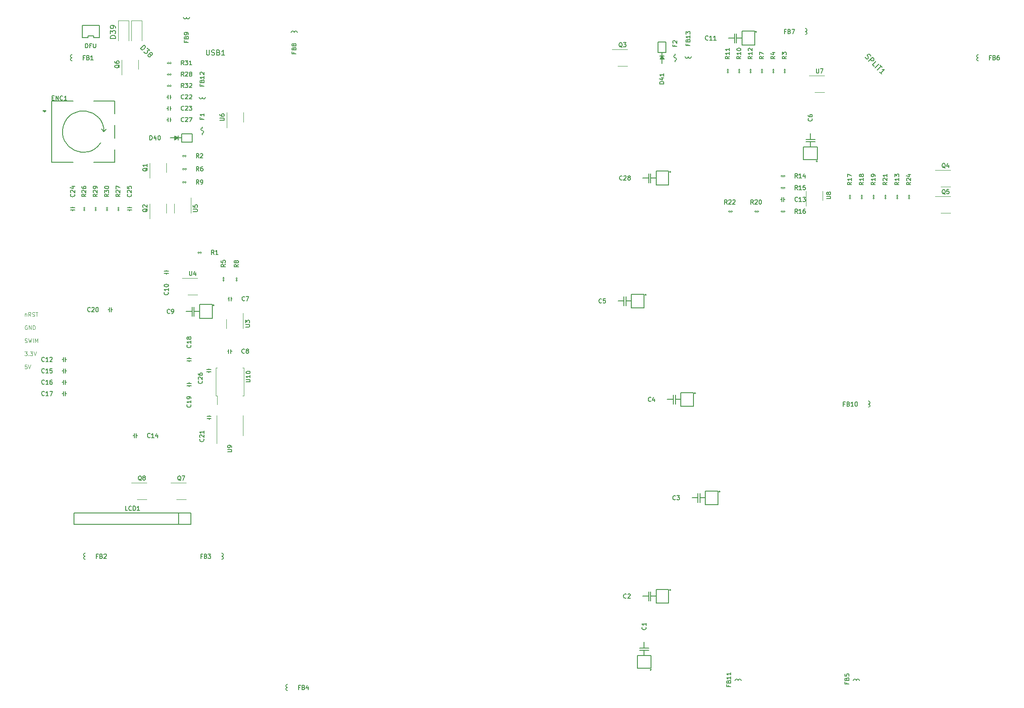
<source format=gto>
G04 #@! TF.GenerationSoftware,KiCad,Pcbnew,7.0.1*
G04 #@! TF.CreationDate,2023-07-18T11:36:22-07:00*
G04 #@! TF.ProjectId,keyboard-left,6b657962-6f61-4726-942d-6c6566742e6b,rev?*
G04 #@! TF.SameCoordinates,Original*
G04 #@! TF.FileFunction,Legend,Top*
G04 #@! TF.FilePolarity,Positive*
%FSLAX46Y46*%
G04 Gerber Fmt 4.6, Leading zero omitted, Abs format (unit mm)*
G04 Created by KiCad (PCBNEW 7.0.1) date 2023-07-18 11:36:22*
%MOMM*%
%LPD*%
G01*
G04 APERTURE LIST*
%ADD10C,0.152400*%
%ADD11C,0.150000*%
%ADD12C,0.100000*%
%ADD13C,0.160000*%
%ADD14C,0.120000*%
%ADD15C,0.200000*%
G04 APERTURE END LIST*
D10*
X11591823Y-17920764D02*
X11862757Y-17920764D01*
X11978871Y-18346516D02*
X11591823Y-18346516D01*
X11591823Y-18346516D02*
X11591823Y-17533716D01*
X11591823Y-17533716D02*
X11978871Y-17533716D01*
X12327213Y-18346516D02*
X12327213Y-17533716D01*
X12327213Y-17533716D02*
X12791670Y-18346516D01*
X12791670Y-18346516D02*
X12791670Y-17533716D01*
X13643175Y-18269107D02*
X13604471Y-18307812D01*
X13604471Y-18307812D02*
X13488356Y-18346516D01*
X13488356Y-18346516D02*
X13410947Y-18346516D01*
X13410947Y-18346516D02*
X13294833Y-18307812D01*
X13294833Y-18307812D02*
X13217423Y-18230402D01*
X13217423Y-18230402D02*
X13178718Y-18152992D01*
X13178718Y-18152992D02*
X13140014Y-17998173D01*
X13140014Y-17998173D02*
X13140014Y-17882059D01*
X13140014Y-17882059D02*
X13178718Y-17727240D01*
X13178718Y-17727240D02*
X13217423Y-17649831D01*
X13217423Y-17649831D02*
X13294833Y-17572421D01*
X13294833Y-17572421D02*
X13410947Y-17533716D01*
X13410947Y-17533716D02*
X13488356Y-17533716D01*
X13488356Y-17533716D02*
X13604471Y-17572421D01*
X13604471Y-17572421D02*
X13643175Y-17611126D01*
X14417271Y-18346516D02*
X13952814Y-18346516D01*
X14185042Y-18346516D02*
X14185042Y-17533716D01*
X14185042Y-17533716D02*
X14107633Y-17649831D01*
X14107633Y-17649831D02*
X14030223Y-17727240D01*
X14030223Y-17727240D02*
X13952814Y-17765945D01*
D11*
X28659249Y-8358523D02*
X29366356Y-7651416D01*
X29366356Y-7651416D02*
X29534714Y-7819775D01*
X29534714Y-7819775D02*
X29602058Y-7954462D01*
X29602058Y-7954462D02*
X29602058Y-8089149D01*
X29602058Y-8089149D02*
X29568386Y-8190164D01*
X29568386Y-8190164D02*
X29467371Y-8358523D01*
X29467371Y-8358523D02*
X29366356Y-8459538D01*
X29366356Y-8459538D02*
X29197997Y-8560553D01*
X29197997Y-8560553D02*
X29096982Y-8594225D01*
X29096982Y-8594225D02*
X28962295Y-8594225D01*
X28962295Y-8594225D02*
X28827607Y-8526882D01*
X28827607Y-8526882D02*
X28659249Y-8358523D01*
X30006119Y-8291179D02*
X30443852Y-8728912D01*
X30443852Y-8728912D02*
X29938775Y-8762584D01*
X29938775Y-8762584D02*
X30039791Y-8863599D01*
X30039791Y-8863599D02*
X30073462Y-8964614D01*
X30073462Y-8964614D02*
X30073462Y-9031958D01*
X30073462Y-9031958D02*
X30039791Y-9132973D01*
X30039791Y-9132973D02*
X29871432Y-9301332D01*
X29871432Y-9301332D02*
X29770417Y-9335004D01*
X29770417Y-9335004D02*
X29703073Y-9335004D01*
X29703073Y-9335004D02*
X29602058Y-9301332D01*
X29602058Y-9301332D02*
X29400027Y-9099301D01*
X29400027Y-9099301D02*
X29366356Y-8998286D01*
X29366356Y-8998286D02*
X29366356Y-8930943D01*
X30544867Y-9436019D02*
X30511195Y-9335004D01*
X30511195Y-9335004D02*
X30511195Y-9267660D01*
X30511195Y-9267660D02*
X30544867Y-9166645D01*
X30544867Y-9166645D02*
X30578539Y-9132973D01*
X30578539Y-9132973D02*
X30679554Y-9099301D01*
X30679554Y-9099301D02*
X30746897Y-9099301D01*
X30746897Y-9099301D02*
X30847913Y-9132973D01*
X30847913Y-9132973D02*
X30982600Y-9267660D01*
X30982600Y-9267660D02*
X31016271Y-9368675D01*
X31016271Y-9368675D02*
X31016271Y-9436019D01*
X31016271Y-9436019D02*
X30982600Y-9537034D01*
X30982600Y-9537034D02*
X30948928Y-9570706D01*
X30948928Y-9570706D02*
X30847913Y-9604378D01*
X30847913Y-9604378D02*
X30780569Y-9604378D01*
X30780569Y-9604378D02*
X30679554Y-9570706D01*
X30679554Y-9570706D02*
X30544867Y-9436019D01*
X30544867Y-9436019D02*
X30443852Y-9402347D01*
X30443852Y-9402347D02*
X30376508Y-9402347D01*
X30376508Y-9402347D02*
X30275493Y-9436019D01*
X30275493Y-9436019D02*
X30140806Y-9570706D01*
X30140806Y-9570706D02*
X30107134Y-9671721D01*
X30107134Y-9671721D02*
X30107134Y-9739065D01*
X30107134Y-9739065D02*
X30140806Y-9840080D01*
X30140806Y-9840080D02*
X30275493Y-9974767D01*
X30275493Y-9974767D02*
X30376508Y-10008439D01*
X30376508Y-10008439D02*
X30443852Y-10008439D01*
X30443852Y-10008439D02*
X30544867Y-9974767D01*
X30544867Y-9974767D02*
X30679554Y-9840080D01*
X30679554Y-9840080D02*
X30713226Y-9739065D01*
X30713226Y-9739065D02*
X30713226Y-9671721D01*
X30713226Y-9671721D02*
X30679554Y-9570706D01*
D10*
X147215980Y-38476016D02*
X146945047Y-38088969D01*
X146751523Y-38476016D02*
X146751523Y-37663216D01*
X146751523Y-37663216D02*
X147061161Y-37663216D01*
X147061161Y-37663216D02*
X147138571Y-37701921D01*
X147138571Y-37701921D02*
X147177276Y-37740626D01*
X147177276Y-37740626D02*
X147215980Y-37818035D01*
X147215980Y-37818035D02*
X147215980Y-37934150D01*
X147215980Y-37934150D02*
X147177276Y-38011559D01*
X147177276Y-38011559D02*
X147138571Y-38050264D01*
X147138571Y-38050264D02*
X147061161Y-38088969D01*
X147061161Y-38088969D02*
X146751523Y-38088969D01*
X147525619Y-37740626D02*
X147564323Y-37701921D01*
X147564323Y-37701921D02*
X147641733Y-37663216D01*
X147641733Y-37663216D02*
X147835257Y-37663216D01*
X147835257Y-37663216D02*
X147912666Y-37701921D01*
X147912666Y-37701921D02*
X147951371Y-37740626D01*
X147951371Y-37740626D02*
X147990076Y-37818035D01*
X147990076Y-37818035D02*
X147990076Y-37895445D01*
X147990076Y-37895445D02*
X147951371Y-38011559D01*
X147951371Y-38011559D02*
X147486914Y-38476016D01*
X147486914Y-38476016D02*
X147990076Y-38476016D01*
X148493237Y-37663216D02*
X148570647Y-37663216D01*
X148570647Y-37663216D02*
X148648056Y-37701921D01*
X148648056Y-37701921D02*
X148686761Y-37740626D01*
X148686761Y-37740626D02*
X148725466Y-37818035D01*
X148725466Y-37818035D02*
X148764171Y-37972854D01*
X148764171Y-37972854D02*
X148764171Y-38166378D01*
X148764171Y-38166378D02*
X148725466Y-38321197D01*
X148725466Y-38321197D02*
X148686761Y-38398607D01*
X148686761Y-38398607D02*
X148648056Y-38437312D01*
X148648056Y-38437312D02*
X148570647Y-38476016D01*
X148570647Y-38476016D02*
X148493237Y-38476016D01*
X148493237Y-38476016D02*
X148415828Y-38437312D01*
X148415828Y-38437312D02*
X148377123Y-38398607D01*
X148377123Y-38398607D02*
X148338418Y-38321197D01*
X148338418Y-38321197D02*
X148299714Y-38166378D01*
X148299714Y-38166378D02*
X148299714Y-37972854D01*
X148299714Y-37972854D02*
X148338418Y-37818035D01*
X148338418Y-37818035D02*
X148377123Y-37740626D01*
X148377123Y-37740626D02*
X148415828Y-37701921D01*
X148415828Y-37701921D02*
X148493237Y-37663216D01*
X44053216Y-22289276D02*
X44711197Y-22289276D01*
X44711197Y-22289276D02*
X44788607Y-22250571D01*
X44788607Y-22250571D02*
X44827312Y-22211866D01*
X44827312Y-22211866D02*
X44866016Y-22134457D01*
X44866016Y-22134457D02*
X44866016Y-21979638D01*
X44866016Y-21979638D02*
X44827312Y-21902228D01*
X44827312Y-21902228D02*
X44788607Y-21863523D01*
X44788607Y-21863523D02*
X44711197Y-21824819D01*
X44711197Y-21824819D02*
X44053216Y-21824819D01*
X44053216Y-21089428D02*
X44053216Y-21244247D01*
X44053216Y-21244247D02*
X44091921Y-21321656D01*
X44091921Y-21321656D02*
X44130626Y-21360361D01*
X44130626Y-21360361D02*
X44246740Y-21437771D01*
X44246740Y-21437771D02*
X44401559Y-21476475D01*
X44401559Y-21476475D02*
X44711197Y-21476475D01*
X44711197Y-21476475D02*
X44788607Y-21437771D01*
X44788607Y-21437771D02*
X44827312Y-21399066D01*
X44827312Y-21399066D02*
X44866016Y-21321656D01*
X44866016Y-21321656D02*
X44866016Y-21166837D01*
X44866016Y-21166837D02*
X44827312Y-21089428D01*
X44827312Y-21089428D02*
X44788607Y-21050723D01*
X44788607Y-21050723D02*
X44711197Y-21012018D01*
X44711197Y-21012018D02*
X44517673Y-21012018D01*
X44517673Y-21012018D02*
X44440264Y-21050723D01*
X44440264Y-21050723D02*
X44401559Y-21089428D01*
X44401559Y-21089428D02*
X44362854Y-21166837D01*
X44362854Y-21166837D02*
X44362854Y-21321656D01*
X44362854Y-21321656D02*
X44401559Y-21399066D01*
X44401559Y-21399066D02*
X44440264Y-21437771D01*
X44440264Y-21437771D02*
X44517673Y-21476475D01*
X30510533Y-26036016D02*
X30510533Y-25223216D01*
X30510533Y-25223216D02*
X30704057Y-25223216D01*
X30704057Y-25223216D02*
X30820171Y-25261921D01*
X30820171Y-25261921D02*
X30897581Y-25339331D01*
X30897581Y-25339331D02*
X30936286Y-25416740D01*
X30936286Y-25416740D02*
X30974990Y-25571559D01*
X30974990Y-25571559D02*
X30974990Y-25687673D01*
X30974990Y-25687673D02*
X30936286Y-25842492D01*
X30936286Y-25842492D02*
X30897581Y-25919902D01*
X30897581Y-25919902D02*
X30820171Y-25997312D01*
X30820171Y-25997312D02*
X30704057Y-26036016D01*
X30704057Y-26036016D02*
X30510533Y-26036016D01*
X31671676Y-25494150D02*
X31671676Y-26036016D01*
X31478152Y-25184512D02*
X31284629Y-25765083D01*
X31284629Y-25765083D02*
X31787790Y-25765083D01*
X32252247Y-25223216D02*
X32329657Y-25223216D01*
X32329657Y-25223216D02*
X32407066Y-25261921D01*
X32407066Y-25261921D02*
X32445771Y-25300626D01*
X32445771Y-25300626D02*
X32484476Y-25378035D01*
X32484476Y-25378035D02*
X32523181Y-25532854D01*
X32523181Y-25532854D02*
X32523181Y-25726378D01*
X32523181Y-25726378D02*
X32484476Y-25881197D01*
X32484476Y-25881197D02*
X32445771Y-25958607D01*
X32445771Y-25958607D02*
X32407066Y-25997312D01*
X32407066Y-25997312D02*
X32329657Y-26036016D01*
X32329657Y-26036016D02*
X32252247Y-26036016D01*
X32252247Y-26036016D02*
X32174838Y-25997312D01*
X32174838Y-25997312D02*
X32136133Y-25958607D01*
X32136133Y-25958607D02*
X32097428Y-25881197D01*
X32097428Y-25881197D02*
X32058724Y-25726378D01*
X32058724Y-25726378D02*
X32058724Y-25532854D01*
X32058724Y-25532854D02*
X32097428Y-25378035D01*
X32097428Y-25378035D02*
X32136133Y-25300626D01*
X32136133Y-25300626D02*
X32174838Y-25261921D01*
X32174838Y-25261921D02*
X32252247Y-25223216D01*
X147016016Y-9860019D02*
X146628969Y-10130952D01*
X147016016Y-10324476D02*
X146203216Y-10324476D01*
X146203216Y-10324476D02*
X146203216Y-10014838D01*
X146203216Y-10014838D02*
X146241921Y-9937428D01*
X146241921Y-9937428D02*
X146280626Y-9898723D01*
X146280626Y-9898723D02*
X146358035Y-9860019D01*
X146358035Y-9860019D02*
X146474150Y-9860019D01*
X146474150Y-9860019D02*
X146551559Y-9898723D01*
X146551559Y-9898723D02*
X146590264Y-9937428D01*
X146590264Y-9937428D02*
X146628969Y-10014838D01*
X146628969Y-10014838D02*
X146628969Y-10324476D01*
X147016016Y-9085923D02*
X147016016Y-9550380D01*
X147016016Y-9318152D02*
X146203216Y-9318152D01*
X146203216Y-9318152D02*
X146319331Y-9395561D01*
X146319331Y-9395561D02*
X146396740Y-9472971D01*
X146396740Y-9472971D02*
X146435445Y-9550380D01*
X146280626Y-8776285D02*
X146241921Y-8737581D01*
X146241921Y-8737581D02*
X146203216Y-8660171D01*
X146203216Y-8660171D02*
X146203216Y-8466647D01*
X146203216Y-8466647D02*
X146241921Y-8389238D01*
X146241921Y-8389238D02*
X146280626Y-8350533D01*
X146280626Y-8350533D02*
X146358035Y-8311828D01*
X146358035Y-8311828D02*
X146435445Y-8311828D01*
X146435445Y-8311828D02*
X146551559Y-8350533D01*
X146551559Y-8350533D02*
X147016016Y-8814990D01*
X147016016Y-8814990D02*
X147016016Y-8311828D01*
X177668016Y-34244019D02*
X177280969Y-34514952D01*
X177668016Y-34708476D02*
X176855216Y-34708476D01*
X176855216Y-34708476D02*
X176855216Y-34398838D01*
X176855216Y-34398838D02*
X176893921Y-34321428D01*
X176893921Y-34321428D02*
X176932626Y-34282723D01*
X176932626Y-34282723D02*
X177010035Y-34244019D01*
X177010035Y-34244019D02*
X177126150Y-34244019D01*
X177126150Y-34244019D02*
X177203559Y-34282723D01*
X177203559Y-34282723D02*
X177242264Y-34321428D01*
X177242264Y-34321428D02*
X177280969Y-34398838D01*
X177280969Y-34398838D02*
X177280969Y-34708476D01*
X176932626Y-33934380D02*
X176893921Y-33895676D01*
X176893921Y-33895676D02*
X176855216Y-33818266D01*
X176855216Y-33818266D02*
X176855216Y-33624742D01*
X176855216Y-33624742D02*
X176893921Y-33547333D01*
X176893921Y-33547333D02*
X176932626Y-33508628D01*
X176932626Y-33508628D02*
X177010035Y-33469923D01*
X177010035Y-33469923D02*
X177087445Y-33469923D01*
X177087445Y-33469923D02*
X177203559Y-33508628D01*
X177203559Y-33508628D02*
X177668016Y-33973085D01*
X177668016Y-33973085D02*
X177668016Y-33469923D01*
X177126150Y-32773238D02*
X177668016Y-32773238D01*
X176816512Y-32966762D02*
X177397083Y-33160285D01*
X177397083Y-33160285D02*
X177397083Y-32657124D01*
X49093216Y-72888323D02*
X49751197Y-72888323D01*
X49751197Y-72888323D02*
X49828607Y-72849618D01*
X49828607Y-72849618D02*
X49867312Y-72810913D01*
X49867312Y-72810913D02*
X49906016Y-72733504D01*
X49906016Y-72733504D02*
X49906016Y-72578685D01*
X49906016Y-72578685D02*
X49867312Y-72501275D01*
X49867312Y-72501275D02*
X49828607Y-72462570D01*
X49828607Y-72462570D02*
X49751197Y-72423866D01*
X49751197Y-72423866D02*
X49093216Y-72423866D01*
X49906016Y-71611065D02*
X49906016Y-72075522D01*
X49906016Y-71843294D02*
X49093216Y-71843294D01*
X49093216Y-71843294D02*
X49209331Y-71920703D01*
X49209331Y-71920703D02*
X49286740Y-71998113D01*
X49286740Y-71998113D02*
X49325445Y-72075522D01*
X49093216Y-71107904D02*
X49093216Y-71030494D01*
X49093216Y-71030494D02*
X49131921Y-70953085D01*
X49131921Y-70953085D02*
X49170626Y-70914380D01*
X49170626Y-70914380D02*
X49248035Y-70875675D01*
X49248035Y-70875675D02*
X49402854Y-70836970D01*
X49402854Y-70836970D02*
X49596378Y-70836970D01*
X49596378Y-70836970D02*
X49751197Y-70875675D01*
X49751197Y-70875675D02*
X49828607Y-70914380D01*
X49828607Y-70914380D02*
X49867312Y-70953085D01*
X49867312Y-70953085D02*
X49906016Y-71030494D01*
X49906016Y-71030494D02*
X49906016Y-71107904D01*
X49906016Y-71107904D02*
X49867312Y-71185313D01*
X49867312Y-71185313D02*
X49828607Y-71224018D01*
X49828607Y-71224018D02*
X49751197Y-71262723D01*
X49751197Y-71262723D02*
X49596378Y-71301427D01*
X49596378Y-71301427D02*
X49402854Y-71301427D01*
X49402854Y-71301427D02*
X49248035Y-71262723D01*
X49248035Y-71262723D02*
X49170626Y-71224018D01*
X49170626Y-71224018D02*
X49131921Y-71185313D01*
X49131921Y-71185313D02*
X49093216Y-71107904D01*
X18974990Y-59226607D02*
X18936286Y-59265312D01*
X18936286Y-59265312D02*
X18820171Y-59304016D01*
X18820171Y-59304016D02*
X18742762Y-59304016D01*
X18742762Y-59304016D02*
X18626648Y-59265312D01*
X18626648Y-59265312D02*
X18549238Y-59187902D01*
X18549238Y-59187902D02*
X18510533Y-59110492D01*
X18510533Y-59110492D02*
X18471829Y-58955673D01*
X18471829Y-58955673D02*
X18471829Y-58839559D01*
X18471829Y-58839559D02*
X18510533Y-58684740D01*
X18510533Y-58684740D02*
X18549238Y-58607331D01*
X18549238Y-58607331D02*
X18626648Y-58529921D01*
X18626648Y-58529921D02*
X18742762Y-58491216D01*
X18742762Y-58491216D02*
X18820171Y-58491216D01*
X18820171Y-58491216D02*
X18936286Y-58529921D01*
X18936286Y-58529921D02*
X18974990Y-58568626D01*
X19284629Y-58568626D02*
X19323333Y-58529921D01*
X19323333Y-58529921D02*
X19400743Y-58491216D01*
X19400743Y-58491216D02*
X19594267Y-58491216D01*
X19594267Y-58491216D02*
X19671676Y-58529921D01*
X19671676Y-58529921D02*
X19710381Y-58568626D01*
X19710381Y-58568626D02*
X19749086Y-58646035D01*
X19749086Y-58646035D02*
X19749086Y-58723445D01*
X19749086Y-58723445D02*
X19710381Y-58839559D01*
X19710381Y-58839559D02*
X19245924Y-59304016D01*
X19245924Y-59304016D02*
X19749086Y-59304016D01*
X20252247Y-58491216D02*
X20329657Y-58491216D01*
X20329657Y-58491216D02*
X20407066Y-58529921D01*
X20407066Y-58529921D02*
X20445771Y-58568626D01*
X20445771Y-58568626D02*
X20484476Y-58646035D01*
X20484476Y-58646035D02*
X20523181Y-58800854D01*
X20523181Y-58800854D02*
X20523181Y-58994378D01*
X20523181Y-58994378D02*
X20484476Y-59149197D01*
X20484476Y-59149197D02*
X20445771Y-59226607D01*
X20445771Y-59226607D02*
X20407066Y-59265312D01*
X20407066Y-59265312D02*
X20329657Y-59304016D01*
X20329657Y-59304016D02*
X20252247Y-59304016D01*
X20252247Y-59304016D02*
X20174838Y-59265312D01*
X20174838Y-59265312D02*
X20136133Y-59226607D01*
X20136133Y-59226607D02*
X20097428Y-59149197D01*
X20097428Y-59149197D02*
X20058724Y-58994378D01*
X20058724Y-58994378D02*
X20058724Y-58800854D01*
X20058724Y-58800854D02*
X20097428Y-58646035D01*
X20097428Y-58646035D02*
X20136133Y-58568626D01*
X20136133Y-58568626D02*
X20174838Y-58529921D01*
X20174838Y-58529921D02*
X20252247Y-58491216D01*
X168524016Y-34244019D02*
X168136969Y-34514952D01*
X168524016Y-34708476D02*
X167711216Y-34708476D01*
X167711216Y-34708476D02*
X167711216Y-34398838D01*
X167711216Y-34398838D02*
X167749921Y-34321428D01*
X167749921Y-34321428D02*
X167788626Y-34282723D01*
X167788626Y-34282723D02*
X167866035Y-34244019D01*
X167866035Y-34244019D02*
X167982150Y-34244019D01*
X167982150Y-34244019D02*
X168059559Y-34282723D01*
X168059559Y-34282723D02*
X168098264Y-34321428D01*
X168098264Y-34321428D02*
X168136969Y-34398838D01*
X168136969Y-34398838D02*
X168136969Y-34708476D01*
X168524016Y-33469923D02*
X168524016Y-33934380D01*
X168524016Y-33702152D02*
X167711216Y-33702152D01*
X167711216Y-33702152D02*
X167827331Y-33779561D01*
X167827331Y-33779561D02*
X167904740Y-33856971D01*
X167904740Y-33856971D02*
X167943445Y-33934380D01*
X168059559Y-33005466D02*
X168020854Y-33082876D01*
X168020854Y-33082876D02*
X167982150Y-33121581D01*
X167982150Y-33121581D02*
X167904740Y-33160285D01*
X167904740Y-33160285D02*
X167866035Y-33160285D01*
X167866035Y-33160285D02*
X167788626Y-33121581D01*
X167788626Y-33121581D02*
X167749921Y-33082876D01*
X167749921Y-33082876D02*
X167711216Y-33005466D01*
X167711216Y-33005466D02*
X167711216Y-32850647D01*
X167711216Y-32850647D02*
X167749921Y-32773238D01*
X167749921Y-32773238D02*
X167788626Y-32734533D01*
X167788626Y-32734533D02*
X167866035Y-32695828D01*
X167866035Y-32695828D02*
X167904740Y-32695828D01*
X167904740Y-32695828D02*
X167982150Y-32734533D01*
X167982150Y-32734533D02*
X168020854Y-32773238D01*
X168020854Y-32773238D02*
X168059559Y-32850647D01*
X168059559Y-32850647D02*
X168059559Y-33005466D01*
X168059559Y-33005466D02*
X168098264Y-33082876D01*
X168098264Y-33082876D02*
X168136969Y-33121581D01*
X168136969Y-33121581D02*
X168214378Y-33160285D01*
X168214378Y-33160285D02*
X168369197Y-33160285D01*
X168369197Y-33160285D02*
X168446607Y-33121581D01*
X168446607Y-33121581D02*
X168485312Y-33082876D01*
X168485312Y-33082876D02*
X168524016Y-33005466D01*
X168524016Y-33005466D02*
X168524016Y-32850647D01*
X168524016Y-32850647D02*
X168485312Y-32773238D01*
X168485312Y-32773238D02*
X168446607Y-32734533D01*
X168446607Y-32734533D02*
X168369197Y-32695828D01*
X168369197Y-32695828D02*
X168214378Y-32695828D01*
X168214378Y-32695828D02*
X168136969Y-32734533D01*
X168136969Y-32734533D02*
X168098264Y-32773238D01*
X168098264Y-32773238D02*
X168059559Y-32850647D01*
X132030264Y-7695542D02*
X132030264Y-7966476D01*
X132456016Y-7966476D02*
X131643216Y-7966476D01*
X131643216Y-7966476D02*
X131643216Y-7579428D01*
X131720626Y-7308494D02*
X131681921Y-7269790D01*
X131681921Y-7269790D02*
X131643216Y-7192380D01*
X131643216Y-7192380D02*
X131643216Y-6998856D01*
X131643216Y-6998856D02*
X131681921Y-6921447D01*
X131681921Y-6921447D02*
X131720626Y-6882742D01*
X131720626Y-6882742D02*
X131798035Y-6844037D01*
X131798035Y-6844037D02*
X131875445Y-6844037D01*
X131875445Y-6844037D02*
X131991559Y-6882742D01*
X131991559Y-6882742D02*
X132456016Y-7347199D01*
X132456016Y-7347199D02*
X132456016Y-6844037D01*
X10084990Y-73278607D02*
X10046286Y-73317312D01*
X10046286Y-73317312D02*
X9930171Y-73356016D01*
X9930171Y-73356016D02*
X9852762Y-73356016D01*
X9852762Y-73356016D02*
X9736648Y-73317312D01*
X9736648Y-73317312D02*
X9659238Y-73239902D01*
X9659238Y-73239902D02*
X9620533Y-73162492D01*
X9620533Y-73162492D02*
X9581829Y-73007673D01*
X9581829Y-73007673D02*
X9581829Y-72891559D01*
X9581829Y-72891559D02*
X9620533Y-72736740D01*
X9620533Y-72736740D02*
X9659238Y-72659331D01*
X9659238Y-72659331D02*
X9736648Y-72581921D01*
X9736648Y-72581921D02*
X9852762Y-72543216D01*
X9852762Y-72543216D02*
X9930171Y-72543216D01*
X9930171Y-72543216D02*
X10046286Y-72581921D01*
X10046286Y-72581921D02*
X10084990Y-72620626D01*
X10859086Y-73356016D02*
X10394629Y-73356016D01*
X10626857Y-73356016D02*
X10626857Y-72543216D01*
X10626857Y-72543216D02*
X10549448Y-72659331D01*
X10549448Y-72659331D02*
X10472038Y-72736740D01*
X10472038Y-72736740D02*
X10394629Y-72775445D01*
X11555771Y-72543216D02*
X11400952Y-72543216D01*
X11400952Y-72543216D02*
X11323543Y-72581921D01*
X11323543Y-72581921D02*
X11284838Y-72620626D01*
X11284838Y-72620626D02*
X11207428Y-72736740D01*
X11207428Y-72736740D02*
X11168724Y-72891559D01*
X11168724Y-72891559D02*
X11168724Y-73201197D01*
X11168724Y-73201197D02*
X11207428Y-73278607D01*
X11207428Y-73278607D02*
X11246133Y-73317312D01*
X11246133Y-73317312D02*
X11323543Y-73356016D01*
X11323543Y-73356016D02*
X11478362Y-73356016D01*
X11478362Y-73356016D02*
X11555771Y-73317312D01*
X11555771Y-73317312D02*
X11594476Y-73278607D01*
X11594476Y-73278607D02*
X11633181Y-73201197D01*
X11633181Y-73201197D02*
X11633181Y-73007673D01*
X11633181Y-73007673D02*
X11594476Y-72930264D01*
X11594476Y-72930264D02*
X11555771Y-72891559D01*
X11555771Y-72891559D02*
X11478362Y-72852854D01*
X11478362Y-72852854D02*
X11323543Y-72852854D01*
X11323543Y-72852854D02*
X11246133Y-72891559D01*
X11246133Y-72891559D02*
X11207428Y-72930264D01*
X11207428Y-72930264D02*
X11168724Y-73007673D01*
X184326590Y-31481426D02*
X184249180Y-31442721D01*
X184249180Y-31442721D02*
X184171771Y-31365312D01*
X184171771Y-31365312D02*
X184055657Y-31249197D01*
X184055657Y-31249197D02*
X183978247Y-31210492D01*
X183978247Y-31210492D02*
X183900838Y-31210492D01*
X183939542Y-31404016D02*
X183862133Y-31365312D01*
X183862133Y-31365312D02*
X183784723Y-31287902D01*
X183784723Y-31287902D02*
X183746019Y-31133083D01*
X183746019Y-31133083D02*
X183746019Y-30862150D01*
X183746019Y-30862150D02*
X183784723Y-30707331D01*
X183784723Y-30707331D02*
X183862133Y-30629921D01*
X183862133Y-30629921D02*
X183939542Y-30591216D01*
X183939542Y-30591216D02*
X184094361Y-30591216D01*
X184094361Y-30591216D02*
X184171771Y-30629921D01*
X184171771Y-30629921D02*
X184249180Y-30707331D01*
X184249180Y-30707331D02*
X184287885Y-30862150D01*
X184287885Y-30862150D02*
X184287885Y-31133083D01*
X184287885Y-31133083D02*
X184249180Y-31287902D01*
X184249180Y-31287902D02*
X184171771Y-31365312D01*
X184171771Y-31365312D02*
X184094361Y-31404016D01*
X184094361Y-31404016D02*
X183939542Y-31404016D01*
X184984571Y-30862150D02*
X184984571Y-31404016D01*
X184791047Y-30552512D02*
X184597524Y-31133083D01*
X184597524Y-31133083D02*
X185100685Y-31133083D01*
X34003107Y-55555309D02*
X34041812Y-55594013D01*
X34041812Y-55594013D02*
X34080516Y-55710128D01*
X34080516Y-55710128D02*
X34080516Y-55787537D01*
X34080516Y-55787537D02*
X34041812Y-55903651D01*
X34041812Y-55903651D02*
X33964402Y-55981061D01*
X33964402Y-55981061D02*
X33886992Y-56019766D01*
X33886992Y-56019766D02*
X33732173Y-56058470D01*
X33732173Y-56058470D02*
X33616059Y-56058470D01*
X33616059Y-56058470D02*
X33461240Y-56019766D01*
X33461240Y-56019766D02*
X33383831Y-55981061D01*
X33383831Y-55981061D02*
X33306421Y-55903651D01*
X33306421Y-55903651D02*
X33267716Y-55787537D01*
X33267716Y-55787537D02*
X33267716Y-55710128D01*
X33267716Y-55710128D02*
X33306421Y-55594013D01*
X33306421Y-55594013D02*
X33345126Y-55555309D01*
X34080516Y-54781213D02*
X34080516Y-55245670D01*
X34080516Y-55013442D02*
X33267716Y-55013442D01*
X33267716Y-55013442D02*
X33383831Y-55090851D01*
X33383831Y-55090851D02*
X33461240Y-55168261D01*
X33461240Y-55168261D02*
X33499945Y-55245670D01*
X33267716Y-54278052D02*
X33267716Y-54200642D01*
X33267716Y-54200642D02*
X33306421Y-54123233D01*
X33306421Y-54123233D02*
X33345126Y-54084528D01*
X33345126Y-54084528D02*
X33422535Y-54045823D01*
X33422535Y-54045823D02*
X33577354Y-54007118D01*
X33577354Y-54007118D02*
X33770878Y-54007118D01*
X33770878Y-54007118D02*
X33925697Y-54045823D01*
X33925697Y-54045823D02*
X34003107Y-54084528D01*
X34003107Y-54084528D02*
X34041812Y-54123233D01*
X34041812Y-54123233D02*
X34080516Y-54200642D01*
X34080516Y-54200642D02*
X34080516Y-54278052D01*
X34080516Y-54278052D02*
X34041812Y-54355461D01*
X34041812Y-54355461D02*
X34003107Y-54394166D01*
X34003107Y-54394166D02*
X33925697Y-54432871D01*
X33925697Y-54432871D02*
X33770878Y-54471575D01*
X33770878Y-54471575D02*
X33577354Y-54471575D01*
X33577354Y-54471575D02*
X33422535Y-54432871D01*
X33422535Y-54432871D02*
X33345126Y-54394166D01*
X33345126Y-54394166D02*
X33306421Y-54355461D01*
X33306421Y-54355461D02*
X33267716Y-54278052D01*
X22556016Y-36549019D02*
X22168969Y-36819952D01*
X22556016Y-37013476D02*
X21743216Y-37013476D01*
X21743216Y-37013476D02*
X21743216Y-36703838D01*
X21743216Y-36703838D02*
X21781921Y-36626428D01*
X21781921Y-36626428D02*
X21820626Y-36587723D01*
X21820626Y-36587723D02*
X21898035Y-36549019D01*
X21898035Y-36549019D02*
X22014150Y-36549019D01*
X22014150Y-36549019D02*
X22091559Y-36587723D01*
X22091559Y-36587723D02*
X22130264Y-36626428D01*
X22130264Y-36626428D02*
X22168969Y-36703838D01*
X22168969Y-36703838D02*
X22168969Y-37013476D01*
X21743216Y-36278085D02*
X21743216Y-35774923D01*
X21743216Y-35774923D02*
X22052854Y-36045857D01*
X22052854Y-36045857D02*
X22052854Y-35929742D01*
X22052854Y-35929742D02*
X22091559Y-35852333D01*
X22091559Y-35852333D02*
X22130264Y-35813628D01*
X22130264Y-35813628D02*
X22207673Y-35774923D01*
X22207673Y-35774923D02*
X22401197Y-35774923D01*
X22401197Y-35774923D02*
X22478607Y-35813628D01*
X22478607Y-35813628D02*
X22517312Y-35852333D01*
X22517312Y-35852333D02*
X22556016Y-35929742D01*
X22556016Y-35929742D02*
X22556016Y-36161971D01*
X22556016Y-36161971D02*
X22517312Y-36239380D01*
X22517312Y-36239380D02*
X22478607Y-36278085D01*
X21743216Y-35271762D02*
X21743216Y-35194352D01*
X21743216Y-35194352D02*
X21781921Y-35116943D01*
X21781921Y-35116943D02*
X21820626Y-35078238D01*
X21820626Y-35078238D02*
X21898035Y-35039533D01*
X21898035Y-35039533D02*
X22052854Y-35000828D01*
X22052854Y-35000828D02*
X22246378Y-35000828D01*
X22246378Y-35000828D02*
X22401197Y-35039533D01*
X22401197Y-35039533D02*
X22478607Y-35078238D01*
X22478607Y-35078238D02*
X22517312Y-35116943D01*
X22517312Y-35116943D02*
X22556016Y-35194352D01*
X22556016Y-35194352D02*
X22556016Y-35271762D01*
X22556016Y-35271762D02*
X22517312Y-35349171D01*
X22517312Y-35349171D02*
X22478607Y-35387876D01*
X22478607Y-35387876D02*
X22401197Y-35426581D01*
X22401197Y-35426581D02*
X22246378Y-35465285D01*
X22246378Y-35465285D02*
X22052854Y-35465285D01*
X22052854Y-35465285D02*
X21898035Y-35426581D01*
X21898035Y-35426581D02*
X21820626Y-35387876D01*
X21820626Y-35387876D02*
X21781921Y-35349171D01*
X21781921Y-35349171D02*
X21743216Y-35271762D01*
X38165223Y-51474516D02*
X38165223Y-52132497D01*
X38165223Y-52132497D02*
X38203928Y-52209907D01*
X38203928Y-52209907D02*
X38242633Y-52248612D01*
X38242633Y-52248612D02*
X38320042Y-52287316D01*
X38320042Y-52287316D02*
X38474861Y-52287316D01*
X38474861Y-52287316D02*
X38552271Y-52248612D01*
X38552271Y-52248612D02*
X38590976Y-52209907D01*
X38590976Y-52209907D02*
X38629680Y-52132497D01*
X38629680Y-52132497D02*
X38629680Y-51474516D01*
X39365071Y-51745450D02*
X39365071Y-52287316D01*
X39171547Y-51435812D02*
X38978024Y-52016383D01*
X38978024Y-52016383D02*
X39481185Y-52016383D01*
X155747980Y-35682016D02*
X155477047Y-35294969D01*
X155283523Y-35682016D02*
X155283523Y-34869216D01*
X155283523Y-34869216D02*
X155593161Y-34869216D01*
X155593161Y-34869216D02*
X155670571Y-34907921D01*
X155670571Y-34907921D02*
X155709276Y-34946626D01*
X155709276Y-34946626D02*
X155747980Y-35024035D01*
X155747980Y-35024035D02*
X155747980Y-35140150D01*
X155747980Y-35140150D02*
X155709276Y-35217559D01*
X155709276Y-35217559D02*
X155670571Y-35256264D01*
X155670571Y-35256264D02*
X155593161Y-35294969D01*
X155593161Y-35294969D02*
X155283523Y-35294969D01*
X156522076Y-35682016D02*
X156057619Y-35682016D01*
X156289847Y-35682016D02*
X156289847Y-34869216D01*
X156289847Y-34869216D02*
X156212438Y-34985331D01*
X156212438Y-34985331D02*
X156135028Y-35062740D01*
X156135028Y-35062740D02*
X156057619Y-35101445D01*
X157257466Y-34869216D02*
X156870418Y-34869216D01*
X156870418Y-34869216D02*
X156831714Y-35256264D01*
X156831714Y-35256264D02*
X156870418Y-35217559D01*
X156870418Y-35217559D02*
X156947828Y-35178854D01*
X156947828Y-35178854D02*
X157141352Y-35178854D01*
X157141352Y-35178854D02*
X157218761Y-35217559D01*
X157218761Y-35217559D02*
X157257466Y-35256264D01*
X157257466Y-35256264D02*
X157296171Y-35333673D01*
X157296171Y-35333673D02*
X157296171Y-35527197D01*
X157296171Y-35527197D02*
X157257466Y-35604607D01*
X157257466Y-35604607D02*
X157218761Y-35643312D01*
X157218761Y-35643312D02*
X157141352Y-35682016D01*
X157141352Y-35682016D02*
X156947828Y-35682016D01*
X156947828Y-35682016D02*
X156870418Y-35643312D01*
X156870418Y-35643312D02*
X156831714Y-35604607D01*
X28884590Y-91999426D02*
X28807180Y-91960721D01*
X28807180Y-91960721D02*
X28729771Y-91883312D01*
X28729771Y-91883312D02*
X28613657Y-91767197D01*
X28613657Y-91767197D02*
X28536247Y-91728492D01*
X28536247Y-91728492D02*
X28458838Y-91728492D01*
X28497542Y-91922016D02*
X28420133Y-91883312D01*
X28420133Y-91883312D02*
X28342723Y-91805902D01*
X28342723Y-91805902D02*
X28304019Y-91651083D01*
X28304019Y-91651083D02*
X28304019Y-91380150D01*
X28304019Y-91380150D02*
X28342723Y-91225331D01*
X28342723Y-91225331D02*
X28420133Y-91147921D01*
X28420133Y-91147921D02*
X28497542Y-91109216D01*
X28497542Y-91109216D02*
X28652361Y-91109216D01*
X28652361Y-91109216D02*
X28729771Y-91147921D01*
X28729771Y-91147921D02*
X28807180Y-91225331D01*
X28807180Y-91225331D02*
X28845885Y-91380150D01*
X28845885Y-91380150D02*
X28845885Y-91651083D01*
X28845885Y-91651083D02*
X28807180Y-91805902D01*
X28807180Y-91805902D02*
X28729771Y-91883312D01*
X28729771Y-91883312D02*
X28652361Y-91922016D01*
X28652361Y-91922016D02*
X28497542Y-91922016D01*
X29310343Y-91457559D02*
X29232933Y-91418854D01*
X29232933Y-91418854D02*
X29194228Y-91380150D01*
X29194228Y-91380150D02*
X29155524Y-91302740D01*
X29155524Y-91302740D02*
X29155524Y-91264035D01*
X29155524Y-91264035D02*
X29194228Y-91186626D01*
X29194228Y-91186626D02*
X29232933Y-91147921D01*
X29232933Y-91147921D02*
X29310343Y-91109216D01*
X29310343Y-91109216D02*
X29465162Y-91109216D01*
X29465162Y-91109216D02*
X29542571Y-91147921D01*
X29542571Y-91147921D02*
X29581276Y-91186626D01*
X29581276Y-91186626D02*
X29619981Y-91264035D01*
X29619981Y-91264035D02*
X29619981Y-91302740D01*
X29619981Y-91302740D02*
X29581276Y-91380150D01*
X29581276Y-91380150D02*
X29542571Y-91418854D01*
X29542571Y-91418854D02*
X29465162Y-91457559D01*
X29465162Y-91457559D02*
X29310343Y-91457559D01*
X29310343Y-91457559D02*
X29232933Y-91496264D01*
X29232933Y-91496264D02*
X29194228Y-91534969D01*
X29194228Y-91534969D02*
X29155524Y-91612378D01*
X29155524Y-91612378D02*
X29155524Y-91767197D01*
X29155524Y-91767197D02*
X29194228Y-91844607D01*
X29194228Y-91844607D02*
X29232933Y-91883312D01*
X29232933Y-91883312D02*
X29310343Y-91922016D01*
X29310343Y-91922016D02*
X29465162Y-91922016D01*
X29465162Y-91922016D02*
X29542571Y-91883312D01*
X29542571Y-91883312D02*
X29581276Y-91844607D01*
X29581276Y-91844607D02*
X29619981Y-91767197D01*
X29619981Y-91767197D02*
X29619981Y-91612378D01*
X29619981Y-91612378D02*
X29581276Y-91534969D01*
X29581276Y-91534969D02*
X29542571Y-91496264D01*
X29542571Y-91496264D02*
X29465162Y-91457559D01*
X155747980Y-33396016D02*
X155477047Y-33008969D01*
X155283523Y-33396016D02*
X155283523Y-32583216D01*
X155283523Y-32583216D02*
X155593161Y-32583216D01*
X155593161Y-32583216D02*
X155670571Y-32621921D01*
X155670571Y-32621921D02*
X155709276Y-32660626D01*
X155709276Y-32660626D02*
X155747980Y-32738035D01*
X155747980Y-32738035D02*
X155747980Y-32854150D01*
X155747980Y-32854150D02*
X155709276Y-32931559D01*
X155709276Y-32931559D02*
X155670571Y-32970264D01*
X155670571Y-32970264D02*
X155593161Y-33008969D01*
X155593161Y-33008969D02*
X155283523Y-33008969D01*
X156522076Y-33396016D02*
X156057619Y-33396016D01*
X156289847Y-33396016D02*
X156289847Y-32583216D01*
X156289847Y-32583216D02*
X156212438Y-32699331D01*
X156212438Y-32699331D02*
X156135028Y-32776740D01*
X156135028Y-32776740D02*
X156057619Y-32815445D01*
X157218761Y-32854150D02*
X157218761Y-33396016D01*
X157025237Y-32544512D02*
X156831714Y-33125083D01*
X156831714Y-33125083D02*
X157334875Y-33125083D01*
X58370264Y-9081123D02*
X58370264Y-9352057D01*
X58796016Y-9352057D02*
X57983216Y-9352057D01*
X57983216Y-9352057D02*
X57983216Y-8965009D01*
X58370264Y-8384437D02*
X58408969Y-8268323D01*
X58408969Y-8268323D02*
X58447673Y-8229618D01*
X58447673Y-8229618D02*
X58525083Y-8190914D01*
X58525083Y-8190914D02*
X58641197Y-8190914D01*
X58641197Y-8190914D02*
X58718607Y-8229618D01*
X58718607Y-8229618D02*
X58757312Y-8268323D01*
X58757312Y-8268323D02*
X58796016Y-8345733D01*
X58796016Y-8345733D02*
X58796016Y-8655371D01*
X58796016Y-8655371D02*
X57983216Y-8655371D01*
X57983216Y-8655371D02*
X57983216Y-8384437D01*
X57983216Y-8384437D02*
X58021921Y-8307028D01*
X58021921Y-8307028D02*
X58060626Y-8268323D01*
X58060626Y-8268323D02*
X58138035Y-8229618D01*
X58138035Y-8229618D02*
X58215445Y-8229618D01*
X58215445Y-8229618D02*
X58292854Y-8268323D01*
X58292854Y-8268323D02*
X58331559Y-8307028D01*
X58331559Y-8307028D02*
X58370264Y-8384437D01*
X58370264Y-8384437D02*
X58370264Y-8655371D01*
X58331559Y-7726456D02*
X58292854Y-7803866D01*
X58292854Y-7803866D02*
X58254150Y-7842571D01*
X58254150Y-7842571D02*
X58176740Y-7881275D01*
X58176740Y-7881275D02*
X58138035Y-7881275D01*
X58138035Y-7881275D02*
X58060626Y-7842571D01*
X58060626Y-7842571D02*
X58021921Y-7803866D01*
X58021921Y-7803866D02*
X57983216Y-7726456D01*
X57983216Y-7726456D02*
X57983216Y-7571637D01*
X57983216Y-7571637D02*
X58021921Y-7494228D01*
X58021921Y-7494228D02*
X58060626Y-7455523D01*
X58060626Y-7455523D02*
X58138035Y-7416818D01*
X58138035Y-7416818D02*
X58176740Y-7416818D01*
X58176740Y-7416818D02*
X58254150Y-7455523D01*
X58254150Y-7455523D02*
X58292854Y-7494228D01*
X58292854Y-7494228D02*
X58331559Y-7571637D01*
X58331559Y-7571637D02*
X58331559Y-7726456D01*
X58331559Y-7726456D02*
X58370264Y-7803866D01*
X58370264Y-7803866D02*
X58408969Y-7842571D01*
X58408969Y-7842571D02*
X58486378Y-7881275D01*
X58486378Y-7881275D02*
X58641197Y-7881275D01*
X58641197Y-7881275D02*
X58718607Y-7842571D01*
X58718607Y-7842571D02*
X58757312Y-7803866D01*
X58757312Y-7803866D02*
X58796016Y-7726456D01*
X58796016Y-7726456D02*
X58796016Y-7571637D01*
X58796016Y-7571637D02*
X58757312Y-7494228D01*
X58757312Y-7494228D02*
X58718607Y-7455523D01*
X58718607Y-7455523D02*
X58641197Y-7416818D01*
X58641197Y-7416818D02*
X58486378Y-7416818D01*
X58486378Y-7416818D02*
X58408969Y-7455523D01*
X58408969Y-7455523D02*
X58370264Y-7494228D01*
X58370264Y-7494228D02*
X58331559Y-7571637D01*
X30525980Y-83610607D02*
X30487276Y-83649312D01*
X30487276Y-83649312D02*
X30371161Y-83688016D01*
X30371161Y-83688016D02*
X30293752Y-83688016D01*
X30293752Y-83688016D02*
X30177638Y-83649312D01*
X30177638Y-83649312D02*
X30100228Y-83571902D01*
X30100228Y-83571902D02*
X30061523Y-83494492D01*
X30061523Y-83494492D02*
X30022819Y-83339673D01*
X30022819Y-83339673D02*
X30022819Y-83223559D01*
X30022819Y-83223559D02*
X30061523Y-83068740D01*
X30061523Y-83068740D02*
X30100228Y-82991331D01*
X30100228Y-82991331D02*
X30177638Y-82913921D01*
X30177638Y-82913921D02*
X30293752Y-82875216D01*
X30293752Y-82875216D02*
X30371161Y-82875216D01*
X30371161Y-82875216D02*
X30487276Y-82913921D01*
X30487276Y-82913921D02*
X30525980Y-82952626D01*
X31300076Y-83688016D02*
X30835619Y-83688016D01*
X31067847Y-83688016D02*
X31067847Y-82875216D01*
X31067847Y-82875216D02*
X30990438Y-82991331D01*
X30990438Y-82991331D02*
X30913028Y-83068740D01*
X30913028Y-83068740D02*
X30835619Y-83107445D01*
X31996761Y-83146150D02*
X31996761Y-83688016D01*
X31803237Y-82836512D02*
X31609714Y-83417083D01*
X31609714Y-83417083D02*
X32112875Y-83417083D01*
X138460990Y-6648607D02*
X138422286Y-6687312D01*
X138422286Y-6687312D02*
X138306171Y-6726016D01*
X138306171Y-6726016D02*
X138228762Y-6726016D01*
X138228762Y-6726016D02*
X138112648Y-6687312D01*
X138112648Y-6687312D02*
X138035238Y-6609902D01*
X138035238Y-6609902D02*
X137996533Y-6532492D01*
X137996533Y-6532492D02*
X137957829Y-6377673D01*
X137957829Y-6377673D02*
X137957829Y-6261559D01*
X137957829Y-6261559D02*
X137996533Y-6106740D01*
X137996533Y-6106740D02*
X138035238Y-6029331D01*
X138035238Y-6029331D02*
X138112648Y-5951921D01*
X138112648Y-5951921D02*
X138228762Y-5913216D01*
X138228762Y-5913216D02*
X138306171Y-5913216D01*
X138306171Y-5913216D02*
X138422286Y-5951921D01*
X138422286Y-5951921D02*
X138460990Y-5990626D01*
X139235086Y-6726016D02*
X138770629Y-6726016D01*
X139002857Y-6726016D02*
X139002857Y-5913216D01*
X139002857Y-5913216D02*
X138925448Y-6029331D01*
X138925448Y-6029331D02*
X138848038Y-6106740D01*
X138848038Y-6106740D02*
X138770629Y-6145445D01*
X140009181Y-6726016D02*
X139544724Y-6726016D01*
X139776952Y-6726016D02*
X139776952Y-5913216D01*
X139776952Y-5913216D02*
X139699543Y-6029331D01*
X139699543Y-6029331D02*
X139622133Y-6106740D01*
X139622133Y-6106740D02*
X139544724Y-6145445D01*
X38893216Y-39909276D02*
X39551197Y-39909276D01*
X39551197Y-39909276D02*
X39628607Y-39870571D01*
X39628607Y-39870571D02*
X39667312Y-39831866D01*
X39667312Y-39831866D02*
X39706016Y-39754457D01*
X39706016Y-39754457D02*
X39706016Y-39599638D01*
X39706016Y-39599638D02*
X39667312Y-39522228D01*
X39667312Y-39522228D02*
X39628607Y-39483523D01*
X39628607Y-39483523D02*
X39551197Y-39444819D01*
X39551197Y-39444819D02*
X38893216Y-39444819D01*
X38893216Y-38670723D02*
X38893216Y-39057771D01*
X38893216Y-39057771D02*
X39280264Y-39096475D01*
X39280264Y-39096475D02*
X39241559Y-39057771D01*
X39241559Y-39057771D02*
X39202854Y-38980361D01*
X39202854Y-38980361D02*
X39202854Y-38786837D01*
X39202854Y-38786837D02*
X39241559Y-38709428D01*
X39241559Y-38709428D02*
X39280264Y-38670723D01*
X39280264Y-38670723D02*
X39357673Y-38632018D01*
X39357673Y-38632018D02*
X39551197Y-38632018D01*
X39551197Y-38632018D02*
X39628607Y-38670723D01*
X39628607Y-38670723D02*
X39667312Y-38709428D01*
X39667312Y-38709428D02*
X39706016Y-38786837D01*
X39706016Y-38786837D02*
X39706016Y-38980361D01*
X39706016Y-38980361D02*
X39667312Y-39057771D01*
X39667312Y-39057771D02*
X39628607Y-39096475D01*
X149216016Y-9860019D02*
X148828969Y-10130952D01*
X149216016Y-10324476D02*
X148403216Y-10324476D01*
X148403216Y-10324476D02*
X148403216Y-10014838D01*
X148403216Y-10014838D02*
X148441921Y-9937428D01*
X148441921Y-9937428D02*
X148480626Y-9898723D01*
X148480626Y-9898723D02*
X148558035Y-9860019D01*
X148558035Y-9860019D02*
X148674150Y-9860019D01*
X148674150Y-9860019D02*
X148751559Y-9898723D01*
X148751559Y-9898723D02*
X148790264Y-9937428D01*
X148790264Y-9937428D02*
X148828969Y-10014838D01*
X148828969Y-10014838D02*
X148828969Y-10324476D01*
X148403216Y-9589085D02*
X148403216Y-9047219D01*
X148403216Y-9047219D02*
X149216016Y-9395561D01*
X144816016Y-9860019D02*
X144428969Y-10130952D01*
X144816016Y-10324476D02*
X144003216Y-10324476D01*
X144003216Y-10324476D02*
X144003216Y-10014838D01*
X144003216Y-10014838D02*
X144041921Y-9937428D01*
X144041921Y-9937428D02*
X144080626Y-9898723D01*
X144080626Y-9898723D02*
X144158035Y-9860019D01*
X144158035Y-9860019D02*
X144274150Y-9860019D01*
X144274150Y-9860019D02*
X144351559Y-9898723D01*
X144351559Y-9898723D02*
X144390264Y-9937428D01*
X144390264Y-9937428D02*
X144428969Y-10014838D01*
X144428969Y-10014838D02*
X144428969Y-10324476D01*
X144816016Y-9085923D02*
X144816016Y-9550380D01*
X144816016Y-9318152D02*
X144003216Y-9318152D01*
X144003216Y-9318152D02*
X144119331Y-9395561D01*
X144119331Y-9395561D02*
X144196740Y-9472971D01*
X144196740Y-9472971D02*
X144235445Y-9550380D01*
X144003216Y-8582762D02*
X144003216Y-8505352D01*
X144003216Y-8505352D02*
X144041921Y-8427943D01*
X144041921Y-8427943D02*
X144080626Y-8389238D01*
X144080626Y-8389238D02*
X144158035Y-8350533D01*
X144158035Y-8350533D02*
X144312854Y-8311828D01*
X144312854Y-8311828D02*
X144506378Y-8311828D01*
X144506378Y-8311828D02*
X144661197Y-8350533D01*
X144661197Y-8350533D02*
X144738607Y-8389238D01*
X144738607Y-8389238D02*
X144777312Y-8427943D01*
X144777312Y-8427943D02*
X144816016Y-8505352D01*
X144816016Y-8505352D02*
X144816016Y-8582762D01*
X144816016Y-8582762D02*
X144777312Y-8660171D01*
X144777312Y-8660171D02*
X144738607Y-8698876D01*
X144738607Y-8698876D02*
X144661197Y-8737581D01*
X144661197Y-8737581D02*
X144506378Y-8776285D01*
X144506378Y-8776285D02*
X144312854Y-8776285D01*
X144312854Y-8776285D02*
X144158035Y-8737581D01*
X144158035Y-8737581D02*
X144080626Y-8698876D01*
X144080626Y-8698876D02*
X144041921Y-8660171D01*
X144041921Y-8660171D02*
X144003216Y-8582762D01*
X40870017Y-83939950D02*
X40908722Y-83978654D01*
X40908722Y-83978654D02*
X40947426Y-84094769D01*
X40947426Y-84094769D02*
X40947426Y-84172178D01*
X40947426Y-84172178D02*
X40908722Y-84288292D01*
X40908722Y-84288292D02*
X40831312Y-84365702D01*
X40831312Y-84365702D02*
X40753902Y-84404407D01*
X40753902Y-84404407D02*
X40599083Y-84443111D01*
X40599083Y-84443111D02*
X40482969Y-84443111D01*
X40482969Y-84443111D02*
X40328150Y-84404407D01*
X40328150Y-84404407D02*
X40250741Y-84365702D01*
X40250741Y-84365702D02*
X40173331Y-84288292D01*
X40173331Y-84288292D02*
X40134626Y-84172178D01*
X40134626Y-84172178D02*
X40134626Y-84094769D01*
X40134626Y-84094769D02*
X40173331Y-83978654D01*
X40173331Y-83978654D02*
X40212036Y-83939950D01*
X40212036Y-83630311D02*
X40173331Y-83591607D01*
X40173331Y-83591607D02*
X40134626Y-83514197D01*
X40134626Y-83514197D02*
X40134626Y-83320673D01*
X40134626Y-83320673D02*
X40173331Y-83243264D01*
X40173331Y-83243264D02*
X40212036Y-83204559D01*
X40212036Y-83204559D02*
X40289445Y-83165854D01*
X40289445Y-83165854D02*
X40366855Y-83165854D01*
X40366855Y-83165854D02*
X40482969Y-83204559D01*
X40482969Y-83204559D02*
X40947426Y-83669016D01*
X40947426Y-83669016D02*
X40947426Y-83165854D01*
X40947426Y-82391759D02*
X40947426Y-82856216D01*
X40947426Y-82623988D02*
X40134626Y-82623988D01*
X40134626Y-82623988D02*
X40250741Y-82701397D01*
X40250741Y-82701397D02*
X40328150Y-82778807D01*
X40328150Y-82778807D02*
X40366855Y-82856216D01*
X142616016Y-9860019D02*
X142228969Y-10130952D01*
X142616016Y-10324476D02*
X141803216Y-10324476D01*
X141803216Y-10324476D02*
X141803216Y-10014838D01*
X141803216Y-10014838D02*
X141841921Y-9937428D01*
X141841921Y-9937428D02*
X141880626Y-9898723D01*
X141880626Y-9898723D02*
X141958035Y-9860019D01*
X141958035Y-9860019D02*
X142074150Y-9860019D01*
X142074150Y-9860019D02*
X142151559Y-9898723D01*
X142151559Y-9898723D02*
X142190264Y-9937428D01*
X142190264Y-9937428D02*
X142228969Y-10014838D01*
X142228969Y-10014838D02*
X142228969Y-10324476D01*
X142616016Y-9085923D02*
X142616016Y-9550380D01*
X142616016Y-9318152D02*
X141803216Y-9318152D01*
X141803216Y-9318152D02*
X141919331Y-9395561D01*
X141919331Y-9395561D02*
X141996740Y-9472971D01*
X141996740Y-9472971D02*
X142035445Y-9550380D01*
X142616016Y-8311828D02*
X142616016Y-8776285D01*
X142616016Y-8544057D02*
X141803216Y-8544057D01*
X141803216Y-8544057D02*
X141919331Y-8621466D01*
X141919331Y-8621466D02*
X141996740Y-8698876D01*
X141996740Y-8698876D02*
X142035445Y-8776285D01*
X142135980Y-38476016D02*
X141865047Y-38088969D01*
X141671523Y-38476016D02*
X141671523Y-37663216D01*
X141671523Y-37663216D02*
X141981161Y-37663216D01*
X141981161Y-37663216D02*
X142058571Y-37701921D01*
X142058571Y-37701921D02*
X142097276Y-37740626D01*
X142097276Y-37740626D02*
X142135980Y-37818035D01*
X142135980Y-37818035D02*
X142135980Y-37934150D01*
X142135980Y-37934150D02*
X142097276Y-38011559D01*
X142097276Y-38011559D02*
X142058571Y-38050264D01*
X142058571Y-38050264D02*
X141981161Y-38088969D01*
X141981161Y-38088969D02*
X141671523Y-38088969D01*
X142445619Y-37740626D02*
X142484323Y-37701921D01*
X142484323Y-37701921D02*
X142561733Y-37663216D01*
X142561733Y-37663216D02*
X142755257Y-37663216D01*
X142755257Y-37663216D02*
X142832666Y-37701921D01*
X142832666Y-37701921D02*
X142871371Y-37740626D01*
X142871371Y-37740626D02*
X142910076Y-37818035D01*
X142910076Y-37818035D02*
X142910076Y-37895445D01*
X142910076Y-37895445D02*
X142871371Y-38011559D01*
X142871371Y-38011559D02*
X142406914Y-38476016D01*
X142406914Y-38476016D02*
X142910076Y-38476016D01*
X143219714Y-37740626D02*
X143258418Y-37701921D01*
X143258418Y-37701921D02*
X143335828Y-37663216D01*
X143335828Y-37663216D02*
X143529352Y-37663216D01*
X143529352Y-37663216D02*
X143606761Y-37701921D01*
X143606761Y-37701921D02*
X143645466Y-37740626D01*
X143645466Y-37740626D02*
X143684171Y-37818035D01*
X143684171Y-37818035D02*
X143684171Y-37895445D01*
X143684171Y-37895445D02*
X143645466Y-38011559D01*
X143645466Y-38011559D02*
X143181009Y-38476016D01*
X143181009Y-38476016D02*
X143684171Y-38476016D01*
X24623426Y-11507409D02*
X24584721Y-11584819D01*
X24584721Y-11584819D02*
X24507312Y-11662228D01*
X24507312Y-11662228D02*
X24391197Y-11778342D01*
X24391197Y-11778342D02*
X24352492Y-11855752D01*
X24352492Y-11855752D02*
X24352492Y-11933161D01*
X24546016Y-11894457D02*
X24507312Y-11971866D01*
X24507312Y-11971866D02*
X24429902Y-12049276D01*
X24429902Y-12049276D02*
X24275083Y-12087980D01*
X24275083Y-12087980D02*
X24004150Y-12087980D01*
X24004150Y-12087980D02*
X23849331Y-12049276D01*
X23849331Y-12049276D02*
X23771921Y-11971866D01*
X23771921Y-11971866D02*
X23733216Y-11894457D01*
X23733216Y-11894457D02*
X23733216Y-11739638D01*
X23733216Y-11739638D02*
X23771921Y-11662228D01*
X23771921Y-11662228D02*
X23849331Y-11584819D01*
X23849331Y-11584819D02*
X24004150Y-11546114D01*
X24004150Y-11546114D02*
X24275083Y-11546114D01*
X24275083Y-11546114D02*
X24429902Y-11584819D01*
X24429902Y-11584819D02*
X24507312Y-11662228D01*
X24507312Y-11662228D02*
X24546016Y-11739638D01*
X24546016Y-11739638D02*
X24546016Y-11894457D01*
X23733216Y-10849428D02*
X23733216Y-11004247D01*
X23733216Y-11004247D02*
X23771921Y-11081656D01*
X23771921Y-11081656D02*
X23810626Y-11120361D01*
X23810626Y-11120361D02*
X23926740Y-11197771D01*
X23926740Y-11197771D02*
X24081559Y-11236475D01*
X24081559Y-11236475D02*
X24391197Y-11236475D01*
X24391197Y-11236475D02*
X24468607Y-11197771D01*
X24468607Y-11197771D02*
X24507312Y-11159066D01*
X24507312Y-11159066D02*
X24546016Y-11081656D01*
X24546016Y-11081656D02*
X24546016Y-10926837D01*
X24546016Y-10926837D02*
X24507312Y-10849428D01*
X24507312Y-10849428D02*
X24468607Y-10810723D01*
X24468607Y-10810723D02*
X24391197Y-10772018D01*
X24391197Y-10772018D02*
X24197673Y-10772018D01*
X24197673Y-10772018D02*
X24120264Y-10810723D01*
X24120264Y-10810723D02*
X24081559Y-10849428D01*
X24081559Y-10849428D02*
X24042854Y-10926837D01*
X24042854Y-10926837D02*
X24042854Y-11081656D01*
X24042854Y-11081656D02*
X24081559Y-11159066D01*
X24081559Y-11159066D02*
X24120264Y-11197771D01*
X24120264Y-11197771D02*
X24197673Y-11236475D01*
D11*
X168842717Y-10042794D02*
X168910061Y-10177481D01*
X168910061Y-10177481D02*
X169078420Y-10345840D01*
X169078420Y-10345840D02*
X169179435Y-10379512D01*
X169179435Y-10379512D02*
X169246778Y-10379512D01*
X169246778Y-10379512D02*
X169347794Y-10345840D01*
X169347794Y-10345840D02*
X169415137Y-10278496D01*
X169415137Y-10278496D02*
X169448809Y-10177481D01*
X169448809Y-10177481D02*
X169448809Y-10110138D01*
X169448809Y-10110138D02*
X169415137Y-10009122D01*
X169415137Y-10009122D02*
X169314122Y-9840764D01*
X169314122Y-9840764D02*
X169280450Y-9739748D01*
X169280450Y-9739748D02*
X169280450Y-9672405D01*
X169280450Y-9672405D02*
X169314122Y-9571390D01*
X169314122Y-9571390D02*
X169381465Y-9504046D01*
X169381465Y-9504046D02*
X169482481Y-9470374D01*
X169482481Y-9470374D02*
X169549824Y-9470374D01*
X169549824Y-9470374D02*
X169650839Y-9504046D01*
X169650839Y-9504046D02*
X169819198Y-9672405D01*
X169819198Y-9672405D02*
X169886542Y-9807092D01*
X169516153Y-10783573D02*
X170223259Y-10076466D01*
X170223259Y-10076466D02*
X170492633Y-10345840D01*
X170492633Y-10345840D02*
X170526305Y-10446855D01*
X170526305Y-10446855D02*
X170526305Y-10514199D01*
X170526305Y-10514199D02*
X170492633Y-10615214D01*
X170492633Y-10615214D02*
X170391618Y-10716229D01*
X170391618Y-10716229D02*
X170290603Y-10749901D01*
X170290603Y-10749901D02*
X170223259Y-10749901D01*
X170223259Y-10749901D02*
X170122244Y-10716229D01*
X170122244Y-10716229D02*
X169852870Y-10446855D01*
X170559977Y-11827397D02*
X170223259Y-11490679D01*
X170223259Y-11490679D02*
X170930366Y-10783573D01*
X170795679Y-12063099D02*
X171502786Y-11355993D01*
X171738488Y-11591694D02*
X172142549Y-11995755D01*
X171233412Y-12500832D02*
X171940518Y-11793725D01*
X172041534Y-13308954D02*
X171637473Y-12904893D01*
X171839503Y-13106923D02*
X172546610Y-12399817D01*
X172546610Y-12399817D02*
X172378251Y-12433488D01*
X172378251Y-12433488D02*
X172243564Y-12433488D01*
X172243564Y-12433488D02*
X172142549Y-12399817D01*
D10*
X18156016Y-36549019D02*
X17768969Y-36819952D01*
X18156016Y-37013476D02*
X17343216Y-37013476D01*
X17343216Y-37013476D02*
X17343216Y-36703838D01*
X17343216Y-36703838D02*
X17381921Y-36626428D01*
X17381921Y-36626428D02*
X17420626Y-36587723D01*
X17420626Y-36587723D02*
X17498035Y-36549019D01*
X17498035Y-36549019D02*
X17614150Y-36549019D01*
X17614150Y-36549019D02*
X17691559Y-36587723D01*
X17691559Y-36587723D02*
X17730264Y-36626428D01*
X17730264Y-36626428D02*
X17768969Y-36703838D01*
X17768969Y-36703838D02*
X17768969Y-37013476D01*
X17420626Y-36239380D02*
X17381921Y-36200676D01*
X17381921Y-36200676D02*
X17343216Y-36123266D01*
X17343216Y-36123266D02*
X17343216Y-35929742D01*
X17343216Y-35929742D02*
X17381921Y-35852333D01*
X17381921Y-35852333D02*
X17420626Y-35813628D01*
X17420626Y-35813628D02*
X17498035Y-35774923D01*
X17498035Y-35774923D02*
X17575445Y-35774923D01*
X17575445Y-35774923D02*
X17691559Y-35813628D01*
X17691559Y-35813628D02*
X18156016Y-36278085D01*
X18156016Y-36278085D02*
X18156016Y-35774923D01*
X17343216Y-35078238D02*
X17343216Y-35233057D01*
X17343216Y-35233057D02*
X17381921Y-35310466D01*
X17381921Y-35310466D02*
X17420626Y-35349171D01*
X17420626Y-35349171D02*
X17536740Y-35426581D01*
X17536740Y-35426581D02*
X17691559Y-35465285D01*
X17691559Y-35465285D02*
X18001197Y-35465285D01*
X18001197Y-35465285D02*
X18078607Y-35426581D01*
X18078607Y-35426581D02*
X18117312Y-35387876D01*
X18117312Y-35387876D02*
X18156016Y-35310466D01*
X18156016Y-35310466D02*
X18156016Y-35155647D01*
X18156016Y-35155647D02*
X18117312Y-35078238D01*
X18117312Y-35078238D02*
X18078607Y-35039533D01*
X18078607Y-35039533D02*
X18001197Y-35000828D01*
X18001197Y-35000828D02*
X17807673Y-35000828D01*
X17807673Y-35000828D02*
X17730264Y-35039533D01*
X17730264Y-35039533D02*
X17691559Y-35078238D01*
X17691559Y-35078238D02*
X17652854Y-35155647D01*
X17652854Y-35155647D02*
X17652854Y-35310466D01*
X17652854Y-35310466D02*
X17691559Y-35387876D01*
X17691559Y-35387876D02*
X17730264Y-35426581D01*
X17730264Y-35426581D02*
X17807673Y-35465285D01*
X170810016Y-34244019D02*
X170422969Y-34514952D01*
X170810016Y-34708476D02*
X169997216Y-34708476D01*
X169997216Y-34708476D02*
X169997216Y-34398838D01*
X169997216Y-34398838D02*
X170035921Y-34321428D01*
X170035921Y-34321428D02*
X170074626Y-34282723D01*
X170074626Y-34282723D02*
X170152035Y-34244019D01*
X170152035Y-34244019D02*
X170268150Y-34244019D01*
X170268150Y-34244019D02*
X170345559Y-34282723D01*
X170345559Y-34282723D02*
X170384264Y-34321428D01*
X170384264Y-34321428D02*
X170422969Y-34398838D01*
X170422969Y-34398838D02*
X170422969Y-34708476D01*
X170810016Y-33469923D02*
X170810016Y-33934380D01*
X170810016Y-33702152D02*
X169997216Y-33702152D01*
X169997216Y-33702152D02*
X170113331Y-33779561D01*
X170113331Y-33779561D02*
X170190740Y-33856971D01*
X170190740Y-33856971D02*
X170229445Y-33934380D01*
X170810016Y-33082876D02*
X170810016Y-32928057D01*
X170810016Y-32928057D02*
X170771312Y-32850647D01*
X170771312Y-32850647D02*
X170732607Y-32811943D01*
X170732607Y-32811943D02*
X170616492Y-32734533D01*
X170616492Y-32734533D02*
X170461673Y-32695828D01*
X170461673Y-32695828D02*
X170152035Y-32695828D01*
X170152035Y-32695828D02*
X170074626Y-32734533D01*
X170074626Y-32734533D02*
X170035921Y-32773238D01*
X170035921Y-32773238D02*
X169997216Y-32850647D01*
X169997216Y-32850647D02*
X169997216Y-33005466D01*
X169997216Y-33005466D02*
X170035921Y-33082876D01*
X170035921Y-33082876D02*
X170074626Y-33121581D01*
X170074626Y-33121581D02*
X170152035Y-33160285D01*
X170152035Y-33160285D02*
X170345559Y-33160285D01*
X170345559Y-33160285D02*
X170422969Y-33121581D01*
X170422969Y-33121581D02*
X170461673Y-33082876D01*
X170461673Y-33082876D02*
X170500378Y-33005466D01*
X170500378Y-33005466D02*
X170500378Y-32850647D01*
X170500378Y-32850647D02*
X170461673Y-32773238D01*
X170461673Y-32773238D02*
X170422969Y-32734533D01*
X170422969Y-32734533D02*
X170345559Y-32695828D01*
X10084990Y-71078607D02*
X10046286Y-71117312D01*
X10046286Y-71117312D02*
X9930171Y-71156016D01*
X9930171Y-71156016D02*
X9852762Y-71156016D01*
X9852762Y-71156016D02*
X9736648Y-71117312D01*
X9736648Y-71117312D02*
X9659238Y-71039902D01*
X9659238Y-71039902D02*
X9620533Y-70962492D01*
X9620533Y-70962492D02*
X9581829Y-70807673D01*
X9581829Y-70807673D02*
X9581829Y-70691559D01*
X9581829Y-70691559D02*
X9620533Y-70536740D01*
X9620533Y-70536740D02*
X9659238Y-70459331D01*
X9659238Y-70459331D02*
X9736648Y-70381921D01*
X9736648Y-70381921D02*
X9852762Y-70343216D01*
X9852762Y-70343216D02*
X9930171Y-70343216D01*
X9930171Y-70343216D02*
X10046286Y-70381921D01*
X10046286Y-70381921D02*
X10084990Y-70420626D01*
X10859086Y-71156016D02*
X10394629Y-71156016D01*
X10626857Y-71156016D02*
X10626857Y-70343216D01*
X10626857Y-70343216D02*
X10549448Y-70459331D01*
X10549448Y-70459331D02*
X10472038Y-70536740D01*
X10472038Y-70536740D02*
X10394629Y-70575445D01*
X11594476Y-70343216D02*
X11207428Y-70343216D01*
X11207428Y-70343216D02*
X11168724Y-70730264D01*
X11168724Y-70730264D02*
X11207428Y-70691559D01*
X11207428Y-70691559D02*
X11284838Y-70652854D01*
X11284838Y-70652854D02*
X11478362Y-70652854D01*
X11478362Y-70652854D02*
X11555771Y-70691559D01*
X11555771Y-70691559D02*
X11594476Y-70730264D01*
X11594476Y-70730264D02*
X11633181Y-70807673D01*
X11633181Y-70807673D02*
X11633181Y-71001197D01*
X11633181Y-71001197D02*
X11594476Y-71078607D01*
X11594476Y-71078607D02*
X11555771Y-71117312D01*
X11555771Y-71117312D02*
X11478362Y-71156016D01*
X11478362Y-71156016D02*
X11284838Y-71156016D01*
X11284838Y-71156016D02*
X11207428Y-71117312D01*
X11207428Y-71117312D02*
X11168724Y-71078607D01*
X134570264Y-7513542D02*
X134570264Y-7784476D01*
X134996016Y-7784476D02*
X134183216Y-7784476D01*
X134183216Y-7784476D02*
X134183216Y-7397428D01*
X134570264Y-6816856D02*
X134608969Y-6700742D01*
X134608969Y-6700742D02*
X134647673Y-6662037D01*
X134647673Y-6662037D02*
X134725083Y-6623333D01*
X134725083Y-6623333D02*
X134841197Y-6623333D01*
X134841197Y-6623333D02*
X134918607Y-6662037D01*
X134918607Y-6662037D02*
X134957312Y-6700742D01*
X134957312Y-6700742D02*
X134996016Y-6778152D01*
X134996016Y-6778152D02*
X134996016Y-7087790D01*
X134996016Y-7087790D02*
X134183216Y-7087790D01*
X134183216Y-7087790D02*
X134183216Y-6816856D01*
X134183216Y-6816856D02*
X134221921Y-6739447D01*
X134221921Y-6739447D02*
X134260626Y-6700742D01*
X134260626Y-6700742D02*
X134338035Y-6662037D01*
X134338035Y-6662037D02*
X134415445Y-6662037D01*
X134415445Y-6662037D02*
X134492854Y-6700742D01*
X134492854Y-6700742D02*
X134531559Y-6739447D01*
X134531559Y-6739447D02*
X134570264Y-6816856D01*
X134570264Y-6816856D02*
X134570264Y-7087790D01*
X134996016Y-5849237D02*
X134996016Y-6313694D01*
X134996016Y-6081466D02*
X134183216Y-6081466D01*
X134183216Y-6081466D02*
X134299331Y-6158875D01*
X134299331Y-6158875D02*
X134376740Y-6236285D01*
X134376740Y-6236285D02*
X134415445Y-6313694D01*
X134183216Y-5578304D02*
X134183216Y-5075142D01*
X134183216Y-5075142D02*
X134492854Y-5346076D01*
X134492854Y-5346076D02*
X134492854Y-5229961D01*
X134492854Y-5229961D02*
X134531559Y-5152552D01*
X134531559Y-5152552D02*
X134570264Y-5113847D01*
X134570264Y-5113847D02*
X134647673Y-5075142D01*
X134647673Y-5075142D02*
X134841197Y-5075142D01*
X134841197Y-5075142D02*
X134918607Y-5113847D01*
X134918607Y-5113847D02*
X134957312Y-5152552D01*
X134957312Y-5152552D02*
X134996016Y-5229961D01*
X134996016Y-5229961D02*
X134996016Y-5462190D01*
X134996016Y-5462190D02*
X134957312Y-5539599D01*
X134957312Y-5539599D02*
X134918607Y-5578304D01*
X142444264Y-131625218D02*
X142444264Y-131896152D01*
X142870016Y-131896152D02*
X142057216Y-131896152D01*
X142057216Y-131896152D02*
X142057216Y-131509104D01*
X142444264Y-130928532D02*
X142482969Y-130812418D01*
X142482969Y-130812418D02*
X142521673Y-130773713D01*
X142521673Y-130773713D02*
X142599083Y-130735009D01*
X142599083Y-130735009D02*
X142715197Y-130735009D01*
X142715197Y-130735009D02*
X142792607Y-130773713D01*
X142792607Y-130773713D02*
X142831312Y-130812418D01*
X142831312Y-130812418D02*
X142870016Y-130889828D01*
X142870016Y-130889828D02*
X142870016Y-131199466D01*
X142870016Y-131199466D02*
X142057216Y-131199466D01*
X142057216Y-131199466D02*
X142057216Y-130928532D01*
X142057216Y-130928532D02*
X142095921Y-130851123D01*
X142095921Y-130851123D02*
X142134626Y-130812418D01*
X142134626Y-130812418D02*
X142212035Y-130773713D01*
X142212035Y-130773713D02*
X142289445Y-130773713D01*
X142289445Y-130773713D02*
X142366854Y-130812418D01*
X142366854Y-130812418D02*
X142405559Y-130851123D01*
X142405559Y-130851123D02*
X142444264Y-130928532D01*
X142444264Y-130928532D02*
X142444264Y-131199466D01*
X142870016Y-129960913D02*
X142870016Y-130425370D01*
X142870016Y-130193142D02*
X142057216Y-130193142D01*
X142057216Y-130193142D02*
X142173331Y-130270551D01*
X142173331Y-130270551D02*
X142250740Y-130347961D01*
X142250740Y-130347961D02*
X142289445Y-130425370D01*
X142870016Y-129186818D02*
X142870016Y-129651275D01*
X142870016Y-129419047D02*
X142057216Y-129419047D01*
X142057216Y-129419047D02*
X142173331Y-129496456D01*
X142173331Y-129496456D02*
X142250740Y-129573866D01*
X142250740Y-129573866D02*
X142289445Y-129651275D01*
X10084990Y-75478607D02*
X10046286Y-75517312D01*
X10046286Y-75517312D02*
X9930171Y-75556016D01*
X9930171Y-75556016D02*
X9852762Y-75556016D01*
X9852762Y-75556016D02*
X9736648Y-75517312D01*
X9736648Y-75517312D02*
X9659238Y-75439902D01*
X9659238Y-75439902D02*
X9620533Y-75362492D01*
X9620533Y-75362492D02*
X9581829Y-75207673D01*
X9581829Y-75207673D02*
X9581829Y-75091559D01*
X9581829Y-75091559D02*
X9620533Y-74936740D01*
X9620533Y-74936740D02*
X9659238Y-74859331D01*
X9659238Y-74859331D02*
X9736648Y-74781921D01*
X9736648Y-74781921D02*
X9852762Y-74743216D01*
X9852762Y-74743216D02*
X9930171Y-74743216D01*
X9930171Y-74743216D02*
X10046286Y-74781921D01*
X10046286Y-74781921D02*
X10084990Y-74820626D01*
X10859086Y-75556016D02*
X10394629Y-75556016D01*
X10626857Y-75556016D02*
X10626857Y-74743216D01*
X10626857Y-74743216D02*
X10549448Y-74859331D01*
X10549448Y-74859331D02*
X10472038Y-74936740D01*
X10472038Y-74936740D02*
X10394629Y-74975445D01*
X11130019Y-74743216D02*
X11671885Y-74743216D01*
X11671885Y-74743216D02*
X11323543Y-75556016D01*
X153616016Y-9860019D02*
X153228969Y-10130952D01*
X153616016Y-10324476D02*
X152803216Y-10324476D01*
X152803216Y-10324476D02*
X152803216Y-10014838D01*
X152803216Y-10014838D02*
X152841921Y-9937428D01*
X152841921Y-9937428D02*
X152880626Y-9898723D01*
X152880626Y-9898723D02*
X152958035Y-9860019D01*
X152958035Y-9860019D02*
X153074150Y-9860019D01*
X153074150Y-9860019D02*
X153151559Y-9898723D01*
X153151559Y-9898723D02*
X153190264Y-9937428D01*
X153190264Y-9937428D02*
X153228969Y-10014838D01*
X153228969Y-10014838D02*
X153228969Y-10324476D01*
X152803216Y-9589085D02*
X152803216Y-9085923D01*
X152803216Y-9085923D02*
X153112854Y-9356857D01*
X153112854Y-9356857D02*
X153112854Y-9240742D01*
X153112854Y-9240742D02*
X153151559Y-9163333D01*
X153151559Y-9163333D02*
X153190264Y-9124628D01*
X153190264Y-9124628D02*
X153267673Y-9085923D01*
X153267673Y-9085923D02*
X153461197Y-9085923D01*
X153461197Y-9085923D02*
X153538607Y-9124628D01*
X153538607Y-9124628D02*
X153577312Y-9163333D01*
X153577312Y-9163333D02*
X153616016Y-9240742D01*
X153616016Y-9240742D02*
X153616016Y-9472971D01*
X153616016Y-9472971D02*
X153577312Y-9550380D01*
X153577312Y-9550380D02*
X153538607Y-9589085D01*
X121842590Y-8113426D02*
X121765180Y-8074721D01*
X121765180Y-8074721D02*
X121687771Y-7997312D01*
X121687771Y-7997312D02*
X121571657Y-7881197D01*
X121571657Y-7881197D02*
X121494247Y-7842492D01*
X121494247Y-7842492D02*
X121416838Y-7842492D01*
X121455542Y-8036016D02*
X121378133Y-7997312D01*
X121378133Y-7997312D02*
X121300723Y-7919902D01*
X121300723Y-7919902D02*
X121262019Y-7765083D01*
X121262019Y-7765083D02*
X121262019Y-7494150D01*
X121262019Y-7494150D02*
X121300723Y-7339331D01*
X121300723Y-7339331D02*
X121378133Y-7261921D01*
X121378133Y-7261921D02*
X121455542Y-7223216D01*
X121455542Y-7223216D02*
X121610361Y-7223216D01*
X121610361Y-7223216D02*
X121687771Y-7261921D01*
X121687771Y-7261921D02*
X121765180Y-7339331D01*
X121765180Y-7339331D02*
X121803885Y-7494150D01*
X121803885Y-7494150D02*
X121803885Y-7765083D01*
X121803885Y-7765083D02*
X121765180Y-7919902D01*
X121765180Y-7919902D02*
X121687771Y-7997312D01*
X121687771Y-7997312D02*
X121610361Y-8036016D01*
X121610361Y-8036016D02*
X121455542Y-8036016D01*
X122074819Y-7223216D02*
X122577981Y-7223216D01*
X122577981Y-7223216D02*
X122307047Y-7532854D01*
X122307047Y-7532854D02*
X122423162Y-7532854D01*
X122423162Y-7532854D02*
X122500571Y-7571559D01*
X122500571Y-7571559D02*
X122539276Y-7610264D01*
X122539276Y-7610264D02*
X122577981Y-7687673D01*
X122577981Y-7687673D02*
X122577981Y-7881197D01*
X122577981Y-7881197D02*
X122539276Y-7958607D01*
X122539276Y-7958607D02*
X122500571Y-7997312D01*
X122500571Y-7997312D02*
X122423162Y-8036016D01*
X122423162Y-8036016D02*
X122190933Y-8036016D01*
X122190933Y-8036016D02*
X122113524Y-7997312D01*
X122113524Y-7997312D02*
X122074819Y-7958607D01*
X34333085Y-59569907D02*
X34294381Y-59608612D01*
X34294381Y-59608612D02*
X34178266Y-59647316D01*
X34178266Y-59647316D02*
X34100857Y-59647316D01*
X34100857Y-59647316D02*
X33984743Y-59608612D01*
X33984743Y-59608612D02*
X33907333Y-59531202D01*
X33907333Y-59531202D02*
X33868628Y-59453792D01*
X33868628Y-59453792D02*
X33829924Y-59298973D01*
X33829924Y-59298973D02*
X33829924Y-59182859D01*
X33829924Y-59182859D02*
X33868628Y-59028040D01*
X33868628Y-59028040D02*
X33907333Y-58950631D01*
X33907333Y-58950631D02*
X33984743Y-58873221D01*
X33984743Y-58873221D02*
X34100857Y-58834516D01*
X34100857Y-58834516D02*
X34178266Y-58834516D01*
X34178266Y-58834516D02*
X34294381Y-58873221D01*
X34294381Y-58873221D02*
X34333085Y-58911926D01*
X34720133Y-59647316D02*
X34874952Y-59647316D01*
X34874952Y-59647316D02*
X34952362Y-59608612D01*
X34952362Y-59608612D02*
X34991066Y-59569907D01*
X34991066Y-59569907D02*
X35068476Y-59453792D01*
X35068476Y-59453792D02*
X35107181Y-59298973D01*
X35107181Y-59298973D02*
X35107181Y-58989335D01*
X35107181Y-58989335D02*
X35068476Y-58911926D01*
X35068476Y-58911926D02*
X35029771Y-58873221D01*
X35029771Y-58873221D02*
X34952362Y-58834516D01*
X34952362Y-58834516D02*
X34797543Y-58834516D01*
X34797543Y-58834516D02*
X34720133Y-58873221D01*
X34720133Y-58873221D02*
X34681428Y-58911926D01*
X34681428Y-58911926D02*
X34642724Y-58989335D01*
X34642724Y-58989335D02*
X34642724Y-59182859D01*
X34642724Y-59182859D02*
X34681428Y-59260269D01*
X34681428Y-59260269D02*
X34720133Y-59298973D01*
X34720133Y-59298973D02*
X34797543Y-59337678D01*
X34797543Y-59337678D02*
X34952362Y-59337678D01*
X34952362Y-59337678D02*
X35029771Y-59298973D01*
X35029771Y-59298973D02*
X35068476Y-59260269D01*
X35068476Y-59260269D02*
X35107181Y-59182859D01*
X40613876Y-106630264D02*
X40342942Y-106630264D01*
X40342942Y-107056016D02*
X40342942Y-106243216D01*
X40342942Y-106243216D02*
X40729990Y-106243216D01*
X41310562Y-106630264D02*
X41426676Y-106668969D01*
X41426676Y-106668969D02*
X41465381Y-106707673D01*
X41465381Y-106707673D02*
X41504085Y-106785083D01*
X41504085Y-106785083D02*
X41504085Y-106901197D01*
X41504085Y-106901197D02*
X41465381Y-106978607D01*
X41465381Y-106978607D02*
X41426676Y-107017312D01*
X41426676Y-107017312D02*
X41349266Y-107056016D01*
X41349266Y-107056016D02*
X41039628Y-107056016D01*
X41039628Y-107056016D02*
X41039628Y-106243216D01*
X41039628Y-106243216D02*
X41310562Y-106243216D01*
X41310562Y-106243216D02*
X41387971Y-106281921D01*
X41387971Y-106281921D02*
X41426676Y-106320626D01*
X41426676Y-106320626D02*
X41465381Y-106398035D01*
X41465381Y-106398035D02*
X41465381Y-106475445D01*
X41465381Y-106475445D02*
X41426676Y-106552854D01*
X41426676Y-106552854D02*
X41387971Y-106591559D01*
X41387971Y-106591559D02*
X41310562Y-106630264D01*
X41310562Y-106630264D02*
X41039628Y-106630264D01*
X41775019Y-106243216D02*
X42278181Y-106243216D01*
X42278181Y-106243216D02*
X42007247Y-106552854D01*
X42007247Y-106552854D02*
X42123362Y-106552854D01*
X42123362Y-106552854D02*
X42200771Y-106591559D01*
X42200771Y-106591559D02*
X42239476Y-106630264D01*
X42239476Y-106630264D02*
X42278181Y-106707673D01*
X42278181Y-106707673D02*
X42278181Y-106901197D01*
X42278181Y-106901197D02*
X42239476Y-106978607D01*
X42239476Y-106978607D02*
X42200771Y-107017312D01*
X42200771Y-107017312D02*
X42123362Y-107056016D01*
X42123362Y-107056016D02*
X41891133Y-107056016D01*
X41891133Y-107056016D02*
X41813724Y-107017312D01*
X41813724Y-107017312D02*
X41775019Y-106978607D01*
X20356016Y-36549019D02*
X19968969Y-36819952D01*
X20356016Y-37013476D02*
X19543216Y-37013476D01*
X19543216Y-37013476D02*
X19543216Y-36703838D01*
X19543216Y-36703838D02*
X19581921Y-36626428D01*
X19581921Y-36626428D02*
X19620626Y-36587723D01*
X19620626Y-36587723D02*
X19698035Y-36549019D01*
X19698035Y-36549019D02*
X19814150Y-36549019D01*
X19814150Y-36549019D02*
X19891559Y-36587723D01*
X19891559Y-36587723D02*
X19930264Y-36626428D01*
X19930264Y-36626428D02*
X19968969Y-36703838D01*
X19968969Y-36703838D02*
X19968969Y-37013476D01*
X19620626Y-36239380D02*
X19581921Y-36200676D01*
X19581921Y-36200676D02*
X19543216Y-36123266D01*
X19543216Y-36123266D02*
X19543216Y-35929742D01*
X19543216Y-35929742D02*
X19581921Y-35852333D01*
X19581921Y-35852333D02*
X19620626Y-35813628D01*
X19620626Y-35813628D02*
X19698035Y-35774923D01*
X19698035Y-35774923D02*
X19775445Y-35774923D01*
X19775445Y-35774923D02*
X19891559Y-35813628D01*
X19891559Y-35813628D02*
X20356016Y-36278085D01*
X20356016Y-36278085D02*
X20356016Y-35774923D01*
X20356016Y-35387876D02*
X20356016Y-35233057D01*
X20356016Y-35233057D02*
X20317312Y-35155647D01*
X20317312Y-35155647D02*
X20278607Y-35116943D01*
X20278607Y-35116943D02*
X20162492Y-35039533D01*
X20162492Y-35039533D02*
X20007673Y-35000828D01*
X20007673Y-35000828D02*
X19698035Y-35000828D01*
X19698035Y-35000828D02*
X19620626Y-35039533D01*
X19620626Y-35039533D02*
X19581921Y-35078238D01*
X19581921Y-35078238D02*
X19543216Y-35155647D01*
X19543216Y-35155647D02*
X19543216Y-35310466D01*
X19543216Y-35310466D02*
X19581921Y-35387876D01*
X19581921Y-35387876D02*
X19620626Y-35426581D01*
X19620626Y-35426581D02*
X19698035Y-35465285D01*
X19698035Y-35465285D02*
X19891559Y-35465285D01*
X19891559Y-35465285D02*
X19968969Y-35426581D01*
X19968969Y-35426581D02*
X20007673Y-35387876D01*
X20007673Y-35387876D02*
X20046378Y-35310466D01*
X20046378Y-35310466D02*
X20046378Y-35155647D01*
X20046378Y-35155647D02*
X20007673Y-35078238D01*
X20007673Y-35078238D02*
X19968969Y-35039533D01*
X19968969Y-35039533D02*
X19891559Y-35000828D01*
X40590264Y-21795542D02*
X40590264Y-22066476D01*
X41016016Y-22066476D02*
X40203216Y-22066476D01*
X40203216Y-22066476D02*
X40203216Y-21679428D01*
X41016016Y-20944037D02*
X41016016Y-21408494D01*
X41016016Y-21176266D02*
X40203216Y-21176266D01*
X40203216Y-21176266D02*
X40319331Y-21253675D01*
X40319331Y-21253675D02*
X40396740Y-21331085D01*
X40396740Y-21331085D02*
X40435445Y-21408494D01*
X173096016Y-34244019D02*
X172708969Y-34514952D01*
X173096016Y-34708476D02*
X172283216Y-34708476D01*
X172283216Y-34708476D02*
X172283216Y-34398838D01*
X172283216Y-34398838D02*
X172321921Y-34321428D01*
X172321921Y-34321428D02*
X172360626Y-34282723D01*
X172360626Y-34282723D02*
X172438035Y-34244019D01*
X172438035Y-34244019D02*
X172554150Y-34244019D01*
X172554150Y-34244019D02*
X172631559Y-34282723D01*
X172631559Y-34282723D02*
X172670264Y-34321428D01*
X172670264Y-34321428D02*
X172708969Y-34398838D01*
X172708969Y-34398838D02*
X172708969Y-34708476D01*
X172360626Y-33934380D02*
X172321921Y-33895676D01*
X172321921Y-33895676D02*
X172283216Y-33818266D01*
X172283216Y-33818266D02*
X172283216Y-33624742D01*
X172283216Y-33624742D02*
X172321921Y-33547333D01*
X172321921Y-33547333D02*
X172360626Y-33508628D01*
X172360626Y-33508628D02*
X172438035Y-33469923D01*
X172438035Y-33469923D02*
X172515445Y-33469923D01*
X172515445Y-33469923D02*
X172631559Y-33508628D01*
X172631559Y-33508628D02*
X173096016Y-33973085D01*
X173096016Y-33973085D02*
X173096016Y-33469923D01*
X173096016Y-32695828D02*
X173096016Y-33160285D01*
X173096016Y-32928057D02*
X172283216Y-32928057D01*
X172283216Y-32928057D02*
X172399331Y-33005466D01*
X172399331Y-33005466D02*
X172476740Y-33082876D01*
X172476740Y-33082876D02*
X172515445Y-33160285D01*
X37059980Y-15915016D02*
X36789047Y-15527969D01*
X36595523Y-15915016D02*
X36595523Y-15102216D01*
X36595523Y-15102216D02*
X36905161Y-15102216D01*
X36905161Y-15102216D02*
X36982571Y-15140921D01*
X36982571Y-15140921D02*
X37021276Y-15179626D01*
X37021276Y-15179626D02*
X37059980Y-15257035D01*
X37059980Y-15257035D02*
X37059980Y-15373150D01*
X37059980Y-15373150D02*
X37021276Y-15450559D01*
X37021276Y-15450559D02*
X36982571Y-15489264D01*
X36982571Y-15489264D02*
X36905161Y-15527969D01*
X36905161Y-15527969D02*
X36595523Y-15527969D01*
X37330914Y-15102216D02*
X37834076Y-15102216D01*
X37834076Y-15102216D02*
X37563142Y-15411854D01*
X37563142Y-15411854D02*
X37679257Y-15411854D01*
X37679257Y-15411854D02*
X37756666Y-15450559D01*
X37756666Y-15450559D02*
X37795371Y-15489264D01*
X37795371Y-15489264D02*
X37834076Y-15566673D01*
X37834076Y-15566673D02*
X37834076Y-15760197D01*
X37834076Y-15760197D02*
X37795371Y-15837607D01*
X37795371Y-15837607D02*
X37756666Y-15876312D01*
X37756666Y-15876312D02*
X37679257Y-15915016D01*
X37679257Y-15915016D02*
X37447028Y-15915016D01*
X37447028Y-15915016D02*
X37369619Y-15876312D01*
X37369619Y-15876312D02*
X37330914Y-15837607D01*
X38143714Y-15179626D02*
X38182418Y-15140921D01*
X38182418Y-15140921D02*
X38259828Y-15102216D01*
X38259828Y-15102216D02*
X38453352Y-15102216D01*
X38453352Y-15102216D02*
X38530761Y-15140921D01*
X38530761Y-15140921D02*
X38569466Y-15179626D01*
X38569466Y-15179626D02*
X38608171Y-15257035D01*
X38608171Y-15257035D02*
X38608171Y-15334445D01*
X38608171Y-15334445D02*
X38569466Y-15450559D01*
X38569466Y-15450559D02*
X38105009Y-15915016D01*
X38105009Y-15915016D02*
X38608171Y-15915016D01*
X155747980Y-37890607D02*
X155709276Y-37929312D01*
X155709276Y-37929312D02*
X155593161Y-37968016D01*
X155593161Y-37968016D02*
X155515752Y-37968016D01*
X155515752Y-37968016D02*
X155399638Y-37929312D01*
X155399638Y-37929312D02*
X155322228Y-37851902D01*
X155322228Y-37851902D02*
X155283523Y-37774492D01*
X155283523Y-37774492D02*
X155244819Y-37619673D01*
X155244819Y-37619673D02*
X155244819Y-37503559D01*
X155244819Y-37503559D02*
X155283523Y-37348740D01*
X155283523Y-37348740D02*
X155322228Y-37271331D01*
X155322228Y-37271331D02*
X155399638Y-37193921D01*
X155399638Y-37193921D02*
X155515752Y-37155216D01*
X155515752Y-37155216D02*
X155593161Y-37155216D01*
X155593161Y-37155216D02*
X155709276Y-37193921D01*
X155709276Y-37193921D02*
X155747980Y-37232626D01*
X156522076Y-37968016D02*
X156057619Y-37968016D01*
X156289847Y-37968016D02*
X156289847Y-37155216D01*
X156289847Y-37155216D02*
X156212438Y-37271331D01*
X156212438Y-37271331D02*
X156135028Y-37348740D01*
X156135028Y-37348740D02*
X156057619Y-37387445D01*
X156793009Y-37155216D02*
X157296171Y-37155216D01*
X157296171Y-37155216D02*
X157025237Y-37464854D01*
X157025237Y-37464854D02*
X157141352Y-37464854D01*
X157141352Y-37464854D02*
X157218761Y-37503559D01*
X157218761Y-37503559D02*
X157257466Y-37542264D01*
X157257466Y-37542264D02*
X157296171Y-37619673D01*
X157296171Y-37619673D02*
X157296171Y-37813197D01*
X157296171Y-37813197D02*
X157257466Y-37890607D01*
X157257466Y-37890607D02*
X157218761Y-37929312D01*
X157218761Y-37929312D02*
X157141352Y-37968016D01*
X157141352Y-37968016D02*
X156909123Y-37968016D01*
X156909123Y-37968016D02*
X156831714Y-37929312D01*
X156831714Y-37929312D02*
X156793009Y-37890607D01*
X129916016Y-15209466D02*
X129103216Y-15209466D01*
X129103216Y-15209466D02*
X129103216Y-15015942D01*
X129103216Y-15015942D02*
X129141921Y-14899828D01*
X129141921Y-14899828D02*
X129219331Y-14822418D01*
X129219331Y-14822418D02*
X129296740Y-14783713D01*
X129296740Y-14783713D02*
X129451559Y-14745009D01*
X129451559Y-14745009D02*
X129567673Y-14745009D01*
X129567673Y-14745009D02*
X129722492Y-14783713D01*
X129722492Y-14783713D02*
X129799902Y-14822418D01*
X129799902Y-14822418D02*
X129877312Y-14899828D01*
X129877312Y-14899828D02*
X129916016Y-15015942D01*
X129916016Y-15015942D02*
X129916016Y-15209466D01*
X129374150Y-14048323D02*
X129916016Y-14048323D01*
X129064512Y-14241847D02*
X129645083Y-14435370D01*
X129645083Y-14435370D02*
X129645083Y-13932209D01*
X129916016Y-13196818D02*
X129916016Y-13661275D01*
X129916016Y-13429047D02*
X129103216Y-13429047D01*
X129103216Y-13429047D02*
X129219331Y-13506456D01*
X129219331Y-13506456D02*
X129296740Y-13583866D01*
X129296740Y-13583866D02*
X129335445Y-13661275D01*
X17886457Y-10110264D02*
X17615523Y-10110264D01*
X17615523Y-10536016D02*
X17615523Y-9723216D01*
X17615523Y-9723216D02*
X18002571Y-9723216D01*
X18583143Y-10110264D02*
X18699257Y-10148969D01*
X18699257Y-10148969D02*
X18737962Y-10187673D01*
X18737962Y-10187673D02*
X18776666Y-10265083D01*
X18776666Y-10265083D02*
X18776666Y-10381197D01*
X18776666Y-10381197D02*
X18737962Y-10458607D01*
X18737962Y-10458607D02*
X18699257Y-10497312D01*
X18699257Y-10497312D02*
X18621847Y-10536016D01*
X18621847Y-10536016D02*
X18312209Y-10536016D01*
X18312209Y-10536016D02*
X18312209Y-9723216D01*
X18312209Y-9723216D02*
X18583143Y-9723216D01*
X18583143Y-9723216D02*
X18660552Y-9761921D01*
X18660552Y-9761921D02*
X18699257Y-9800626D01*
X18699257Y-9800626D02*
X18737962Y-9878035D01*
X18737962Y-9878035D02*
X18737962Y-9955445D01*
X18737962Y-9955445D02*
X18699257Y-10032854D01*
X18699257Y-10032854D02*
X18660552Y-10071559D01*
X18660552Y-10071559D02*
X18583143Y-10110264D01*
X18583143Y-10110264D02*
X18312209Y-10110264D01*
X19550762Y-10536016D02*
X19086305Y-10536016D01*
X19318533Y-10536016D02*
X19318533Y-9723216D01*
X19318533Y-9723216D02*
X19241124Y-9839331D01*
X19241124Y-9839331D02*
X19163714Y-9916740D01*
X19163714Y-9916740D02*
X19086305Y-9955445D01*
X37059980Y-20237607D02*
X37021276Y-20276312D01*
X37021276Y-20276312D02*
X36905161Y-20315016D01*
X36905161Y-20315016D02*
X36827752Y-20315016D01*
X36827752Y-20315016D02*
X36711638Y-20276312D01*
X36711638Y-20276312D02*
X36634228Y-20198902D01*
X36634228Y-20198902D02*
X36595523Y-20121492D01*
X36595523Y-20121492D02*
X36556819Y-19966673D01*
X36556819Y-19966673D02*
X36556819Y-19850559D01*
X36556819Y-19850559D02*
X36595523Y-19695740D01*
X36595523Y-19695740D02*
X36634228Y-19618331D01*
X36634228Y-19618331D02*
X36711638Y-19540921D01*
X36711638Y-19540921D02*
X36827752Y-19502216D01*
X36827752Y-19502216D02*
X36905161Y-19502216D01*
X36905161Y-19502216D02*
X37021276Y-19540921D01*
X37021276Y-19540921D02*
X37059980Y-19579626D01*
X37369619Y-19579626D02*
X37408323Y-19540921D01*
X37408323Y-19540921D02*
X37485733Y-19502216D01*
X37485733Y-19502216D02*
X37679257Y-19502216D01*
X37679257Y-19502216D02*
X37756666Y-19540921D01*
X37756666Y-19540921D02*
X37795371Y-19579626D01*
X37795371Y-19579626D02*
X37834076Y-19657035D01*
X37834076Y-19657035D02*
X37834076Y-19734445D01*
X37834076Y-19734445D02*
X37795371Y-19850559D01*
X37795371Y-19850559D02*
X37330914Y-20315016D01*
X37330914Y-20315016D02*
X37834076Y-20315016D01*
X38105009Y-19502216D02*
X38608171Y-19502216D01*
X38608171Y-19502216D02*
X38337237Y-19811854D01*
X38337237Y-19811854D02*
X38453352Y-19811854D01*
X38453352Y-19811854D02*
X38530761Y-19850559D01*
X38530761Y-19850559D02*
X38569466Y-19889264D01*
X38569466Y-19889264D02*
X38608171Y-19966673D01*
X38608171Y-19966673D02*
X38608171Y-20160197D01*
X38608171Y-20160197D02*
X38569466Y-20237607D01*
X38569466Y-20237607D02*
X38530761Y-20276312D01*
X38530761Y-20276312D02*
X38453352Y-20315016D01*
X38453352Y-20315016D02*
X38221123Y-20315016D01*
X38221123Y-20315016D02*
X38143714Y-20276312D01*
X38143714Y-20276312D02*
X38105009Y-20237607D01*
X26878607Y-36549019D02*
X26917312Y-36587723D01*
X26917312Y-36587723D02*
X26956016Y-36703838D01*
X26956016Y-36703838D02*
X26956016Y-36781247D01*
X26956016Y-36781247D02*
X26917312Y-36897361D01*
X26917312Y-36897361D02*
X26839902Y-36974771D01*
X26839902Y-36974771D02*
X26762492Y-37013476D01*
X26762492Y-37013476D02*
X26607673Y-37052180D01*
X26607673Y-37052180D02*
X26491559Y-37052180D01*
X26491559Y-37052180D02*
X26336740Y-37013476D01*
X26336740Y-37013476D02*
X26259331Y-36974771D01*
X26259331Y-36974771D02*
X26181921Y-36897361D01*
X26181921Y-36897361D02*
X26143216Y-36781247D01*
X26143216Y-36781247D02*
X26143216Y-36703838D01*
X26143216Y-36703838D02*
X26181921Y-36587723D01*
X26181921Y-36587723D02*
X26220626Y-36549019D01*
X26220626Y-36239380D02*
X26181921Y-36200676D01*
X26181921Y-36200676D02*
X26143216Y-36123266D01*
X26143216Y-36123266D02*
X26143216Y-35929742D01*
X26143216Y-35929742D02*
X26181921Y-35852333D01*
X26181921Y-35852333D02*
X26220626Y-35813628D01*
X26220626Y-35813628D02*
X26298035Y-35774923D01*
X26298035Y-35774923D02*
X26375445Y-35774923D01*
X26375445Y-35774923D02*
X26491559Y-35813628D01*
X26491559Y-35813628D02*
X26956016Y-36278085D01*
X26956016Y-36278085D02*
X26956016Y-35774923D01*
X26143216Y-35039533D02*
X26143216Y-35426581D01*
X26143216Y-35426581D02*
X26530264Y-35465285D01*
X26530264Y-35465285D02*
X26491559Y-35426581D01*
X26491559Y-35426581D02*
X26452854Y-35349171D01*
X26452854Y-35349171D02*
X26452854Y-35155647D01*
X26452854Y-35155647D02*
X26491559Y-35078238D01*
X26491559Y-35078238D02*
X26530264Y-35039533D01*
X26530264Y-35039533D02*
X26607673Y-35000828D01*
X26607673Y-35000828D02*
X26801197Y-35000828D01*
X26801197Y-35000828D02*
X26878607Y-35039533D01*
X26878607Y-35039533D02*
X26917312Y-35078238D01*
X26917312Y-35078238D02*
X26956016Y-35155647D01*
X26956016Y-35155647D02*
X26956016Y-35349171D01*
X26956016Y-35349171D02*
X26917312Y-35426581D01*
X26917312Y-35426581D02*
X26878607Y-35465285D01*
X40595361Y-72713140D02*
X40634066Y-72751844D01*
X40634066Y-72751844D02*
X40672770Y-72867959D01*
X40672770Y-72867959D02*
X40672770Y-72945368D01*
X40672770Y-72945368D02*
X40634066Y-73061482D01*
X40634066Y-73061482D02*
X40556656Y-73138892D01*
X40556656Y-73138892D02*
X40479246Y-73177597D01*
X40479246Y-73177597D02*
X40324427Y-73216301D01*
X40324427Y-73216301D02*
X40208313Y-73216301D01*
X40208313Y-73216301D02*
X40053494Y-73177597D01*
X40053494Y-73177597D02*
X39976085Y-73138892D01*
X39976085Y-73138892D02*
X39898675Y-73061482D01*
X39898675Y-73061482D02*
X39859970Y-72945368D01*
X39859970Y-72945368D02*
X39859970Y-72867959D01*
X39859970Y-72867959D02*
X39898675Y-72751844D01*
X39898675Y-72751844D02*
X39937380Y-72713140D01*
X39937380Y-72403501D02*
X39898675Y-72364797D01*
X39898675Y-72364797D02*
X39859970Y-72287387D01*
X39859970Y-72287387D02*
X39859970Y-72093863D01*
X39859970Y-72093863D02*
X39898675Y-72016454D01*
X39898675Y-72016454D02*
X39937380Y-71977749D01*
X39937380Y-71977749D02*
X40014789Y-71939044D01*
X40014789Y-71939044D02*
X40092199Y-71939044D01*
X40092199Y-71939044D02*
X40208313Y-71977749D01*
X40208313Y-71977749D02*
X40672770Y-72442206D01*
X40672770Y-72442206D02*
X40672770Y-71939044D01*
X39859970Y-71242359D02*
X39859970Y-71397178D01*
X39859970Y-71397178D02*
X39898675Y-71474587D01*
X39898675Y-71474587D02*
X39937380Y-71513292D01*
X39937380Y-71513292D02*
X40053494Y-71590702D01*
X40053494Y-71590702D02*
X40208313Y-71629406D01*
X40208313Y-71629406D02*
X40517951Y-71629406D01*
X40517951Y-71629406D02*
X40595361Y-71590702D01*
X40595361Y-71590702D02*
X40634066Y-71551997D01*
X40634066Y-71551997D02*
X40672770Y-71474587D01*
X40672770Y-71474587D02*
X40672770Y-71319768D01*
X40672770Y-71319768D02*
X40634066Y-71242359D01*
X40634066Y-71242359D02*
X40595361Y-71203654D01*
X40595361Y-71203654D02*
X40517951Y-71164949D01*
X40517951Y-71164949D02*
X40324427Y-71164949D01*
X40324427Y-71164949D02*
X40247018Y-71203654D01*
X40247018Y-71203654D02*
X40208313Y-71242359D01*
X40208313Y-71242359D02*
X40169608Y-71319768D01*
X40169608Y-71319768D02*
X40169608Y-71474587D01*
X40169608Y-71474587D02*
X40208313Y-71551997D01*
X40208313Y-71551997D02*
X40247018Y-71590702D01*
X40247018Y-71590702D02*
X40324427Y-71629406D01*
X151416016Y-9860019D02*
X151028969Y-10130952D01*
X151416016Y-10324476D02*
X150603216Y-10324476D01*
X150603216Y-10324476D02*
X150603216Y-10014838D01*
X150603216Y-10014838D02*
X150641921Y-9937428D01*
X150641921Y-9937428D02*
X150680626Y-9898723D01*
X150680626Y-9898723D02*
X150758035Y-9860019D01*
X150758035Y-9860019D02*
X150874150Y-9860019D01*
X150874150Y-9860019D02*
X150951559Y-9898723D01*
X150951559Y-9898723D02*
X150990264Y-9937428D01*
X150990264Y-9937428D02*
X151028969Y-10014838D01*
X151028969Y-10014838D02*
X151028969Y-10324476D01*
X150874150Y-9163333D02*
X151416016Y-9163333D01*
X150564512Y-9356857D02*
X151145083Y-9550380D01*
X151145083Y-9550380D02*
X151145083Y-9047219D01*
X40590264Y-15374542D02*
X40590264Y-15645476D01*
X41016016Y-15645476D02*
X40203216Y-15645476D01*
X40203216Y-15645476D02*
X40203216Y-15258428D01*
X40590264Y-14677856D02*
X40628969Y-14561742D01*
X40628969Y-14561742D02*
X40667673Y-14523037D01*
X40667673Y-14523037D02*
X40745083Y-14484333D01*
X40745083Y-14484333D02*
X40861197Y-14484333D01*
X40861197Y-14484333D02*
X40938607Y-14523037D01*
X40938607Y-14523037D02*
X40977312Y-14561742D01*
X40977312Y-14561742D02*
X41016016Y-14639152D01*
X41016016Y-14639152D02*
X41016016Y-14948790D01*
X41016016Y-14948790D02*
X40203216Y-14948790D01*
X40203216Y-14948790D02*
X40203216Y-14677856D01*
X40203216Y-14677856D02*
X40241921Y-14600447D01*
X40241921Y-14600447D02*
X40280626Y-14561742D01*
X40280626Y-14561742D02*
X40358035Y-14523037D01*
X40358035Y-14523037D02*
X40435445Y-14523037D01*
X40435445Y-14523037D02*
X40512854Y-14561742D01*
X40512854Y-14561742D02*
X40551559Y-14600447D01*
X40551559Y-14600447D02*
X40590264Y-14677856D01*
X40590264Y-14677856D02*
X40590264Y-14948790D01*
X41016016Y-13710237D02*
X41016016Y-14174694D01*
X41016016Y-13942466D02*
X40203216Y-13942466D01*
X40203216Y-13942466D02*
X40319331Y-14019875D01*
X40319331Y-14019875D02*
X40396740Y-14097285D01*
X40396740Y-14097285D02*
X40435445Y-14174694D01*
X40280626Y-13400599D02*
X40241921Y-13361895D01*
X40241921Y-13361895D02*
X40203216Y-13284485D01*
X40203216Y-13284485D02*
X40203216Y-13090961D01*
X40203216Y-13090961D02*
X40241921Y-13013552D01*
X40241921Y-13013552D02*
X40280626Y-12974847D01*
X40280626Y-12974847D02*
X40358035Y-12936142D01*
X40358035Y-12936142D02*
X40435445Y-12936142D01*
X40435445Y-12936142D02*
X40551559Y-12974847D01*
X40551559Y-12974847D02*
X41016016Y-13439304D01*
X41016016Y-13439304D02*
X41016016Y-12936142D01*
X39989980Y-32046016D02*
X39719047Y-31658969D01*
X39525523Y-32046016D02*
X39525523Y-31233216D01*
X39525523Y-31233216D02*
X39835161Y-31233216D01*
X39835161Y-31233216D02*
X39912571Y-31271921D01*
X39912571Y-31271921D02*
X39951276Y-31310626D01*
X39951276Y-31310626D02*
X39989980Y-31388035D01*
X39989980Y-31388035D02*
X39989980Y-31504150D01*
X39989980Y-31504150D02*
X39951276Y-31581559D01*
X39951276Y-31581559D02*
X39912571Y-31620264D01*
X39912571Y-31620264D02*
X39835161Y-31658969D01*
X39835161Y-31658969D02*
X39525523Y-31658969D01*
X40686666Y-31233216D02*
X40531847Y-31233216D01*
X40531847Y-31233216D02*
X40454438Y-31271921D01*
X40454438Y-31271921D02*
X40415733Y-31310626D01*
X40415733Y-31310626D02*
X40338323Y-31426740D01*
X40338323Y-31426740D02*
X40299619Y-31581559D01*
X40299619Y-31581559D02*
X40299619Y-31891197D01*
X40299619Y-31891197D02*
X40338323Y-31968607D01*
X40338323Y-31968607D02*
X40377028Y-32007312D01*
X40377028Y-32007312D02*
X40454438Y-32046016D01*
X40454438Y-32046016D02*
X40609257Y-32046016D01*
X40609257Y-32046016D02*
X40686666Y-32007312D01*
X40686666Y-32007312D02*
X40725371Y-31968607D01*
X40725371Y-31968607D02*
X40764076Y-31891197D01*
X40764076Y-31891197D02*
X40764076Y-31697673D01*
X40764076Y-31697673D02*
X40725371Y-31620264D01*
X40725371Y-31620264D02*
X40686666Y-31581559D01*
X40686666Y-31581559D02*
X40609257Y-31542854D01*
X40609257Y-31542854D02*
X40454438Y-31542854D01*
X40454438Y-31542854D02*
X40377028Y-31581559D01*
X40377028Y-31581559D02*
X40338323Y-31620264D01*
X40338323Y-31620264D02*
X40299619Y-31697673D01*
X42913480Y-48217316D02*
X42642547Y-47830269D01*
X42449023Y-48217316D02*
X42449023Y-47404516D01*
X42449023Y-47404516D02*
X42758661Y-47404516D01*
X42758661Y-47404516D02*
X42836071Y-47443221D01*
X42836071Y-47443221D02*
X42874776Y-47481926D01*
X42874776Y-47481926D02*
X42913480Y-47559335D01*
X42913480Y-47559335D02*
X42913480Y-47675450D01*
X42913480Y-47675450D02*
X42874776Y-47752859D01*
X42874776Y-47752859D02*
X42836071Y-47791564D01*
X42836071Y-47791564D02*
X42758661Y-47830269D01*
X42758661Y-47830269D02*
X42449023Y-47830269D01*
X43687576Y-48217316D02*
X43223119Y-48217316D01*
X43455347Y-48217316D02*
X43455347Y-47404516D01*
X43455347Y-47404516D02*
X43377938Y-47520631D01*
X43377938Y-47520631D02*
X43300528Y-47598040D01*
X43300528Y-47598040D02*
X43223119Y-47636745D01*
X18063028Y-8224616D02*
X18063028Y-7411816D01*
X18063028Y-7411816D02*
X18256552Y-7411816D01*
X18256552Y-7411816D02*
X18372666Y-7450521D01*
X18372666Y-7450521D02*
X18450076Y-7527931D01*
X18450076Y-7527931D02*
X18488781Y-7605340D01*
X18488781Y-7605340D02*
X18527485Y-7760159D01*
X18527485Y-7760159D02*
X18527485Y-7876273D01*
X18527485Y-7876273D02*
X18488781Y-8031092D01*
X18488781Y-8031092D02*
X18450076Y-8108502D01*
X18450076Y-8108502D02*
X18372666Y-8185912D01*
X18372666Y-8185912D02*
X18256552Y-8224616D01*
X18256552Y-8224616D02*
X18063028Y-8224616D01*
X19146762Y-7798864D02*
X18875828Y-7798864D01*
X18875828Y-8224616D02*
X18875828Y-7411816D01*
X18875828Y-7411816D02*
X19262876Y-7411816D01*
X19572514Y-7411816D02*
X19572514Y-8069797D01*
X19572514Y-8069797D02*
X19611219Y-8147207D01*
X19611219Y-8147207D02*
X19649924Y-8185912D01*
X19649924Y-8185912D02*
X19727333Y-8224616D01*
X19727333Y-8224616D02*
X19882152Y-8224616D01*
X19882152Y-8224616D02*
X19959562Y-8185912D01*
X19959562Y-8185912D02*
X19998267Y-8147207D01*
X19998267Y-8147207D02*
X20036971Y-8069797D01*
X20036971Y-8069797D02*
X20036971Y-7411816D01*
X37059980Y-22437607D02*
X37021276Y-22476312D01*
X37021276Y-22476312D02*
X36905161Y-22515016D01*
X36905161Y-22515016D02*
X36827752Y-22515016D01*
X36827752Y-22515016D02*
X36711638Y-22476312D01*
X36711638Y-22476312D02*
X36634228Y-22398902D01*
X36634228Y-22398902D02*
X36595523Y-22321492D01*
X36595523Y-22321492D02*
X36556819Y-22166673D01*
X36556819Y-22166673D02*
X36556819Y-22050559D01*
X36556819Y-22050559D02*
X36595523Y-21895740D01*
X36595523Y-21895740D02*
X36634228Y-21818331D01*
X36634228Y-21818331D02*
X36711638Y-21740921D01*
X36711638Y-21740921D02*
X36827752Y-21702216D01*
X36827752Y-21702216D02*
X36905161Y-21702216D01*
X36905161Y-21702216D02*
X37021276Y-21740921D01*
X37021276Y-21740921D02*
X37059980Y-21779626D01*
X37369619Y-21779626D02*
X37408323Y-21740921D01*
X37408323Y-21740921D02*
X37485733Y-21702216D01*
X37485733Y-21702216D02*
X37679257Y-21702216D01*
X37679257Y-21702216D02*
X37756666Y-21740921D01*
X37756666Y-21740921D02*
X37795371Y-21779626D01*
X37795371Y-21779626D02*
X37834076Y-21857035D01*
X37834076Y-21857035D02*
X37834076Y-21934445D01*
X37834076Y-21934445D02*
X37795371Y-22050559D01*
X37795371Y-22050559D02*
X37330914Y-22515016D01*
X37330914Y-22515016D02*
X37834076Y-22515016D01*
X38105009Y-21702216D02*
X38646875Y-21702216D01*
X38646875Y-21702216D02*
X38298533Y-22515016D01*
X193146457Y-10110264D02*
X192875523Y-10110264D01*
X192875523Y-10536016D02*
X192875523Y-9723216D01*
X192875523Y-9723216D02*
X193262571Y-9723216D01*
X193843143Y-10110264D02*
X193959257Y-10148969D01*
X193959257Y-10148969D02*
X193997962Y-10187673D01*
X193997962Y-10187673D02*
X194036666Y-10265083D01*
X194036666Y-10265083D02*
X194036666Y-10381197D01*
X194036666Y-10381197D02*
X193997962Y-10458607D01*
X193997962Y-10458607D02*
X193959257Y-10497312D01*
X193959257Y-10497312D02*
X193881847Y-10536016D01*
X193881847Y-10536016D02*
X193572209Y-10536016D01*
X193572209Y-10536016D02*
X193572209Y-9723216D01*
X193572209Y-9723216D02*
X193843143Y-9723216D01*
X193843143Y-9723216D02*
X193920552Y-9761921D01*
X193920552Y-9761921D02*
X193959257Y-9800626D01*
X193959257Y-9800626D02*
X193997962Y-9878035D01*
X193997962Y-9878035D02*
X193997962Y-9955445D01*
X193997962Y-9955445D02*
X193959257Y-10032854D01*
X193959257Y-10032854D02*
X193920552Y-10071559D01*
X193920552Y-10071559D02*
X193843143Y-10110264D01*
X193843143Y-10110264D02*
X193572209Y-10110264D01*
X194733352Y-9723216D02*
X194578533Y-9723216D01*
X194578533Y-9723216D02*
X194501124Y-9761921D01*
X194501124Y-9761921D02*
X194462419Y-9800626D01*
X194462419Y-9800626D02*
X194385009Y-9916740D01*
X194385009Y-9916740D02*
X194346305Y-10071559D01*
X194346305Y-10071559D02*
X194346305Y-10381197D01*
X194346305Y-10381197D02*
X194385009Y-10458607D01*
X194385009Y-10458607D02*
X194423714Y-10497312D01*
X194423714Y-10497312D02*
X194501124Y-10536016D01*
X194501124Y-10536016D02*
X194655943Y-10536016D01*
X194655943Y-10536016D02*
X194733352Y-10497312D01*
X194733352Y-10497312D02*
X194772057Y-10458607D01*
X194772057Y-10458607D02*
X194810762Y-10381197D01*
X194810762Y-10381197D02*
X194810762Y-10187673D01*
X194810762Y-10187673D02*
X194772057Y-10110264D01*
X194772057Y-10110264D02*
X194733352Y-10071559D01*
X194733352Y-10071559D02*
X194655943Y-10032854D01*
X194655943Y-10032854D02*
X194501124Y-10032854D01*
X194501124Y-10032854D02*
X194423714Y-10071559D01*
X194423714Y-10071559D02*
X194385009Y-10110264D01*
X194385009Y-10110264D02*
X194346305Y-10187673D01*
X37059980Y-13715016D02*
X36789047Y-13327969D01*
X36595523Y-13715016D02*
X36595523Y-12902216D01*
X36595523Y-12902216D02*
X36905161Y-12902216D01*
X36905161Y-12902216D02*
X36982571Y-12940921D01*
X36982571Y-12940921D02*
X37021276Y-12979626D01*
X37021276Y-12979626D02*
X37059980Y-13057035D01*
X37059980Y-13057035D02*
X37059980Y-13173150D01*
X37059980Y-13173150D02*
X37021276Y-13250559D01*
X37021276Y-13250559D02*
X36982571Y-13289264D01*
X36982571Y-13289264D02*
X36905161Y-13327969D01*
X36905161Y-13327969D02*
X36595523Y-13327969D01*
X37369619Y-12979626D02*
X37408323Y-12940921D01*
X37408323Y-12940921D02*
X37485733Y-12902216D01*
X37485733Y-12902216D02*
X37679257Y-12902216D01*
X37679257Y-12902216D02*
X37756666Y-12940921D01*
X37756666Y-12940921D02*
X37795371Y-12979626D01*
X37795371Y-12979626D02*
X37834076Y-13057035D01*
X37834076Y-13057035D02*
X37834076Y-13134445D01*
X37834076Y-13134445D02*
X37795371Y-13250559D01*
X37795371Y-13250559D02*
X37330914Y-13715016D01*
X37330914Y-13715016D02*
X37834076Y-13715016D01*
X38298533Y-13250559D02*
X38221123Y-13211854D01*
X38221123Y-13211854D02*
X38182418Y-13173150D01*
X38182418Y-13173150D02*
X38143714Y-13095740D01*
X38143714Y-13095740D02*
X38143714Y-13057035D01*
X38143714Y-13057035D02*
X38182418Y-12979626D01*
X38182418Y-12979626D02*
X38221123Y-12940921D01*
X38221123Y-12940921D02*
X38298533Y-12902216D01*
X38298533Y-12902216D02*
X38453352Y-12902216D01*
X38453352Y-12902216D02*
X38530761Y-12940921D01*
X38530761Y-12940921D02*
X38569466Y-12979626D01*
X38569466Y-12979626D02*
X38608171Y-13057035D01*
X38608171Y-13057035D02*
X38608171Y-13095740D01*
X38608171Y-13095740D02*
X38569466Y-13173150D01*
X38569466Y-13173150D02*
X38530761Y-13211854D01*
X38530761Y-13211854D02*
X38453352Y-13250559D01*
X38453352Y-13250559D02*
X38298533Y-13250559D01*
X38298533Y-13250559D02*
X38221123Y-13289264D01*
X38221123Y-13289264D02*
X38182418Y-13327969D01*
X38182418Y-13327969D02*
X38143714Y-13405378D01*
X38143714Y-13405378D02*
X38143714Y-13560197D01*
X38143714Y-13560197D02*
X38182418Y-13637607D01*
X38182418Y-13637607D02*
X38221123Y-13676312D01*
X38221123Y-13676312D02*
X38298533Y-13715016D01*
X38298533Y-13715016D02*
X38453352Y-13715016D01*
X38453352Y-13715016D02*
X38530761Y-13676312D01*
X38530761Y-13676312D02*
X38569466Y-13637607D01*
X38569466Y-13637607D02*
X38608171Y-13560197D01*
X38608171Y-13560197D02*
X38608171Y-13405378D01*
X38608171Y-13405378D02*
X38569466Y-13327969D01*
X38569466Y-13327969D02*
X38530761Y-13289264D01*
X38530761Y-13289264D02*
X38453352Y-13250559D01*
X164896781Y-77166264D02*
X164625847Y-77166264D01*
X164625847Y-77592016D02*
X164625847Y-76779216D01*
X164625847Y-76779216D02*
X165012895Y-76779216D01*
X165593467Y-77166264D02*
X165709581Y-77204969D01*
X165709581Y-77204969D02*
X165748286Y-77243673D01*
X165748286Y-77243673D02*
X165786990Y-77321083D01*
X165786990Y-77321083D02*
X165786990Y-77437197D01*
X165786990Y-77437197D02*
X165748286Y-77514607D01*
X165748286Y-77514607D02*
X165709581Y-77553312D01*
X165709581Y-77553312D02*
X165632171Y-77592016D01*
X165632171Y-77592016D02*
X165322533Y-77592016D01*
X165322533Y-77592016D02*
X165322533Y-76779216D01*
X165322533Y-76779216D02*
X165593467Y-76779216D01*
X165593467Y-76779216D02*
X165670876Y-76817921D01*
X165670876Y-76817921D02*
X165709581Y-76856626D01*
X165709581Y-76856626D02*
X165748286Y-76934035D01*
X165748286Y-76934035D02*
X165748286Y-77011445D01*
X165748286Y-77011445D02*
X165709581Y-77088854D01*
X165709581Y-77088854D02*
X165670876Y-77127559D01*
X165670876Y-77127559D02*
X165593467Y-77166264D01*
X165593467Y-77166264D02*
X165322533Y-77166264D01*
X166561086Y-77592016D02*
X166096629Y-77592016D01*
X166328857Y-77592016D02*
X166328857Y-76779216D01*
X166328857Y-76779216D02*
X166251448Y-76895331D01*
X166251448Y-76895331D02*
X166174038Y-76972740D01*
X166174038Y-76972740D02*
X166096629Y-77011445D01*
X167064247Y-76779216D02*
X167141657Y-76779216D01*
X167141657Y-76779216D02*
X167219066Y-76817921D01*
X167219066Y-76817921D02*
X167257771Y-76856626D01*
X167257771Y-76856626D02*
X167296476Y-76934035D01*
X167296476Y-76934035D02*
X167335181Y-77088854D01*
X167335181Y-77088854D02*
X167335181Y-77282378D01*
X167335181Y-77282378D02*
X167296476Y-77437197D01*
X167296476Y-77437197D02*
X167257771Y-77514607D01*
X167257771Y-77514607D02*
X167219066Y-77553312D01*
X167219066Y-77553312D02*
X167141657Y-77592016D01*
X167141657Y-77592016D02*
X167064247Y-77592016D01*
X167064247Y-77592016D02*
X166986838Y-77553312D01*
X166986838Y-77553312D02*
X166948133Y-77514607D01*
X166948133Y-77514607D02*
X166909428Y-77437197D01*
X166909428Y-77437197D02*
X166870724Y-77282378D01*
X166870724Y-77282378D02*
X166870724Y-77088854D01*
X166870724Y-77088854D02*
X166909428Y-76934035D01*
X166909428Y-76934035D02*
X166948133Y-76856626D01*
X166948133Y-76856626D02*
X166986838Y-76817921D01*
X166986838Y-76817921D02*
X167064247Y-76779216D01*
X159400723Y-12303216D02*
X159400723Y-12961197D01*
X159400723Y-12961197D02*
X159439428Y-13038607D01*
X159439428Y-13038607D02*
X159478133Y-13077312D01*
X159478133Y-13077312D02*
X159555542Y-13116016D01*
X159555542Y-13116016D02*
X159710361Y-13116016D01*
X159710361Y-13116016D02*
X159787771Y-13077312D01*
X159787771Y-13077312D02*
X159826476Y-13038607D01*
X159826476Y-13038607D02*
X159865180Y-12961197D01*
X159865180Y-12961197D02*
X159865180Y-12303216D01*
X160174819Y-12303216D02*
X160716685Y-12303216D01*
X160716685Y-12303216D02*
X160368343Y-13116016D01*
X20426457Y-106630264D02*
X20155523Y-106630264D01*
X20155523Y-107056016D02*
X20155523Y-106243216D01*
X20155523Y-106243216D02*
X20542571Y-106243216D01*
X21123143Y-106630264D02*
X21239257Y-106668969D01*
X21239257Y-106668969D02*
X21277962Y-106707673D01*
X21277962Y-106707673D02*
X21316666Y-106785083D01*
X21316666Y-106785083D02*
X21316666Y-106901197D01*
X21316666Y-106901197D02*
X21277962Y-106978607D01*
X21277962Y-106978607D02*
X21239257Y-107017312D01*
X21239257Y-107017312D02*
X21161847Y-107056016D01*
X21161847Y-107056016D02*
X20852209Y-107056016D01*
X20852209Y-107056016D02*
X20852209Y-106243216D01*
X20852209Y-106243216D02*
X21123143Y-106243216D01*
X21123143Y-106243216D02*
X21200552Y-106281921D01*
X21200552Y-106281921D02*
X21239257Y-106320626D01*
X21239257Y-106320626D02*
X21277962Y-106398035D01*
X21277962Y-106398035D02*
X21277962Y-106475445D01*
X21277962Y-106475445D02*
X21239257Y-106552854D01*
X21239257Y-106552854D02*
X21200552Y-106591559D01*
X21200552Y-106591559D02*
X21123143Y-106630264D01*
X21123143Y-106630264D02*
X20852209Y-106630264D01*
X21626305Y-106320626D02*
X21665009Y-106281921D01*
X21665009Y-106281921D02*
X21742419Y-106243216D01*
X21742419Y-106243216D02*
X21935943Y-106243216D01*
X21935943Y-106243216D02*
X22013352Y-106281921D01*
X22013352Y-106281921D02*
X22052057Y-106320626D01*
X22052057Y-106320626D02*
X22090762Y-106398035D01*
X22090762Y-106398035D02*
X22090762Y-106475445D01*
X22090762Y-106475445D02*
X22052057Y-106591559D01*
X22052057Y-106591559D02*
X21587600Y-107056016D01*
X21587600Y-107056016D02*
X22090762Y-107056016D01*
X165304264Y-131105123D02*
X165304264Y-131376057D01*
X165730016Y-131376057D02*
X164917216Y-131376057D01*
X164917216Y-131376057D02*
X164917216Y-130989009D01*
X165304264Y-130408437D02*
X165342969Y-130292323D01*
X165342969Y-130292323D02*
X165381673Y-130253618D01*
X165381673Y-130253618D02*
X165459083Y-130214914D01*
X165459083Y-130214914D02*
X165575197Y-130214914D01*
X165575197Y-130214914D02*
X165652607Y-130253618D01*
X165652607Y-130253618D02*
X165691312Y-130292323D01*
X165691312Y-130292323D02*
X165730016Y-130369733D01*
X165730016Y-130369733D02*
X165730016Y-130679371D01*
X165730016Y-130679371D02*
X164917216Y-130679371D01*
X164917216Y-130679371D02*
X164917216Y-130408437D01*
X164917216Y-130408437D02*
X164955921Y-130331028D01*
X164955921Y-130331028D02*
X164994626Y-130292323D01*
X164994626Y-130292323D02*
X165072035Y-130253618D01*
X165072035Y-130253618D02*
X165149445Y-130253618D01*
X165149445Y-130253618D02*
X165226854Y-130292323D01*
X165226854Y-130292323D02*
X165265559Y-130331028D01*
X165265559Y-130331028D02*
X165304264Y-130408437D01*
X165304264Y-130408437D02*
X165304264Y-130679371D01*
X164917216Y-129479523D02*
X164917216Y-129866571D01*
X164917216Y-129866571D02*
X165304264Y-129905275D01*
X165304264Y-129905275D02*
X165265559Y-129866571D01*
X165265559Y-129866571D02*
X165226854Y-129789161D01*
X165226854Y-129789161D02*
X165226854Y-129595637D01*
X165226854Y-129595637D02*
X165265559Y-129518228D01*
X165265559Y-129518228D02*
X165304264Y-129479523D01*
X165304264Y-129479523D02*
X165381673Y-129440818D01*
X165381673Y-129440818D02*
X165575197Y-129440818D01*
X165575197Y-129440818D02*
X165652607Y-129479523D01*
X165652607Y-129479523D02*
X165691312Y-129518228D01*
X165691312Y-129518228D02*
X165730016Y-129595637D01*
X165730016Y-129595637D02*
X165730016Y-129789161D01*
X165730016Y-129789161D02*
X165691312Y-129866571D01*
X165691312Y-129866571D02*
X165652607Y-129905275D01*
X24756016Y-36549019D02*
X24368969Y-36819952D01*
X24756016Y-37013476D02*
X23943216Y-37013476D01*
X23943216Y-37013476D02*
X23943216Y-36703838D01*
X23943216Y-36703838D02*
X23981921Y-36626428D01*
X23981921Y-36626428D02*
X24020626Y-36587723D01*
X24020626Y-36587723D02*
X24098035Y-36549019D01*
X24098035Y-36549019D02*
X24214150Y-36549019D01*
X24214150Y-36549019D02*
X24291559Y-36587723D01*
X24291559Y-36587723D02*
X24330264Y-36626428D01*
X24330264Y-36626428D02*
X24368969Y-36703838D01*
X24368969Y-36703838D02*
X24368969Y-37013476D01*
X24020626Y-36239380D02*
X23981921Y-36200676D01*
X23981921Y-36200676D02*
X23943216Y-36123266D01*
X23943216Y-36123266D02*
X23943216Y-35929742D01*
X23943216Y-35929742D02*
X23981921Y-35852333D01*
X23981921Y-35852333D02*
X24020626Y-35813628D01*
X24020626Y-35813628D02*
X24098035Y-35774923D01*
X24098035Y-35774923D02*
X24175445Y-35774923D01*
X24175445Y-35774923D02*
X24291559Y-35813628D01*
X24291559Y-35813628D02*
X24756016Y-36278085D01*
X24756016Y-36278085D02*
X24756016Y-35774923D01*
X23943216Y-35503990D02*
X23943216Y-34962124D01*
X23943216Y-34962124D02*
X24756016Y-35310466D01*
X38398607Y-65740019D02*
X38437312Y-65778723D01*
X38437312Y-65778723D02*
X38476016Y-65894838D01*
X38476016Y-65894838D02*
X38476016Y-65972247D01*
X38476016Y-65972247D02*
X38437312Y-66088361D01*
X38437312Y-66088361D02*
X38359902Y-66165771D01*
X38359902Y-66165771D02*
X38282492Y-66204476D01*
X38282492Y-66204476D02*
X38127673Y-66243180D01*
X38127673Y-66243180D02*
X38011559Y-66243180D01*
X38011559Y-66243180D02*
X37856740Y-66204476D01*
X37856740Y-66204476D02*
X37779331Y-66165771D01*
X37779331Y-66165771D02*
X37701921Y-66088361D01*
X37701921Y-66088361D02*
X37663216Y-65972247D01*
X37663216Y-65972247D02*
X37663216Y-65894838D01*
X37663216Y-65894838D02*
X37701921Y-65778723D01*
X37701921Y-65778723D02*
X37740626Y-65740019D01*
X38476016Y-64965923D02*
X38476016Y-65430380D01*
X38476016Y-65198152D02*
X37663216Y-65198152D01*
X37663216Y-65198152D02*
X37779331Y-65275561D01*
X37779331Y-65275561D02*
X37856740Y-65352971D01*
X37856740Y-65352971D02*
X37895445Y-65430380D01*
X38011559Y-64501466D02*
X37972854Y-64578876D01*
X37972854Y-64578876D02*
X37934150Y-64617581D01*
X37934150Y-64617581D02*
X37856740Y-64656285D01*
X37856740Y-64656285D02*
X37818035Y-64656285D01*
X37818035Y-64656285D02*
X37740626Y-64617581D01*
X37740626Y-64617581D02*
X37701921Y-64578876D01*
X37701921Y-64578876D02*
X37663216Y-64501466D01*
X37663216Y-64501466D02*
X37663216Y-64346647D01*
X37663216Y-64346647D02*
X37701921Y-64269238D01*
X37701921Y-64269238D02*
X37740626Y-64230533D01*
X37740626Y-64230533D02*
X37818035Y-64191828D01*
X37818035Y-64191828D02*
X37856740Y-64191828D01*
X37856740Y-64191828D02*
X37934150Y-64230533D01*
X37934150Y-64230533D02*
X37972854Y-64269238D01*
X37972854Y-64269238D02*
X38011559Y-64346647D01*
X38011559Y-64346647D02*
X38011559Y-64501466D01*
X38011559Y-64501466D02*
X38050264Y-64578876D01*
X38050264Y-64578876D02*
X38088969Y-64617581D01*
X38088969Y-64617581D02*
X38166378Y-64656285D01*
X38166378Y-64656285D02*
X38321197Y-64656285D01*
X38321197Y-64656285D02*
X38398607Y-64617581D01*
X38398607Y-64617581D02*
X38437312Y-64578876D01*
X38437312Y-64578876D02*
X38476016Y-64501466D01*
X38476016Y-64501466D02*
X38476016Y-64346647D01*
X38476016Y-64346647D02*
X38437312Y-64269238D01*
X38437312Y-64269238D02*
X38398607Y-64230533D01*
X38398607Y-64230533D02*
X38321197Y-64191828D01*
X38321197Y-64191828D02*
X38166378Y-64191828D01*
X38166378Y-64191828D02*
X38088969Y-64230533D01*
X38088969Y-64230533D02*
X38050264Y-64269238D01*
X38050264Y-64269238D02*
X38011559Y-64346647D01*
X48835980Y-57116607D02*
X48797276Y-57155312D01*
X48797276Y-57155312D02*
X48681161Y-57194016D01*
X48681161Y-57194016D02*
X48603752Y-57194016D01*
X48603752Y-57194016D02*
X48487638Y-57155312D01*
X48487638Y-57155312D02*
X48410228Y-57077902D01*
X48410228Y-57077902D02*
X48371523Y-57000492D01*
X48371523Y-57000492D02*
X48332819Y-56845673D01*
X48332819Y-56845673D02*
X48332819Y-56729559D01*
X48332819Y-56729559D02*
X48371523Y-56574740D01*
X48371523Y-56574740D02*
X48410228Y-56497331D01*
X48410228Y-56497331D02*
X48487638Y-56419921D01*
X48487638Y-56419921D02*
X48603752Y-56381216D01*
X48603752Y-56381216D02*
X48681161Y-56381216D01*
X48681161Y-56381216D02*
X48797276Y-56419921D01*
X48797276Y-56419921D02*
X48835980Y-56458626D01*
X49106914Y-56381216D02*
X49648780Y-56381216D01*
X49648780Y-56381216D02*
X49300438Y-57194016D01*
X48797980Y-67276607D02*
X48759276Y-67315312D01*
X48759276Y-67315312D02*
X48643161Y-67354016D01*
X48643161Y-67354016D02*
X48565752Y-67354016D01*
X48565752Y-67354016D02*
X48449638Y-67315312D01*
X48449638Y-67315312D02*
X48372228Y-67237902D01*
X48372228Y-67237902D02*
X48333523Y-67160492D01*
X48333523Y-67160492D02*
X48294819Y-67005673D01*
X48294819Y-67005673D02*
X48294819Y-66889559D01*
X48294819Y-66889559D02*
X48333523Y-66734740D01*
X48333523Y-66734740D02*
X48372228Y-66657331D01*
X48372228Y-66657331D02*
X48449638Y-66579921D01*
X48449638Y-66579921D02*
X48565752Y-66541216D01*
X48565752Y-66541216D02*
X48643161Y-66541216D01*
X48643161Y-66541216D02*
X48759276Y-66579921D01*
X48759276Y-66579921D02*
X48797980Y-66618626D01*
X49262438Y-66889559D02*
X49185028Y-66850854D01*
X49185028Y-66850854D02*
X49146323Y-66812150D01*
X49146323Y-66812150D02*
X49107619Y-66734740D01*
X49107619Y-66734740D02*
X49107619Y-66696035D01*
X49107619Y-66696035D02*
X49146323Y-66618626D01*
X49146323Y-66618626D02*
X49185028Y-66579921D01*
X49185028Y-66579921D02*
X49262438Y-66541216D01*
X49262438Y-66541216D02*
X49417257Y-66541216D01*
X49417257Y-66541216D02*
X49494666Y-66579921D01*
X49494666Y-66579921D02*
X49533371Y-66618626D01*
X49533371Y-66618626D02*
X49572076Y-66696035D01*
X49572076Y-66696035D02*
X49572076Y-66734740D01*
X49572076Y-66734740D02*
X49533371Y-66812150D01*
X49533371Y-66812150D02*
X49494666Y-66850854D01*
X49494666Y-66850854D02*
X49417257Y-66889559D01*
X49417257Y-66889559D02*
X49262438Y-66889559D01*
X49262438Y-66889559D02*
X49185028Y-66928264D01*
X49185028Y-66928264D02*
X49146323Y-66966969D01*
X49146323Y-66966969D02*
X49107619Y-67044378D01*
X49107619Y-67044378D02*
X49107619Y-67199197D01*
X49107619Y-67199197D02*
X49146323Y-67276607D01*
X49146323Y-67276607D02*
X49185028Y-67315312D01*
X49185028Y-67315312D02*
X49262438Y-67354016D01*
X49262438Y-67354016D02*
X49417257Y-67354016D01*
X49417257Y-67354016D02*
X49494666Y-67315312D01*
X49494666Y-67315312D02*
X49533371Y-67276607D01*
X49533371Y-67276607D02*
X49572076Y-67199197D01*
X49572076Y-67199197D02*
X49572076Y-67044378D01*
X49572076Y-67044378D02*
X49533371Y-66966969D01*
X49533371Y-66966969D02*
X49494666Y-66928264D01*
X49494666Y-66928264D02*
X49417257Y-66889559D01*
X37059980Y-11515016D02*
X36789047Y-11127969D01*
X36595523Y-11515016D02*
X36595523Y-10702216D01*
X36595523Y-10702216D02*
X36905161Y-10702216D01*
X36905161Y-10702216D02*
X36982571Y-10740921D01*
X36982571Y-10740921D02*
X37021276Y-10779626D01*
X37021276Y-10779626D02*
X37059980Y-10857035D01*
X37059980Y-10857035D02*
X37059980Y-10973150D01*
X37059980Y-10973150D02*
X37021276Y-11050559D01*
X37021276Y-11050559D02*
X36982571Y-11089264D01*
X36982571Y-11089264D02*
X36905161Y-11127969D01*
X36905161Y-11127969D02*
X36595523Y-11127969D01*
X37330914Y-10702216D02*
X37834076Y-10702216D01*
X37834076Y-10702216D02*
X37563142Y-11011854D01*
X37563142Y-11011854D02*
X37679257Y-11011854D01*
X37679257Y-11011854D02*
X37756666Y-11050559D01*
X37756666Y-11050559D02*
X37795371Y-11089264D01*
X37795371Y-11089264D02*
X37834076Y-11166673D01*
X37834076Y-11166673D02*
X37834076Y-11360197D01*
X37834076Y-11360197D02*
X37795371Y-11437607D01*
X37795371Y-11437607D02*
X37756666Y-11476312D01*
X37756666Y-11476312D02*
X37679257Y-11515016D01*
X37679257Y-11515016D02*
X37447028Y-11515016D01*
X37447028Y-11515016D02*
X37369619Y-11476312D01*
X37369619Y-11476312D02*
X37330914Y-11437607D01*
X38608171Y-11515016D02*
X38143714Y-11515016D01*
X38375942Y-11515016D02*
X38375942Y-10702216D01*
X38375942Y-10702216D02*
X38298533Y-10818331D01*
X38298533Y-10818331D02*
X38221123Y-10895740D01*
X38221123Y-10895740D02*
X38143714Y-10934445D01*
X161361216Y-37449276D02*
X162019197Y-37449276D01*
X162019197Y-37449276D02*
X162096607Y-37410571D01*
X162096607Y-37410571D02*
X162135312Y-37371866D01*
X162135312Y-37371866D02*
X162174016Y-37294457D01*
X162174016Y-37294457D02*
X162174016Y-37139638D01*
X162174016Y-37139638D02*
X162135312Y-37062228D01*
X162135312Y-37062228D02*
X162096607Y-37023523D01*
X162096607Y-37023523D02*
X162019197Y-36984819D01*
X162019197Y-36984819D02*
X161361216Y-36984819D01*
X161709559Y-36481656D02*
X161670854Y-36559066D01*
X161670854Y-36559066D02*
X161632150Y-36597771D01*
X161632150Y-36597771D02*
X161554740Y-36636475D01*
X161554740Y-36636475D02*
X161516035Y-36636475D01*
X161516035Y-36636475D02*
X161438626Y-36597771D01*
X161438626Y-36597771D02*
X161399921Y-36559066D01*
X161399921Y-36559066D02*
X161361216Y-36481656D01*
X161361216Y-36481656D02*
X161361216Y-36326837D01*
X161361216Y-36326837D02*
X161399921Y-36249428D01*
X161399921Y-36249428D02*
X161438626Y-36210723D01*
X161438626Y-36210723D02*
X161516035Y-36172018D01*
X161516035Y-36172018D02*
X161554740Y-36172018D01*
X161554740Y-36172018D02*
X161632150Y-36210723D01*
X161632150Y-36210723D02*
X161670854Y-36249428D01*
X161670854Y-36249428D02*
X161709559Y-36326837D01*
X161709559Y-36326837D02*
X161709559Y-36481656D01*
X161709559Y-36481656D02*
X161748264Y-36559066D01*
X161748264Y-36559066D02*
X161786969Y-36597771D01*
X161786969Y-36597771D02*
X161864378Y-36636475D01*
X161864378Y-36636475D02*
X162019197Y-36636475D01*
X162019197Y-36636475D02*
X162096607Y-36597771D01*
X162096607Y-36597771D02*
X162135312Y-36559066D01*
X162135312Y-36559066D02*
X162174016Y-36481656D01*
X162174016Y-36481656D02*
X162174016Y-36326837D01*
X162174016Y-36326837D02*
X162135312Y-36249428D01*
X162135312Y-36249428D02*
X162096607Y-36210723D01*
X162096607Y-36210723D02*
X162019197Y-36172018D01*
X162019197Y-36172018D02*
X161864378Y-36172018D01*
X161864378Y-36172018D02*
X161786969Y-36210723D01*
X161786969Y-36210723D02*
X161748264Y-36249428D01*
X161748264Y-36249428D02*
X161709559Y-36326837D01*
X26198033Y-97779016D02*
X25810985Y-97779016D01*
X25810985Y-97779016D02*
X25810985Y-96966216D01*
X26933423Y-97701607D02*
X26894719Y-97740312D01*
X26894719Y-97740312D02*
X26778604Y-97779016D01*
X26778604Y-97779016D02*
X26701195Y-97779016D01*
X26701195Y-97779016D02*
X26585081Y-97740312D01*
X26585081Y-97740312D02*
X26507671Y-97662902D01*
X26507671Y-97662902D02*
X26468966Y-97585492D01*
X26468966Y-97585492D02*
X26430262Y-97430673D01*
X26430262Y-97430673D02*
X26430262Y-97314559D01*
X26430262Y-97314559D02*
X26468966Y-97159740D01*
X26468966Y-97159740D02*
X26507671Y-97082331D01*
X26507671Y-97082331D02*
X26585081Y-97004921D01*
X26585081Y-97004921D02*
X26701195Y-96966216D01*
X26701195Y-96966216D02*
X26778604Y-96966216D01*
X26778604Y-96966216D02*
X26894719Y-97004921D01*
X26894719Y-97004921D02*
X26933423Y-97043626D01*
X27281766Y-97779016D02*
X27281766Y-96966216D01*
X27281766Y-96966216D02*
X27475290Y-96966216D01*
X27475290Y-96966216D02*
X27591404Y-97004921D01*
X27591404Y-97004921D02*
X27668814Y-97082331D01*
X27668814Y-97082331D02*
X27707519Y-97159740D01*
X27707519Y-97159740D02*
X27746223Y-97314559D01*
X27746223Y-97314559D02*
X27746223Y-97430673D01*
X27746223Y-97430673D02*
X27707519Y-97585492D01*
X27707519Y-97585492D02*
X27668814Y-97662902D01*
X27668814Y-97662902D02*
X27591404Y-97740312D01*
X27591404Y-97740312D02*
X27475290Y-97779016D01*
X27475290Y-97779016D02*
X27281766Y-97779016D01*
X28520319Y-97779016D02*
X28055862Y-97779016D01*
X28288090Y-97779016D02*
X28288090Y-96966216D01*
X28288090Y-96966216D02*
X28210681Y-97082331D01*
X28210681Y-97082331D02*
X28133271Y-97159740D01*
X28133271Y-97159740D02*
X28055862Y-97198445D01*
X184326590Y-36561426D02*
X184249180Y-36522721D01*
X184249180Y-36522721D02*
X184171771Y-36445312D01*
X184171771Y-36445312D02*
X184055657Y-36329197D01*
X184055657Y-36329197D02*
X183978247Y-36290492D01*
X183978247Y-36290492D02*
X183900838Y-36290492D01*
X183939542Y-36484016D02*
X183862133Y-36445312D01*
X183862133Y-36445312D02*
X183784723Y-36367902D01*
X183784723Y-36367902D02*
X183746019Y-36213083D01*
X183746019Y-36213083D02*
X183746019Y-35942150D01*
X183746019Y-35942150D02*
X183784723Y-35787331D01*
X183784723Y-35787331D02*
X183862133Y-35709921D01*
X183862133Y-35709921D02*
X183939542Y-35671216D01*
X183939542Y-35671216D02*
X184094361Y-35671216D01*
X184094361Y-35671216D02*
X184171771Y-35709921D01*
X184171771Y-35709921D02*
X184249180Y-35787331D01*
X184249180Y-35787331D02*
X184287885Y-35942150D01*
X184287885Y-35942150D02*
X184287885Y-36213083D01*
X184287885Y-36213083D02*
X184249180Y-36367902D01*
X184249180Y-36367902D02*
X184171771Y-36445312D01*
X184171771Y-36445312D02*
X184094361Y-36484016D01*
X184094361Y-36484016D02*
X183939542Y-36484016D01*
X185023276Y-35671216D02*
X184636228Y-35671216D01*
X184636228Y-35671216D02*
X184597524Y-36058264D01*
X184597524Y-36058264D02*
X184636228Y-36019559D01*
X184636228Y-36019559D02*
X184713638Y-35980854D01*
X184713638Y-35980854D02*
X184907162Y-35980854D01*
X184907162Y-35980854D02*
X184984571Y-36019559D01*
X184984571Y-36019559D02*
X185023276Y-36058264D01*
X185023276Y-36058264D02*
X185061981Y-36135673D01*
X185061981Y-36135673D02*
X185061981Y-36329197D01*
X185061981Y-36329197D02*
X185023276Y-36406607D01*
X185023276Y-36406607D02*
X184984571Y-36445312D01*
X184984571Y-36445312D02*
X184907162Y-36484016D01*
X184907162Y-36484016D02*
X184713638Y-36484016D01*
X184713638Y-36484016D02*
X184636228Y-36445312D01*
X184636228Y-36445312D02*
X184597524Y-36406607D01*
X45083016Y-50149019D02*
X44695969Y-50419952D01*
X45083016Y-50613476D02*
X44270216Y-50613476D01*
X44270216Y-50613476D02*
X44270216Y-50303838D01*
X44270216Y-50303838D02*
X44308921Y-50226428D01*
X44308921Y-50226428D02*
X44347626Y-50187723D01*
X44347626Y-50187723D02*
X44425035Y-50149019D01*
X44425035Y-50149019D02*
X44541150Y-50149019D01*
X44541150Y-50149019D02*
X44618559Y-50187723D01*
X44618559Y-50187723D02*
X44657264Y-50226428D01*
X44657264Y-50226428D02*
X44695969Y-50303838D01*
X44695969Y-50303838D02*
X44695969Y-50613476D01*
X44270216Y-49413628D02*
X44270216Y-49800676D01*
X44270216Y-49800676D02*
X44657264Y-49839380D01*
X44657264Y-49839380D02*
X44618559Y-49800676D01*
X44618559Y-49800676D02*
X44579854Y-49723266D01*
X44579854Y-49723266D02*
X44579854Y-49529742D01*
X44579854Y-49529742D02*
X44618559Y-49452333D01*
X44618559Y-49452333D02*
X44657264Y-49413628D01*
X44657264Y-49413628D02*
X44734673Y-49374923D01*
X44734673Y-49374923D02*
X44928197Y-49374923D01*
X44928197Y-49374923D02*
X45005607Y-49413628D01*
X45005607Y-49413628D02*
X45044312Y-49452333D01*
X45044312Y-49452333D02*
X45083016Y-49529742D01*
X45083016Y-49529742D02*
X45083016Y-49723266D01*
X45083016Y-49723266D02*
X45044312Y-49800676D01*
X45044312Y-49800676D02*
X45005607Y-49839380D01*
X153478876Y-5030264D02*
X153207942Y-5030264D01*
X153207942Y-5456016D02*
X153207942Y-4643216D01*
X153207942Y-4643216D02*
X153594990Y-4643216D01*
X154175562Y-5030264D02*
X154291676Y-5068969D01*
X154291676Y-5068969D02*
X154330381Y-5107673D01*
X154330381Y-5107673D02*
X154369085Y-5185083D01*
X154369085Y-5185083D02*
X154369085Y-5301197D01*
X154369085Y-5301197D02*
X154330381Y-5378607D01*
X154330381Y-5378607D02*
X154291676Y-5417312D01*
X154291676Y-5417312D02*
X154214266Y-5456016D01*
X154214266Y-5456016D02*
X153904628Y-5456016D01*
X153904628Y-5456016D02*
X153904628Y-4643216D01*
X153904628Y-4643216D02*
X154175562Y-4643216D01*
X154175562Y-4643216D02*
X154252971Y-4681921D01*
X154252971Y-4681921D02*
X154291676Y-4720626D01*
X154291676Y-4720626D02*
X154330381Y-4798035D01*
X154330381Y-4798035D02*
X154330381Y-4875445D01*
X154330381Y-4875445D02*
X154291676Y-4952854D01*
X154291676Y-4952854D02*
X154252971Y-4991559D01*
X154252971Y-4991559D02*
X154175562Y-5030264D01*
X154175562Y-5030264D02*
X153904628Y-5030264D01*
X154640019Y-4643216D02*
X155181885Y-4643216D01*
X155181885Y-4643216D02*
X154833543Y-5456016D01*
X30023426Y-31487409D02*
X29984721Y-31564819D01*
X29984721Y-31564819D02*
X29907312Y-31642228D01*
X29907312Y-31642228D02*
X29791197Y-31758342D01*
X29791197Y-31758342D02*
X29752492Y-31835752D01*
X29752492Y-31835752D02*
X29752492Y-31913161D01*
X29946016Y-31874457D02*
X29907312Y-31951866D01*
X29907312Y-31951866D02*
X29829902Y-32029276D01*
X29829902Y-32029276D02*
X29675083Y-32067980D01*
X29675083Y-32067980D02*
X29404150Y-32067980D01*
X29404150Y-32067980D02*
X29249331Y-32029276D01*
X29249331Y-32029276D02*
X29171921Y-31951866D01*
X29171921Y-31951866D02*
X29133216Y-31874457D01*
X29133216Y-31874457D02*
X29133216Y-31719638D01*
X29133216Y-31719638D02*
X29171921Y-31642228D01*
X29171921Y-31642228D02*
X29249331Y-31564819D01*
X29249331Y-31564819D02*
X29404150Y-31526114D01*
X29404150Y-31526114D02*
X29675083Y-31526114D01*
X29675083Y-31526114D02*
X29829902Y-31564819D01*
X29829902Y-31564819D02*
X29907312Y-31642228D01*
X29907312Y-31642228D02*
X29946016Y-31719638D01*
X29946016Y-31719638D02*
X29946016Y-31874457D01*
X29946016Y-30752018D02*
X29946016Y-31216475D01*
X29946016Y-30984247D02*
X29133216Y-30984247D01*
X29133216Y-30984247D02*
X29249331Y-31061656D01*
X29249331Y-31061656D02*
X29326740Y-31139066D01*
X29326740Y-31139066D02*
X29365445Y-31216475D01*
X39970980Y-34586016D02*
X39700047Y-34198969D01*
X39506523Y-34586016D02*
X39506523Y-33773216D01*
X39506523Y-33773216D02*
X39816161Y-33773216D01*
X39816161Y-33773216D02*
X39893571Y-33811921D01*
X39893571Y-33811921D02*
X39932276Y-33850626D01*
X39932276Y-33850626D02*
X39970980Y-33928035D01*
X39970980Y-33928035D02*
X39970980Y-34044150D01*
X39970980Y-34044150D02*
X39932276Y-34121559D01*
X39932276Y-34121559D02*
X39893571Y-34160264D01*
X39893571Y-34160264D02*
X39816161Y-34198969D01*
X39816161Y-34198969D02*
X39506523Y-34198969D01*
X40358028Y-34586016D02*
X40512847Y-34586016D01*
X40512847Y-34586016D02*
X40590257Y-34547312D01*
X40590257Y-34547312D02*
X40628961Y-34508607D01*
X40628961Y-34508607D02*
X40706371Y-34392492D01*
X40706371Y-34392492D02*
X40745076Y-34237673D01*
X40745076Y-34237673D02*
X40745076Y-33928035D01*
X40745076Y-33928035D02*
X40706371Y-33850626D01*
X40706371Y-33850626D02*
X40667666Y-33811921D01*
X40667666Y-33811921D02*
X40590257Y-33773216D01*
X40590257Y-33773216D02*
X40435438Y-33773216D01*
X40435438Y-33773216D02*
X40358028Y-33811921D01*
X40358028Y-33811921D02*
X40319323Y-33850626D01*
X40319323Y-33850626D02*
X40280619Y-33928035D01*
X40280619Y-33928035D02*
X40280619Y-34121559D01*
X40280619Y-34121559D02*
X40319323Y-34198969D01*
X40319323Y-34198969D02*
X40358028Y-34237673D01*
X40358028Y-34237673D02*
X40435438Y-34276378D01*
X40435438Y-34276378D02*
X40590257Y-34276378D01*
X40590257Y-34276378D02*
X40667666Y-34237673D01*
X40667666Y-34237673D02*
X40706371Y-34198969D01*
X40706371Y-34198969D02*
X40745076Y-34121559D01*
X15878607Y-36549019D02*
X15917312Y-36587723D01*
X15917312Y-36587723D02*
X15956016Y-36703838D01*
X15956016Y-36703838D02*
X15956016Y-36781247D01*
X15956016Y-36781247D02*
X15917312Y-36897361D01*
X15917312Y-36897361D02*
X15839902Y-36974771D01*
X15839902Y-36974771D02*
X15762492Y-37013476D01*
X15762492Y-37013476D02*
X15607673Y-37052180D01*
X15607673Y-37052180D02*
X15491559Y-37052180D01*
X15491559Y-37052180D02*
X15336740Y-37013476D01*
X15336740Y-37013476D02*
X15259331Y-36974771D01*
X15259331Y-36974771D02*
X15181921Y-36897361D01*
X15181921Y-36897361D02*
X15143216Y-36781247D01*
X15143216Y-36781247D02*
X15143216Y-36703838D01*
X15143216Y-36703838D02*
X15181921Y-36587723D01*
X15181921Y-36587723D02*
X15220626Y-36549019D01*
X15220626Y-36239380D02*
X15181921Y-36200676D01*
X15181921Y-36200676D02*
X15143216Y-36123266D01*
X15143216Y-36123266D02*
X15143216Y-35929742D01*
X15143216Y-35929742D02*
X15181921Y-35852333D01*
X15181921Y-35852333D02*
X15220626Y-35813628D01*
X15220626Y-35813628D02*
X15298035Y-35774923D01*
X15298035Y-35774923D02*
X15375445Y-35774923D01*
X15375445Y-35774923D02*
X15491559Y-35813628D01*
X15491559Y-35813628D02*
X15956016Y-36278085D01*
X15956016Y-36278085D02*
X15956016Y-35774923D01*
X15414150Y-35078238D02*
X15956016Y-35078238D01*
X15104512Y-35271762D02*
X15685083Y-35465285D01*
X15685083Y-35465285D02*
X15685083Y-34962124D01*
X175382016Y-34244019D02*
X174994969Y-34514952D01*
X175382016Y-34708476D02*
X174569216Y-34708476D01*
X174569216Y-34708476D02*
X174569216Y-34398838D01*
X174569216Y-34398838D02*
X174607921Y-34321428D01*
X174607921Y-34321428D02*
X174646626Y-34282723D01*
X174646626Y-34282723D02*
X174724035Y-34244019D01*
X174724035Y-34244019D02*
X174840150Y-34244019D01*
X174840150Y-34244019D02*
X174917559Y-34282723D01*
X174917559Y-34282723D02*
X174956264Y-34321428D01*
X174956264Y-34321428D02*
X174994969Y-34398838D01*
X174994969Y-34398838D02*
X174994969Y-34708476D01*
X175382016Y-33469923D02*
X175382016Y-33934380D01*
X175382016Y-33702152D02*
X174569216Y-33702152D01*
X174569216Y-33702152D02*
X174685331Y-33779561D01*
X174685331Y-33779561D02*
X174762740Y-33856971D01*
X174762740Y-33856971D02*
X174801445Y-33934380D01*
X174569216Y-33198990D02*
X174569216Y-32695828D01*
X174569216Y-32695828D02*
X174878854Y-32966762D01*
X174878854Y-32966762D02*
X174878854Y-32850647D01*
X174878854Y-32850647D02*
X174917559Y-32773238D01*
X174917559Y-32773238D02*
X174956264Y-32734533D01*
X174956264Y-32734533D02*
X175033673Y-32695828D01*
X175033673Y-32695828D02*
X175227197Y-32695828D01*
X175227197Y-32695828D02*
X175304607Y-32734533D01*
X175304607Y-32734533D02*
X175343312Y-32773238D01*
X175343312Y-32773238D02*
X175382016Y-32850647D01*
X175382016Y-32850647D02*
X175382016Y-33082876D01*
X175382016Y-33082876D02*
X175343312Y-33160285D01*
X175343312Y-33160285D02*
X175304607Y-33198990D01*
D11*
X41441905Y-8633619D02*
X41441905Y-9443142D01*
X41441905Y-9443142D02*
X41489524Y-9538380D01*
X41489524Y-9538380D02*
X41537143Y-9586000D01*
X41537143Y-9586000D02*
X41632381Y-9633619D01*
X41632381Y-9633619D02*
X41822857Y-9633619D01*
X41822857Y-9633619D02*
X41918095Y-9586000D01*
X41918095Y-9586000D02*
X41965714Y-9538380D01*
X41965714Y-9538380D02*
X42013333Y-9443142D01*
X42013333Y-9443142D02*
X42013333Y-8633619D01*
X42441905Y-9586000D02*
X42584762Y-9633619D01*
X42584762Y-9633619D02*
X42822857Y-9633619D01*
X42822857Y-9633619D02*
X42918095Y-9586000D01*
X42918095Y-9586000D02*
X42965714Y-9538380D01*
X42965714Y-9538380D02*
X43013333Y-9443142D01*
X43013333Y-9443142D02*
X43013333Y-9347904D01*
X43013333Y-9347904D02*
X42965714Y-9252666D01*
X42965714Y-9252666D02*
X42918095Y-9205047D01*
X42918095Y-9205047D02*
X42822857Y-9157428D01*
X42822857Y-9157428D02*
X42632381Y-9109809D01*
X42632381Y-9109809D02*
X42537143Y-9062190D01*
X42537143Y-9062190D02*
X42489524Y-9014571D01*
X42489524Y-9014571D02*
X42441905Y-8919333D01*
X42441905Y-8919333D02*
X42441905Y-8824095D01*
X42441905Y-8824095D02*
X42489524Y-8728857D01*
X42489524Y-8728857D02*
X42537143Y-8681238D01*
X42537143Y-8681238D02*
X42632381Y-8633619D01*
X42632381Y-8633619D02*
X42870476Y-8633619D01*
X42870476Y-8633619D02*
X43013333Y-8681238D01*
X43775238Y-9109809D02*
X43918095Y-9157428D01*
X43918095Y-9157428D02*
X43965714Y-9205047D01*
X43965714Y-9205047D02*
X44013333Y-9300285D01*
X44013333Y-9300285D02*
X44013333Y-9443142D01*
X44013333Y-9443142D02*
X43965714Y-9538380D01*
X43965714Y-9538380D02*
X43918095Y-9586000D01*
X43918095Y-9586000D02*
X43822857Y-9633619D01*
X43822857Y-9633619D02*
X43441905Y-9633619D01*
X43441905Y-9633619D02*
X43441905Y-8633619D01*
X43441905Y-8633619D02*
X43775238Y-8633619D01*
X43775238Y-8633619D02*
X43870476Y-8681238D01*
X43870476Y-8681238D02*
X43918095Y-8728857D01*
X43918095Y-8728857D02*
X43965714Y-8824095D01*
X43965714Y-8824095D02*
X43965714Y-8919333D01*
X43965714Y-8919333D02*
X43918095Y-9014571D01*
X43918095Y-9014571D02*
X43870476Y-9062190D01*
X43870476Y-9062190D02*
X43775238Y-9109809D01*
X43775238Y-9109809D02*
X43441905Y-9109809D01*
X44965714Y-9633619D02*
X44394286Y-9633619D01*
X44680000Y-9633619D02*
X44680000Y-8633619D01*
X44680000Y-8633619D02*
X44584762Y-8776476D01*
X44584762Y-8776476D02*
X44489524Y-8871714D01*
X44489524Y-8871714D02*
X44394286Y-8919333D01*
D10*
X45537216Y-86471276D02*
X46195197Y-86471276D01*
X46195197Y-86471276D02*
X46272607Y-86432571D01*
X46272607Y-86432571D02*
X46311312Y-86393866D01*
X46311312Y-86393866D02*
X46350016Y-86316457D01*
X46350016Y-86316457D02*
X46350016Y-86161638D01*
X46350016Y-86161638D02*
X46311312Y-86084228D01*
X46311312Y-86084228D02*
X46272607Y-86045523D01*
X46272607Y-86045523D02*
X46195197Y-86006819D01*
X46195197Y-86006819D02*
X45537216Y-86006819D01*
X46350016Y-85581066D02*
X46350016Y-85426247D01*
X46350016Y-85426247D02*
X46311312Y-85348837D01*
X46311312Y-85348837D02*
X46272607Y-85310133D01*
X46272607Y-85310133D02*
X46156492Y-85232723D01*
X46156492Y-85232723D02*
X46001673Y-85194018D01*
X46001673Y-85194018D02*
X45692035Y-85194018D01*
X45692035Y-85194018D02*
X45614626Y-85232723D01*
X45614626Y-85232723D02*
X45575921Y-85271428D01*
X45575921Y-85271428D02*
X45537216Y-85348837D01*
X45537216Y-85348837D02*
X45537216Y-85503656D01*
X45537216Y-85503656D02*
X45575921Y-85581066D01*
X45575921Y-85581066D02*
X45614626Y-85619771D01*
X45614626Y-85619771D02*
X45692035Y-85658475D01*
X45692035Y-85658475D02*
X45885559Y-85658475D01*
X45885559Y-85658475D02*
X45962969Y-85619771D01*
X45962969Y-85619771D02*
X46001673Y-85581066D01*
X46001673Y-85581066D02*
X46040378Y-85503656D01*
X46040378Y-85503656D02*
X46040378Y-85348837D01*
X46040378Y-85348837D02*
X46001673Y-85271428D01*
X46001673Y-85271428D02*
X45962969Y-85232723D01*
X45962969Y-85232723D02*
X45885559Y-85194018D01*
X38398607Y-77291009D02*
X38437312Y-77329713D01*
X38437312Y-77329713D02*
X38476016Y-77445828D01*
X38476016Y-77445828D02*
X38476016Y-77523237D01*
X38476016Y-77523237D02*
X38437312Y-77639351D01*
X38437312Y-77639351D02*
X38359902Y-77716761D01*
X38359902Y-77716761D02*
X38282492Y-77755466D01*
X38282492Y-77755466D02*
X38127673Y-77794170D01*
X38127673Y-77794170D02*
X38011559Y-77794170D01*
X38011559Y-77794170D02*
X37856740Y-77755466D01*
X37856740Y-77755466D02*
X37779331Y-77716761D01*
X37779331Y-77716761D02*
X37701921Y-77639351D01*
X37701921Y-77639351D02*
X37663216Y-77523237D01*
X37663216Y-77523237D02*
X37663216Y-77445828D01*
X37663216Y-77445828D02*
X37701921Y-77329713D01*
X37701921Y-77329713D02*
X37740626Y-77291009D01*
X38476016Y-76516913D02*
X38476016Y-76981370D01*
X38476016Y-76749142D02*
X37663216Y-76749142D01*
X37663216Y-76749142D02*
X37779331Y-76826551D01*
X37779331Y-76826551D02*
X37856740Y-76903961D01*
X37856740Y-76903961D02*
X37895445Y-76981370D01*
X38476016Y-76129866D02*
X38476016Y-75975047D01*
X38476016Y-75975047D02*
X38437312Y-75897637D01*
X38437312Y-75897637D02*
X38398607Y-75858933D01*
X38398607Y-75858933D02*
X38282492Y-75781523D01*
X38282492Y-75781523D02*
X38127673Y-75742818D01*
X38127673Y-75742818D02*
X37818035Y-75742818D01*
X37818035Y-75742818D02*
X37740626Y-75781523D01*
X37740626Y-75781523D02*
X37701921Y-75820228D01*
X37701921Y-75820228D02*
X37663216Y-75897637D01*
X37663216Y-75897637D02*
X37663216Y-76052456D01*
X37663216Y-76052456D02*
X37701921Y-76129866D01*
X37701921Y-76129866D02*
X37740626Y-76168571D01*
X37740626Y-76168571D02*
X37818035Y-76207275D01*
X37818035Y-76207275D02*
X38011559Y-76207275D01*
X38011559Y-76207275D02*
X38088969Y-76168571D01*
X38088969Y-76168571D02*
X38127673Y-76129866D01*
X38127673Y-76129866D02*
X38166378Y-76052456D01*
X38166378Y-76052456D02*
X38166378Y-75897637D01*
X38166378Y-75897637D02*
X38127673Y-75820228D01*
X38127673Y-75820228D02*
X38088969Y-75781523D01*
X38088969Y-75781523D02*
X38011559Y-75742818D01*
X39970980Y-29506016D02*
X39700047Y-29118969D01*
X39506523Y-29506016D02*
X39506523Y-28693216D01*
X39506523Y-28693216D02*
X39816161Y-28693216D01*
X39816161Y-28693216D02*
X39893571Y-28731921D01*
X39893571Y-28731921D02*
X39932276Y-28770626D01*
X39932276Y-28770626D02*
X39970980Y-28848035D01*
X39970980Y-28848035D02*
X39970980Y-28964150D01*
X39970980Y-28964150D02*
X39932276Y-29041559D01*
X39932276Y-29041559D02*
X39893571Y-29080264D01*
X39893571Y-29080264D02*
X39816161Y-29118969D01*
X39816161Y-29118969D02*
X39506523Y-29118969D01*
X40280619Y-28770626D02*
X40319323Y-28731921D01*
X40319323Y-28731921D02*
X40396733Y-28693216D01*
X40396733Y-28693216D02*
X40590257Y-28693216D01*
X40590257Y-28693216D02*
X40667666Y-28731921D01*
X40667666Y-28731921D02*
X40706371Y-28770626D01*
X40706371Y-28770626D02*
X40745076Y-28848035D01*
X40745076Y-28848035D02*
X40745076Y-28925445D01*
X40745076Y-28925445D02*
X40706371Y-29041559D01*
X40706371Y-29041559D02*
X40241914Y-29506016D01*
X40241914Y-29506016D02*
X40745076Y-29506016D01*
X37059980Y-18037607D02*
X37021276Y-18076312D01*
X37021276Y-18076312D02*
X36905161Y-18115016D01*
X36905161Y-18115016D02*
X36827752Y-18115016D01*
X36827752Y-18115016D02*
X36711638Y-18076312D01*
X36711638Y-18076312D02*
X36634228Y-17998902D01*
X36634228Y-17998902D02*
X36595523Y-17921492D01*
X36595523Y-17921492D02*
X36556819Y-17766673D01*
X36556819Y-17766673D02*
X36556819Y-17650559D01*
X36556819Y-17650559D02*
X36595523Y-17495740D01*
X36595523Y-17495740D02*
X36634228Y-17418331D01*
X36634228Y-17418331D02*
X36711638Y-17340921D01*
X36711638Y-17340921D02*
X36827752Y-17302216D01*
X36827752Y-17302216D02*
X36905161Y-17302216D01*
X36905161Y-17302216D02*
X37021276Y-17340921D01*
X37021276Y-17340921D02*
X37059980Y-17379626D01*
X37369619Y-17379626D02*
X37408323Y-17340921D01*
X37408323Y-17340921D02*
X37485733Y-17302216D01*
X37485733Y-17302216D02*
X37679257Y-17302216D01*
X37679257Y-17302216D02*
X37756666Y-17340921D01*
X37756666Y-17340921D02*
X37795371Y-17379626D01*
X37795371Y-17379626D02*
X37834076Y-17457035D01*
X37834076Y-17457035D02*
X37834076Y-17534445D01*
X37834076Y-17534445D02*
X37795371Y-17650559D01*
X37795371Y-17650559D02*
X37330914Y-18115016D01*
X37330914Y-18115016D02*
X37834076Y-18115016D01*
X38143714Y-17379626D02*
X38182418Y-17340921D01*
X38182418Y-17340921D02*
X38259828Y-17302216D01*
X38259828Y-17302216D02*
X38453352Y-17302216D01*
X38453352Y-17302216D02*
X38530761Y-17340921D01*
X38530761Y-17340921D02*
X38569466Y-17379626D01*
X38569466Y-17379626D02*
X38608171Y-17457035D01*
X38608171Y-17457035D02*
X38608171Y-17534445D01*
X38608171Y-17534445D02*
X38569466Y-17650559D01*
X38569466Y-17650559D02*
X38105009Y-18115016D01*
X38105009Y-18115016D02*
X38608171Y-18115016D01*
X155747980Y-40254016D02*
X155477047Y-39866969D01*
X155283523Y-40254016D02*
X155283523Y-39441216D01*
X155283523Y-39441216D02*
X155593161Y-39441216D01*
X155593161Y-39441216D02*
X155670571Y-39479921D01*
X155670571Y-39479921D02*
X155709276Y-39518626D01*
X155709276Y-39518626D02*
X155747980Y-39596035D01*
X155747980Y-39596035D02*
X155747980Y-39712150D01*
X155747980Y-39712150D02*
X155709276Y-39789559D01*
X155709276Y-39789559D02*
X155670571Y-39828264D01*
X155670571Y-39828264D02*
X155593161Y-39866969D01*
X155593161Y-39866969D02*
X155283523Y-39866969D01*
X156522076Y-40254016D02*
X156057619Y-40254016D01*
X156289847Y-40254016D02*
X156289847Y-39441216D01*
X156289847Y-39441216D02*
X156212438Y-39557331D01*
X156212438Y-39557331D02*
X156135028Y-39634740D01*
X156135028Y-39634740D02*
X156057619Y-39673445D01*
X157218761Y-39441216D02*
X157063942Y-39441216D01*
X157063942Y-39441216D02*
X156986533Y-39479921D01*
X156986533Y-39479921D02*
X156947828Y-39518626D01*
X156947828Y-39518626D02*
X156870418Y-39634740D01*
X156870418Y-39634740D02*
X156831714Y-39789559D01*
X156831714Y-39789559D02*
X156831714Y-40099197D01*
X156831714Y-40099197D02*
X156870418Y-40176607D01*
X156870418Y-40176607D02*
X156909123Y-40215312D01*
X156909123Y-40215312D02*
X156986533Y-40254016D01*
X156986533Y-40254016D02*
X157141352Y-40254016D01*
X157141352Y-40254016D02*
X157218761Y-40215312D01*
X157218761Y-40215312D02*
X157257466Y-40176607D01*
X157257466Y-40176607D02*
X157296171Y-40099197D01*
X157296171Y-40099197D02*
X157296171Y-39905673D01*
X157296171Y-39905673D02*
X157257466Y-39828264D01*
X157257466Y-39828264D02*
X157218761Y-39789559D01*
X157218761Y-39789559D02*
X157141352Y-39750854D01*
X157141352Y-39750854D02*
X156986533Y-39750854D01*
X156986533Y-39750854D02*
X156909123Y-39789559D01*
X156909123Y-39789559D02*
X156870418Y-39828264D01*
X156870418Y-39828264D02*
X156831714Y-39905673D01*
X36504590Y-91999426D02*
X36427180Y-91960721D01*
X36427180Y-91960721D02*
X36349771Y-91883312D01*
X36349771Y-91883312D02*
X36233657Y-91767197D01*
X36233657Y-91767197D02*
X36156247Y-91728492D01*
X36156247Y-91728492D02*
X36078838Y-91728492D01*
X36117542Y-91922016D02*
X36040133Y-91883312D01*
X36040133Y-91883312D02*
X35962723Y-91805902D01*
X35962723Y-91805902D02*
X35924019Y-91651083D01*
X35924019Y-91651083D02*
X35924019Y-91380150D01*
X35924019Y-91380150D02*
X35962723Y-91225331D01*
X35962723Y-91225331D02*
X36040133Y-91147921D01*
X36040133Y-91147921D02*
X36117542Y-91109216D01*
X36117542Y-91109216D02*
X36272361Y-91109216D01*
X36272361Y-91109216D02*
X36349771Y-91147921D01*
X36349771Y-91147921D02*
X36427180Y-91225331D01*
X36427180Y-91225331D02*
X36465885Y-91380150D01*
X36465885Y-91380150D02*
X36465885Y-91651083D01*
X36465885Y-91651083D02*
X36427180Y-91805902D01*
X36427180Y-91805902D02*
X36349771Y-91883312D01*
X36349771Y-91883312D02*
X36272361Y-91922016D01*
X36272361Y-91922016D02*
X36117542Y-91922016D01*
X36736819Y-91109216D02*
X37278685Y-91109216D01*
X37278685Y-91109216D02*
X36930343Y-91922016D01*
D11*
X23862619Y-6382185D02*
X22862619Y-6382185D01*
X22862619Y-6382185D02*
X22862619Y-6144090D01*
X22862619Y-6144090D02*
X22910238Y-6001233D01*
X22910238Y-6001233D02*
X23005476Y-5905995D01*
X23005476Y-5905995D02*
X23100714Y-5858376D01*
X23100714Y-5858376D02*
X23291190Y-5810757D01*
X23291190Y-5810757D02*
X23434047Y-5810757D01*
X23434047Y-5810757D02*
X23624523Y-5858376D01*
X23624523Y-5858376D02*
X23719761Y-5905995D01*
X23719761Y-5905995D02*
X23815000Y-6001233D01*
X23815000Y-6001233D02*
X23862619Y-6144090D01*
X23862619Y-6144090D02*
X23862619Y-6382185D01*
X22862619Y-5477423D02*
X22862619Y-4858376D01*
X22862619Y-4858376D02*
X23243571Y-5191709D01*
X23243571Y-5191709D02*
X23243571Y-5048852D01*
X23243571Y-5048852D02*
X23291190Y-4953614D01*
X23291190Y-4953614D02*
X23338809Y-4905995D01*
X23338809Y-4905995D02*
X23434047Y-4858376D01*
X23434047Y-4858376D02*
X23672142Y-4858376D01*
X23672142Y-4858376D02*
X23767380Y-4905995D01*
X23767380Y-4905995D02*
X23815000Y-4953614D01*
X23815000Y-4953614D02*
X23862619Y-5048852D01*
X23862619Y-5048852D02*
X23862619Y-5334566D01*
X23862619Y-5334566D02*
X23815000Y-5429804D01*
X23815000Y-5429804D02*
X23767380Y-5477423D01*
X23862619Y-4382185D02*
X23862619Y-4191709D01*
X23862619Y-4191709D02*
X23815000Y-4096471D01*
X23815000Y-4096471D02*
X23767380Y-4048852D01*
X23767380Y-4048852D02*
X23624523Y-3953614D01*
X23624523Y-3953614D02*
X23434047Y-3905995D01*
X23434047Y-3905995D02*
X23053095Y-3905995D01*
X23053095Y-3905995D02*
X22957857Y-3953614D01*
X22957857Y-3953614D02*
X22910238Y-4001233D01*
X22910238Y-4001233D02*
X22862619Y-4096471D01*
X22862619Y-4096471D02*
X22862619Y-4286947D01*
X22862619Y-4286947D02*
X22910238Y-4382185D01*
X22910238Y-4382185D02*
X22957857Y-4429804D01*
X22957857Y-4429804D02*
X23053095Y-4477423D01*
X23053095Y-4477423D02*
X23291190Y-4477423D01*
X23291190Y-4477423D02*
X23386428Y-4429804D01*
X23386428Y-4429804D02*
X23434047Y-4382185D01*
X23434047Y-4382185D02*
X23481666Y-4286947D01*
X23481666Y-4286947D02*
X23481666Y-4096471D01*
X23481666Y-4096471D02*
X23434047Y-4001233D01*
X23434047Y-4001233D02*
X23386428Y-3953614D01*
X23386428Y-3953614D02*
X23291190Y-3905995D01*
D10*
X10084990Y-68878607D02*
X10046286Y-68917312D01*
X10046286Y-68917312D02*
X9930171Y-68956016D01*
X9930171Y-68956016D02*
X9852762Y-68956016D01*
X9852762Y-68956016D02*
X9736648Y-68917312D01*
X9736648Y-68917312D02*
X9659238Y-68839902D01*
X9659238Y-68839902D02*
X9620533Y-68762492D01*
X9620533Y-68762492D02*
X9581829Y-68607673D01*
X9581829Y-68607673D02*
X9581829Y-68491559D01*
X9581829Y-68491559D02*
X9620533Y-68336740D01*
X9620533Y-68336740D02*
X9659238Y-68259331D01*
X9659238Y-68259331D02*
X9736648Y-68181921D01*
X9736648Y-68181921D02*
X9852762Y-68143216D01*
X9852762Y-68143216D02*
X9930171Y-68143216D01*
X9930171Y-68143216D02*
X10046286Y-68181921D01*
X10046286Y-68181921D02*
X10084990Y-68220626D01*
X10859086Y-68956016D02*
X10394629Y-68956016D01*
X10626857Y-68956016D02*
X10626857Y-68143216D01*
X10626857Y-68143216D02*
X10549448Y-68259331D01*
X10549448Y-68259331D02*
X10472038Y-68336740D01*
X10472038Y-68336740D02*
X10394629Y-68375445D01*
X11168724Y-68220626D02*
X11207428Y-68181921D01*
X11207428Y-68181921D02*
X11284838Y-68143216D01*
X11284838Y-68143216D02*
X11478362Y-68143216D01*
X11478362Y-68143216D02*
X11555771Y-68181921D01*
X11555771Y-68181921D02*
X11594476Y-68220626D01*
X11594476Y-68220626D02*
X11633181Y-68298035D01*
X11633181Y-68298035D02*
X11633181Y-68375445D01*
X11633181Y-68375445D02*
X11594476Y-68491559D01*
X11594476Y-68491559D02*
X11130019Y-68956016D01*
X11130019Y-68956016D02*
X11633181Y-68956016D01*
X47623016Y-50187019D02*
X47235969Y-50457952D01*
X47623016Y-50651476D02*
X46810216Y-50651476D01*
X46810216Y-50651476D02*
X46810216Y-50341838D01*
X46810216Y-50341838D02*
X46848921Y-50264428D01*
X46848921Y-50264428D02*
X46887626Y-50225723D01*
X46887626Y-50225723D02*
X46965035Y-50187019D01*
X46965035Y-50187019D02*
X47081150Y-50187019D01*
X47081150Y-50187019D02*
X47158559Y-50225723D01*
X47158559Y-50225723D02*
X47197264Y-50264428D01*
X47197264Y-50264428D02*
X47235969Y-50341838D01*
X47235969Y-50341838D02*
X47235969Y-50651476D01*
X47158559Y-49722561D02*
X47119854Y-49799971D01*
X47119854Y-49799971D02*
X47081150Y-49838676D01*
X47081150Y-49838676D02*
X47003740Y-49877380D01*
X47003740Y-49877380D02*
X46965035Y-49877380D01*
X46965035Y-49877380D02*
X46887626Y-49838676D01*
X46887626Y-49838676D02*
X46848921Y-49799971D01*
X46848921Y-49799971D02*
X46810216Y-49722561D01*
X46810216Y-49722561D02*
X46810216Y-49567742D01*
X46810216Y-49567742D02*
X46848921Y-49490333D01*
X46848921Y-49490333D02*
X46887626Y-49451628D01*
X46887626Y-49451628D02*
X46965035Y-49412923D01*
X46965035Y-49412923D02*
X47003740Y-49412923D01*
X47003740Y-49412923D02*
X47081150Y-49451628D01*
X47081150Y-49451628D02*
X47119854Y-49490333D01*
X47119854Y-49490333D02*
X47158559Y-49567742D01*
X47158559Y-49567742D02*
X47158559Y-49722561D01*
X47158559Y-49722561D02*
X47197264Y-49799971D01*
X47197264Y-49799971D02*
X47235969Y-49838676D01*
X47235969Y-49838676D02*
X47313378Y-49877380D01*
X47313378Y-49877380D02*
X47468197Y-49877380D01*
X47468197Y-49877380D02*
X47545607Y-49838676D01*
X47545607Y-49838676D02*
X47584312Y-49799971D01*
X47584312Y-49799971D02*
X47623016Y-49722561D01*
X47623016Y-49722561D02*
X47623016Y-49567742D01*
X47623016Y-49567742D02*
X47584312Y-49490333D01*
X47584312Y-49490333D02*
X47545607Y-49451628D01*
X47545607Y-49451628D02*
X47468197Y-49412923D01*
X47468197Y-49412923D02*
X47313378Y-49412923D01*
X47313378Y-49412923D02*
X47235969Y-49451628D01*
X47235969Y-49451628D02*
X47197264Y-49490333D01*
X47197264Y-49490333D02*
X47158559Y-49567742D01*
D12*
X6322857Y-65251250D02*
X6430000Y-65286964D01*
X6430000Y-65286964D02*
X6608571Y-65286964D01*
X6608571Y-65286964D02*
X6680000Y-65251250D01*
X6680000Y-65251250D02*
X6715714Y-65215535D01*
X6715714Y-65215535D02*
X6751428Y-65144107D01*
X6751428Y-65144107D02*
X6751428Y-65072678D01*
X6751428Y-65072678D02*
X6715714Y-65001250D01*
X6715714Y-65001250D02*
X6680000Y-64965535D01*
X6680000Y-64965535D02*
X6608571Y-64929821D01*
X6608571Y-64929821D02*
X6465714Y-64894107D01*
X6465714Y-64894107D02*
X6394285Y-64858392D01*
X6394285Y-64858392D02*
X6358571Y-64822678D01*
X6358571Y-64822678D02*
X6322857Y-64751250D01*
X6322857Y-64751250D02*
X6322857Y-64679821D01*
X6322857Y-64679821D02*
X6358571Y-64608392D01*
X6358571Y-64608392D02*
X6394285Y-64572678D01*
X6394285Y-64572678D02*
X6465714Y-64536964D01*
X6465714Y-64536964D02*
X6644285Y-64536964D01*
X6644285Y-64536964D02*
X6751428Y-64572678D01*
X7001428Y-64536964D02*
X7180000Y-65286964D01*
X7180000Y-65286964D02*
X7322857Y-64751250D01*
X7322857Y-64751250D02*
X7465714Y-65286964D01*
X7465714Y-65286964D02*
X7644286Y-64536964D01*
X7930000Y-65286964D02*
X7930000Y-64536964D01*
X8287143Y-65286964D02*
X8287143Y-64536964D01*
X8287143Y-64536964D02*
X8537143Y-65072678D01*
X8537143Y-65072678D02*
X8787143Y-64536964D01*
X8787143Y-64536964D02*
X8787143Y-65286964D01*
X6715714Y-69616964D02*
X6358571Y-69616964D01*
X6358571Y-69616964D02*
X6322857Y-69974107D01*
X6322857Y-69974107D02*
X6358571Y-69938392D01*
X6358571Y-69938392D02*
X6430000Y-69902678D01*
X6430000Y-69902678D02*
X6608571Y-69902678D01*
X6608571Y-69902678D02*
X6680000Y-69938392D01*
X6680000Y-69938392D02*
X6715714Y-69974107D01*
X6715714Y-69974107D02*
X6751428Y-70045535D01*
X6751428Y-70045535D02*
X6751428Y-70224107D01*
X6751428Y-70224107D02*
X6715714Y-70295535D01*
X6715714Y-70295535D02*
X6680000Y-70331250D01*
X6680000Y-70331250D02*
X6608571Y-70366964D01*
X6608571Y-70366964D02*
X6430000Y-70366964D01*
X6430000Y-70366964D02*
X6358571Y-70331250D01*
X6358571Y-70331250D02*
X6322857Y-70295535D01*
X6965714Y-69616964D02*
X7215714Y-70366964D01*
X7215714Y-70366964D02*
X7465714Y-69616964D01*
X6358571Y-59706964D02*
X6358571Y-60206964D01*
X6358571Y-59778392D02*
X6394285Y-59742678D01*
X6394285Y-59742678D02*
X6465714Y-59706964D01*
X6465714Y-59706964D02*
X6572857Y-59706964D01*
X6572857Y-59706964D02*
X6644285Y-59742678D01*
X6644285Y-59742678D02*
X6680000Y-59814107D01*
X6680000Y-59814107D02*
X6680000Y-60206964D01*
X7465713Y-60206964D02*
X7215713Y-59849821D01*
X7037142Y-60206964D02*
X7037142Y-59456964D01*
X7037142Y-59456964D02*
X7322856Y-59456964D01*
X7322856Y-59456964D02*
X7394285Y-59492678D01*
X7394285Y-59492678D02*
X7429999Y-59528392D01*
X7429999Y-59528392D02*
X7465713Y-59599821D01*
X7465713Y-59599821D02*
X7465713Y-59706964D01*
X7465713Y-59706964D02*
X7429999Y-59778392D01*
X7429999Y-59778392D02*
X7394285Y-59814107D01*
X7394285Y-59814107D02*
X7322856Y-59849821D01*
X7322856Y-59849821D02*
X7037142Y-59849821D01*
X7751428Y-60171250D02*
X7858571Y-60206964D01*
X7858571Y-60206964D02*
X8037142Y-60206964D01*
X8037142Y-60206964D02*
X8108571Y-60171250D01*
X8108571Y-60171250D02*
X8144285Y-60135535D01*
X8144285Y-60135535D02*
X8179999Y-60064107D01*
X8179999Y-60064107D02*
X8179999Y-59992678D01*
X8179999Y-59992678D02*
X8144285Y-59921250D01*
X8144285Y-59921250D02*
X8108571Y-59885535D01*
X8108571Y-59885535D02*
X8037142Y-59849821D01*
X8037142Y-59849821D02*
X7894285Y-59814107D01*
X7894285Y-59814107D02*
X7822856Y-59778392D01*
X7822856Y-59778392D02*
X7787142Y-59742678D01*
X7787142Y-59742678D02*
X7751428Y-59671250D01*
X7751428Y-59671250D02*
X7751428Y-59599821D01*
X7751428Y-59599821D02*
X7787142Y-59528392D01*
X7787142Y-59528392D02*
X7822856Y-59492678D01*
X7822856Y-59492678D02*
X7894285Y-59456964D01*
X7894285Y-59456964D02*
X8072856Y-59456964D01*
X8072856Y-59456964D02*
X8179999Y-59492678D01*
X8394285Y-59456964D02*
X8822857Y-59456964D01*
X8608571Y-60206964D02*
X8608571Y-59456964D01*
X6751428Y-62032678D02*
X6680000Y-61996964D01*
X6680000Y-61996964D02*
X6572857Y-61996964D01*
X6572857Y-61996964D02*
X6465714Y-62032678D01*
X6465714Y-62032678D02*
X6394285Y-62104107D01*
X6394285Y-62104107D02*
X6358571Y-62175535D01*
X6358571Y-62175535D02*
X6322857Y-62318392D01*
X6322857Y-62318392D02*
X6322857Y-62425535D01*
X6322857Y-62425535D02*
X6358571Y-62568392D01*
X6358571Y-62568392D02*
X6394285Y-62639821D01*
X6394285Y-62639821D02*
X6465714Y-62711250D01*
X6465714Y-62711250D02*
X6572857Y-62746964D01*
X6572857Y-62746964D02*
X6644285Y-62746964D01*
X6644285Y-62746964D02*
X6751428Y-62711250D01*
X6751428Y-62711250D02*
X6787142Y-62675535D01*
X6787142Y-62675535D02*
X6787142Y-62425535D01*
X6787142Y-62425535D02*
X6644285Y-62425535D01*
X7108571Y-62746964D02*
X7108571Y-61996964D01*
X7108571Y-61996964D02*
X7537142Y-62746964D01*
X7537142Y-62746964D02*
X7537142Y-61996964D01*
X7894285Y-62746964D02*
X7894285Y-61996964D01*
X7894285Y-61996964D02*
X8072856Y-61996964D01*
X8072856Y-61996964D02*
X8179999Y-62032678D01*
X8179999Y-62032678D02*
X8251428Y-62104107D01*
X8251428Y-62104107D02*
X8287142Y-62175535D01*
X8287142Y-62175535D02*
X8322856Y-62318392D01*
X8322856Y-62318392D02*
X8322856Y-62425535D01*
X8322856Y-62425535D02*
X8287142Y-62568392D01*
X8287142Y-62568392D02*
X8251428Y-62639821D01*
X8251428Y-62639821D02*
X8179999Y-62711250D01*
X8179999Y-62711250D02*
X8072856Y-62746964D01*
X8072856Y-62746964D02*
X7894285Y-62746964D01*
X6287142Y-67076964D02*
X6751428Y-67076964D01*
X6751428Y-67076964D02*
X6501428Y-67362678D01*
X6501428Y-67362678D02*
X6608571Y-67362678D01*
X6608571Y-67362678D02*
X6680000Y-67398392D01*
X6680000Y-67398392D02*
X6715714Y-67434107D01*
X6715714Y-67434107D02*
X6751428Y-67505535D01*
X6751428Y-67505535D02*
X6751428Y-67684107D01*
X6751428Y-67684107D02*
X6715714Y-67755535D01*
X6715714Y-67755535D02*
X6680000Y-67791250D01*
X6680000Y-67791250D02*
X6608571Y-67826964D01*
X6608571Y-67826964D02*
X6394285Y-67826964D01*
X6394285Y-67826964D02*
X6322857Y-67791250D01*
X6322857Y-67791250D02*
X6287142Y-67755535D01*
X7072857Y-67755535D02*
X7108571Y-67791250D01*
X7108571Y-67791250D02*
X7072857Y-67826964D01*
X7072857Y-67826964D02*
X7037143Y-67791250D01*
X7037143Y-67791250D02*
X7072857Y-67755535D01*
X7072857Y-67755535D02*
X7072857Y-67826964D01*
X7358571Y-67076964D02*
X7822857Y-67076964D01*
X7822857Y-67076964D02*
X7572857Y-67362678D01*
X7572857Y-67362678D02*
X7680000Y-67362678D01*
X7680000Y-67362678D02*
X7751429Y-67398392D01*
X7751429Y-67398392D02*
X7787143Y-67434107D01*
X7787143Y-67434107D02*
X7822857Y-67505535D01*
X7822857Y-67505535D02*
X7822857Y-67684107D01*
X7822857Y-67684107D02*
X7787143Y-67755535D01*
X7787143Y-67755535D02*
X7751429Y-67791250D01*
X7751429Y-67791250D02*
X7680000Y-67826964D01*
X7680000Y-67826964D02*
X7465714Y-67826964D01*
X7465714Y-67826964D02*
X7394286Y-67791250D01*
X7394286Y-67791250D02*
X7358571Y-67755535D01*
X8037143Y-67076964D02*
X8287143Y-67826964D01*
X8287143Y-67826964D02*
X8537143Y-67076964D01*
D10*
X48990216Y-62257276D02*
X49648197Y-62257276D01*
X49648197Y-62257276D02*
X49725607Y-62218571D01*
X49725607Y-62218571D02*
X49764312Y-62179866D01*
X49764312Y-62179866D02*
X49803016Y-62102457D01*
X49803016Y-62102457D02*
X49803016Y-61947638D01*
X49803016Y-61947638D02*
X49764312Y-61870228D01*
X49764312Y-61870228D02*
X49725607Y-61831523D01*
X49725607Y-61831523D02*
X49648197Y-61792819D01*
X49648197Y-61792819D02*
X48990216Y-61792819D01*
X48990216Y-61483180D02*
X48990216Y-60980018D01*
X48990216Y-60980018D02*
X49299854Y-61250952D01*
X49299854Y-61250952D02*
X49299854Y-61134837D01*
X49299854Y-61134837D02*
X49338559Y-61057428D01*
X49338559Y-61057428D02*
X49377264Y-61018723D01*
X49377264Y-61018723D02*
X49454673Y-60980018D01*
X49454673Y-60980018D02*
X49648197Y-60980018D01*
X49648197Y-60980018D02*
X49725607Y-61018723D01*
X49725607Y-61018723D02*
X49764312Y-61057428D01*
X49764312Y-61057428D02*
X49803016Y-61134837D01*
X49803016Y-61134837D02*
X49803016Y-61367066D01*
X49803016Y-61367066D02*
X49764312Y-61444475D01*
X49764312Y-61444475D02*
X49725607Y-61483180D01*
X158540607Y-21904019D02*
X158579312Y-21942723D01*
X158579312Y-21942723D02*
X158618016Y-22058838D01*
X158618016Y-22058838D02*
X158618016Y-22136247D01*
X158618016Y-22136247D02*
X158579312Y-22252361D01*
X158579312Y-22252361D02*
X158501902Y-22329771D01*
X158501902Y-22329771D02*
X158424492Y-22368476D01*
X158424492Y-22368476D02*
X158269673Y-22407180D01*
X158269673Y-22407180D02*
X158153559Y-22407180D01*
X158153559Y-22407180D02*
X157998740Y-22368476D01*
X157998740Y-22368476D02*
X157921331Y-22329771D01*
X157921331Y-22329771D02*
X157843921Y-22252361D01*
X157843921Y-22252361D02*
X157805216Y-22136247D01*
X157805216Y-22136247D02*
X157805216Y-22058838D01*
X157805216Y-22058838D02*
X157843921Y-21942723D01*
X157843921Y-21942723D02*
X157882626Y-21904019D01*
X157805216Y-21207333D02*
X157805216Y-21362152D01*
X157805216Y-21362152D02*
X157843921Y-21439561D01*
X157843921Y-21439561D02*
X157882626Y-21478266D01*
X157882626Y-21478266D02*
X157998740Y-21555676D01*
X157998740Y-21555676D02*
X158153559Y-21594380D01*
X158153559Y-21594380D02*
X158463197Y-21594380D01*
X158463197Y-21594380D02*
X158540607Y-21555676D01*
X158540607Y-21555676D02*
X158579312Y-21516971D01*
X158579312Y-21516971D02*
X158618016Y-21439561D01*
X158618016Y-21439561D02*
X158618016Y-21284742D01*
X158618016Y-21284742D02*
X158579312Y-21207333D01*
X158579312Y-21207333D02*
X158540607Y-21168628D01*
X158540607Y-21168628D02*
X158463197Y-21129923D01*
X158463197Y-21129923D02*
X158269673Y-21129923D01*
X158269673Y-21129923D02*
X158192264Y-21168628D01*
X158192264Y-21168628D02*
X158153559Y-21207333D01*
X158153559Y-21207333D02*
X158114854Y-21284742D01*
X158114854Y-21284742D02*
X158114854Y-21439561D01*
X158114854Y-21439561D02*
X158153559Y-21516971D01*
X158153559Y-21516971D02*
X158192264Y-21555676D01*
X158192264Y-21555676D02*
X158269673Y-21594380D01*
X59542457Y-132030264D02*
X59271523Y-132030264D01*
X59271523Y-132456016D02*
X59271523Y-131643216D01*
X59271523Y-131643216D02*
X59658571Y-131643216D01*
X60239143Y-132030264D02*
X60355257Y-132068969D01*
X60355257Y-132068969D02*
X60393962Y-132107673D01*
X60393962Y-132107673D02*
X60432666Y-132185083D01*
X60432666Y-132185083D02*
X60432666Y-132301197D01*
X60432666Y-132301197D02*
X60393962Y-132378607D01*
X60393962Y-132378607D02*
X60355257Y-132417312D01*
X60355257Y-132417312D02*
X60277847Y-132456016D01*
X60277847Y-132456016D02*
X59968209Y-132456016D01*
X59968209Y-132456016D02*
X59968209Y-131643216D01*
X59968209Y-131643216D02*
X60239143Y-131643216D01*
X60239143Y-131643216D02*
X60316552Y-131681921D01*
X60316552Y-131681921D02*
X60355257Y-131720626D01*
X60355257Y-131720626D02*
X60393962Y-131798035D01*
X60393962Y-131798035D02*
X60393962Y-131875445D01*
X60393962Y-131875445D02*
X60355257Y-131952854D01*
X60355257Y-131952854D02*
X60316552Y-131991559D01*
X60316552Y-131991559D02*
X60239143Y-132030264D01*
X60239143Y-132030264D02*
X59968209Y-132030264D01*
X61129352Y-131914150D02*
X61129352Y-132456016D01*
X60935828Y-131604512D02*
X60742305Y-132185083D01*
X60742305Y-132185083D02*
X61245466Y-132185083D01*
X30023426Y-39367409D02*
X29984721Y-39444819D01*
X29984721Y-39444819D02*
X29907312Y-39522228D01*
X29907312Y-39522228D02*
X29791197Y-39638342D01*
X29791197Y-39638342D02*
X29752492Y-39715752D01*
X29752492Y-39715752D02*
X29752492Y-39793161D01*
X29946016Y-39754457D02*
X29907312Y-39831866D01*
X29907312Y-39831866D02*
X29829902Y-39909276D01*
X29829902Y-39909276D02*
X29675083Y-39947980D01*
X29675083Y-39947980D02*
X29404150Y-39947980D01*
X29404150Y-39947980D02*
X29249331Y-39909276D01*
X29249331Y-39909276D02*
X29171921Y-39831866D01*
X29171921Y-39831866D02*
X29133216Y-39754457D01*
X29133216Y-39754457D02*
X29133216Y-39599638D01*
X29133216Y-39599638D02*
X29171921Y-39522228D01*
X29171921Y-39522228D02*
X29249331Y-39444819D01*
X29249331Y-39444819D02*
X29404150Y-39406114D01*
X29404150Y-39406114D02*
X29675083Y-39406114D01*
X29675083Y-39406114D02*
X29829902Y-39444819D01*
X29829902Y-39444819D02*
X29907312Y-39522228D01*
X29907312Y-39522228D02*
X29946016Y-39599638D01*
X29946016Y-39599638D02*
X29946016Y-39754457D01*
X29210626Y-39096475D02*
X29171921Y-39057771D01*
X29171921Y-39057771D02*
X29133216Y-38980361D01*
X29133216Y-38980361D02*
X29133216Y-38786837D01*
X29133216Y-38786837D02*
X29171921Y-38709428D01*
X29171921Y-38709428D02*
X29210626Y-38670723D01*
X29210626Y-38670723D02*
X29288035Y-38632018D01*
X29288035Y-38632018D02*
X29365445Y-38632018D01*
X29365445Y-38632018D02*
X29481559Y-38670723D01*
X29481559Y-38670723D02*
X29946016Y-39135180D01*
X29946016Y-39135180D02*
X29946016Y-38632018D01*
X37542264Y-6901542D02*
X37542264Y-7172476D01*
X37968016Y-7172476D02*
X37155216Y-7172476D01*
X37155216Y-7172476D02*
X37155216Y-6785428D01*
X37542264Y-6204856D02*
X37580969Y-6088742D01*
X37580969Y-6088742D02*
X37619673Y-6050037D01*
X37619673Y-6050037D02*
X37697083Y-6011333D01*
X37697083Y-6011333D02*
X37813197Y-6011333D01*
X37813197Y-6011333D02*
X37890607Y-6050037D01*
X37890607Y-6050037D02*
X37929312Y-6088742D01*
X37929312Y-6088742D02*
X37968016Y-6166152D01*
X37968016Y-6166152D02*
X37968016Y-6475790D01*
X37968016Y-6475790D02*
X37155216Y-6475790D01*
X37155216Y-6475790D02*
X37155216Y-6204856D01*
X37155216Y-6204856D02*
X37193921Y-6127447D01*
X37193921Y-6127447D02*
X37232626Y-6088742D01*
X37232626Y-6088742D02*
X37310035Y-6050037D01*
X37310035Y-6050037D02*
X37387445Y-6050037D01*
X37387445Y-6050037D02*
X37464854Y-6088742D01*
X37464854Y-6088742D02*
X37503559Y-6127447D01*
X37503559Y-6127447D02*
X37542264Y-6204856D01*
X37542264Y-6204856D02*
X37542264Y-6475790D01*
X37968016Y-5624285D02*
X37968016Y-5469466D01*
X37968016Y-5469466D02*
X37929312Y-5392056D01*
X37929312Y-5392056D02*
X37890607Y-5353352D01*
X37890607Y-5353352D02*
X37774492Y-5275942D01*
X37774492Y-5275942D02*
X37619673Y-5237237D01*
X37619673Y-5237237D02*
X37310035Y-5237237D01*
X37310035Y-5237237D02*
X37232626Y-5275942D01*
X37232626Y-5275942D02*
X37193921Y-5314647D01*
X37193921Y-5314647D02*
X37155216Y-5392056D01*
X37155216Y-5392056D02*
X37155216Y-5546875D01*
X37155216Y-5546875D02*
X37193921Y-5624285D01*
X37193921Y-5624285D02*
X37232626Y-5662990D01*
X37232626Y-5662990D02*
X37310035Y-5701694D01*
X37310035Y-5701694D02*
X37503559Y-5701694D01*
X37503559Y-5701694D02*
X37580969Y-5662990D01*
X37580969Y-5662990D02*
X37619673Y-5624285D01*
X37619673Y-5624285D02*
X37658378Y-5546875D01*
X37658378Y-5546875D02*
X37658378Y-5392056D01*
X37658378Y-5392056D02*
X37619673Y-5314647D01*
X37619673Y-5314647D02*
X37580969Y-5275942D01*
X37580969Y-5275942D02*
X37503559Y-5237237D01*
X166238016Y-34244019D02*
X165850969Y-34514952D01*
X166238016Y-34708476D02*
X165425216Y-34708476D01*
X165425216Y-34708476D02*
X165425216Y-34398838D01*
X165425216Y-34398838D02*
X165463921Y-34321428D01*
X165463921Y-34321428D02*
X165502626Y-34282723D01*
X165502626Y-34282723D02*
X165580035Y-34244019D01*
X165580035Y-34244019D02*
X165696150Y-34244019D01*
X165696150Y-34244019D02*
X165773559Y-34282723D01*
X165773559Y-34282723D02*
X165812264Y-34321428D01*
X165812264Y-34321428D02*
X165850969Y-34398838D01*
X165850969Y-34398838D02*
X165850969Y-34708476D01*
X166238016Y-33469923D02*
X166238016Y-33934380D01*
X166238016Y-33702152D02*
X165425216Y-33702152D01*
X165425216Y-33702152D02*
X165541331Y-33779561D01*
X165541331Y-33779561D02*
X165618740Y-33856971D01*
X165618740Y-33856971D02*
X165657445Y-33934380D01*
X165425216Y-33198990D02*
X165425216Y-32657124D01*
X165425216Y-32657124D02*
X166238016Y-33005466D01*
X127392385Y-76608607D02*
X127353681Y-76647312D01*
X127353681Y-76647312D02*
X127237566Y-76686016D01*
X127237566Y-76686016D02*
X127160157Y-76686016D01*
X127160157Y-76686016D02*
X127044043Y-76647312D01*
X127044043Y-76647312D02*
X126966633Y-76569902D01*
X126966633Y-76569902D02*
X126927928Y-76492492D01*
X126927928Y-76492492D02*
X126889224Y-76337673D01*
X126889224Y-76337673D02*
X126889224Y-76221559D01*
X126889224Y-76221559D02*
X126927928Y-76066740D01*
X126927928Y-76066740D02*
X126966633Y-75989331D01*
X126966633Y-75989331D02*
X127044043Y-75911921D01*
X127044043Y-75911921D02*
X127160157Y-75873216D01*
X127160157Y-75873216D02*
X127237566Y-75873216D01*
X127237566Y-75873216D02*
X127353681Y-75911921D01*
X127353681Y-75911921D02*
X127392385Y-75950626D01*
X128089071Y-76144150D02*
X128089071Y-76686016D01*
X127895547Y-75834512D02*
X127702024Y-76415083D01*
X127702024Y-76415083D02*
X128205185Y-76415083D01*
X126398607Y-120372019D02*
X126437312Y-120410723D01*
X126437312Y-120410723D02*
X126476016Y-120526838D01*
X126476016Y-120526838D02*
X126476016Y-120604247D01*
X126476016Y-120604247D02*
X126437312Y-120720361D01*
X126437312Y-120720361D02*
X126359902Y-120797771D01*
X126359902Y-120797771D02*
X126282492Y-120836476D01*
X126282492Y-120836476D02*
X126127673Y-120875180D01*
X126127673Y-120875180D02*
X126011559Y-120875180D01*
X126011559Y-120875180D02*
X125856740Y-120836476D01*
X125856740Y-120836476D02*
X125779331Y-120797771D01*
X125779331Y-120797771D02*
X125701921Y-120720361D01*
X125701921Y-120720361D02*
X125663216Y-120604247D01*
X125663216Y-120604247D02*
X125663216Y-120526838D01*
X125663216Y-120526838D02*
X125701921Y-120410723D01*
X125701921Y-120410723D02*
X125740626Y-120372019D01*
X126476016Y-119597923D02*
X126476016Y-120062380D01*
X126476016Y-119830152D02*
X125663216Y-119830152D01*
X125663216Y-119830152D02*
X125779331Y-119907561D01*
X125779331Y-119907561D02*
X125856740Y-119984971D01*
X125856740Y-119984971D02*
X125895445Y-120062380D01*
X117867385Y-57558607D02*
X117828681Y-57597312D01*
X117828681Y-57597312D02*
X117712566Y-57636016D01*
X117712566Y-57636016D02*
X117635157Y-57636016D01*
X117635157Y-57636016D02*
X117519043Y-57597312D01*
X117519043Y-57597312D02*
X117441633Y-57519902D01*
X117441633Y-57519902D02*
X117402928Y-57442492D01*
X117402928Y-57442492D02*
X117364224Y-57287673D01*
X117364224Y-57287673D02*
X117364224Y-57171559D01*
X117364224Y-57171559D02*
X117402928Y-57016740D01*
X117402928Y-57016740D02*
X117441633Y-56939331D01*
X117441633Y-56939331D02*
X117519043Y-56861921D01*
X117519043Y-56861921D02*
X117635157Y-56823216D01*
X117635157Y-56823216D02*
X117712566Y-56823216D01*
X117712566Y-56823216D02*
X117828681Y-56861921D01*
X117828681Y-56861921D02*
X117867385Y-56900626D01*
X118602776Y-56823216D02*
X118215728Y-56823216D01*
X118215728Y-56823216D02*
X118177024Y-57210264D01*
X118177024Y-57210264D02*
X118215728Y-57171559D01*
X118215728Y-57171559D02*
X118293138Y-57132854D01*
X118293138Y-57132854D02*
X118486662Y-57132854D01*
X118486662Y-57132854D02*
X118564071Y-57171559D01*
X118564071Y-57171559D02*
X118602776Y-57210264D01*
X118602776Y-57210264D02*
X118641481Y-57287673D01*
X118641481Y-57287673D02*
X118641481Y-57481197D01*
X118641481Y-57481197D02*
X118602776Y-57558607D01*
X118602776Y-57558607D02*
X118564071Y-57597312D01*
X118564071Y-57597312D02*
X118486662Y-57636016D01*
X118486662Y-57636016D02*
X118293138Y-57636016D01*
X118293138Y-57636016D02*
X118215728Y-57597312D01*
X118215728Y-57597312D02*
X118177024Y-57558607D01*
X122629885Y-114708607D02*
X122591181Y-114747312D01*
X122591181Y-114747312D02*
X122475066Y-114786016D01*
X122475066Y-114786016D02*
X122397657Y-114786016D01*
X122397657Y-114786016D02*
X122281543Y-114747312D01*
X122281543Y-114747312D02*
X122204133Y-114669902D01*
X122204133Y-114669902D02*
X122165428Y-114592492D01*
X122165428Y-114592492D02*
X122126724Y-114437673D01*
X122126724Y-114437673D02*
X122126724Y-114321559D01*
X122126724Y-114321559D02*
X122165428Y-114166740D01*
X122165428Y-114166740D02*
X122204133Y-114089331D01*
X122204133Y-114089331D02*
X122281543Y-114011921D01*
X122281543Y-114011921D02*
X122397657Y-113973216D01*
X122397657Y-113973216D02*
X122475066Y-113973216D01*
X122475066Y-113973216D02*
X122591181Y-114011921D01*
X122591181Y-114011921D02*
X122629885Y-114050626D01*
X122939524Y-114050626D02*
X122978228Y-114011921D01*
X122978228Y-114011921D02*
X123055638Y-113973216D01*
X123055638Y-113973216D02*
X123249162Y-113973216D01*
X123249162Y-113973216D02*
X123326571Y-114011921D01*
X123326571Y-114011921D02*
X123365276Y-114050626D01*
X123365276Y-114050626D02*
X123403981Y-114128035D01*
X123403981Y-114128035D02*
X123403981Y-114205445D01*
X123403981Y-114205445D02*
X123365276Y-114321559D01*
X123365276Y-114321559D02*
X122900819Y-114786016D01*
X122900819Y-114786016D02*
X123403981Y-114786016D01*
X121855790Y-33746107D02*
X121817086Y-33784812D01*
X121817086Y-33784812D02*
X121700971Y-33823516D01*
X121700971Y-33823516D02*
X121623562Y-33823516D01*
X121623562Y-33823516D02*
X121507448Y-33784812D01*
X121507448Y-33784812D02*
X121430038Y-33707402D01*
X121430038Y-33707402D02*
X121391333Y-33629992D01*
X121391333Y-33629992D02*
X121352629Y-33475173D01*
X121352629Y-33475173D02*
X121352629Y-33359059D01*
X121352629Y-33359059D02*
X121391333Y-33204240D01*
X121391333Y-33204240D02*
X121430038Y-33126831D01*
X121430038Y-33126831D02*
X121507448Y-33049421D01*
X121507448Y-33049421D02*
X121623562Y-33010716D01*
X121623562Y-33010716D02*
X121700971Y-33010716D01*
X121700971Y-33010716D02*
X121817086Y-33049421D01*
X121817086Y-33049421D02*
X121855790Y-33088126D01*
X122165429Y-33088126D02*
X122204133Y-33049421D01*
X122204133Y-33049421D02*
X122281543Y-33010716D01*
X122281543Y-33010716D02*
X122475067Y-33010716D01*
X122475067Y-33010716D02*
X122552476Y-33049421D01*
X122552476Y-33049421D02*
X122591181Y-33088126D01*
X122591181Y-33088126D02*
X122629886Y-33165535D01*
X122629886Y-33165535D02*
X122629886Y-33242945D01*
X122629886Y-33242945D02*
X122591181Y-33359059D01*
X122591181Y-33359059D02*
X122126724Y-33823516D01*
X122126724Y-33823516D02*
X122629886Y-33823516D01*
X123094343Y-33359059D02*
X123016933Y-33320354D01*
X123016933Y-33320354D02*
X122978228Y-33281650D01*
X122978228Y-33281650D02*
X122939524Y-33204240D01*
X122939524Y-33204240D02*
X122939524Y-33165535D01*
X122939524Y-33165535D02*
X122978228Y-33088126D01*
X122978228Y-33088126D02*
X123016933Y-33049421D01*
X123016933Y-33049421D02*
X123094343Y-33010716D01*
X123094343Y-33010716D02*
X123249162Y-33010716D01*
X123249162Y-33010716D02*
X123326571Y-33049421D01*
X123326571Y-33049421D02*
X123365276Y-33088126D01*
X123365276Y-33088126D02*
X123403981Y-33165535D01*
X123403981Y-33165535D02*
X123403981Y-33204240D01*
X123403981Y-33204240D02*
X123365276Y-33281650D01*
X123365276Y-33281650D02*
X123326571Y-33320354D01*
X123326571Y-33320354D02*
X123249162Y-33359059D01*
X123249162Y-33359059D02*
X123094343Y-33359059D01*
X123094343Y-33359059D02*
X123016933Y-33397764D01*
X123016933Y-33397764D02*
X122978228Y-33436469D01*
X122978228Y-33436469D02*
X122939524Y-33513878D01*
X122939524Y-33513878D02*
X122939524Y-33668697D01*
X122939524Y-33668697D02*
X122978228Y-33746107D01*
X122978228Y-33746107D02*
X123016933Y-33784812D01*
X123016933Y-33784812D02*
X123094343Y-33823516D01*
X123094343Y-33823516D02*
X123249162Y-33823516D01*
X123249162Y-33823516D02*
X123326571Y-33784812D01*
X123326571Y-33784812D02*
X123365276Y-33746107D01*
X123365276Y-33746107D02*
X123403981Y-33668697D01*
X123403981Y-33668697D02*
X123403981Y-33513878D01*
X123403981Y-33513878D02*
X123365276Y-33436469D01*
X123365276Y-33436469D02*
X123326571Y-33397764D01*
X123326571Y-33397764D02*
X123249162Y-33359059D01*
X132154885Y-95658607D02*
X132116181Y-95697312D01*
X132116181Y-95697312D02*
X132000066Y-95736016D01*
X132000066Y-95736016D02*
X131922657Y-95736016D01*
X131922657Y-95736016D02*
X131806543Y-95697312D01*
X131806543Y-95697312D02*
X131729133Y-95619902D01*
X131729133Y-95619902D02*
X131690428Y-95542492D01*
X131690428Y-95542492D02*
X131651724Y-95387673D01*
X131651724Y-95387673D02*
X131651724Y-95271559D01*
X131651724Y-95271559D02*
X131690428Y-95116740D01*
X131690428Y-95116740D02*
X131729133Y-95039331D01*
X131729133Y-95039331D02*
X131806543Y-94961921D01*
X131806543Y-94961921D02*
X131922657Y-94923216D01*
X131922657Y-94923216D02*
X132000066Y-94923216D01*
X132000066Y-94923216D02*
X132116181Y-94961921D01*
X132116181Y-94961921D02*
X132154885Y-95000626D01*
X132425819Y-94923216D02*
X132928981Y-94923216D01*
X132928981Y-94923216D02*
X132658047Y-95232854D01*
X132658047Y-95232854D02*
X132774162Y-95232854D01*
X132774162Y-95232854D02*
X132851571Y-95271559D01*
X132851571Y-95271559D02*
X132890276Y-95310264D01*
X132890276Y-95310264D02*
X132928981Y-95387673D01*
X132928981Y-95387673D02*
X132928981Y-95581197D01*
X132928981Y-95581197D02*
X132890276Y-95658607D01*
X132890276Y-95658607D02*
X132851571Y-95697312D01*
X132851571Y-95697312D02*
X132774162Y-95736016D01*
X132774162Y-95736016D02*
X132541933Y-95736016D01*
X132541933Y-95736016D02*
X132464524Y-95697312D01*
X132464524Y-95697312D02*
X132425819Y-95658607D01*
D13*
X9821300Y-20347500D02*
X10421300Y-20347500D01*
X10121300Y-20647500D02*
X9821300Y-20347500D01*
X10421300Y-20347500D02*
X10121300Y-20647500D01*
X11521300Y-18547500D02*
X11521300Y-30347500D01*
X15621300Y-18547500D02*
X11521300Y-18547500D01*
X15621300Y-30347500D02*
X11521300Y-30347500D01*
X19621300Y-18547500D02*
X23721300Y-18547500D01*
X21621300Y-24447500D02*
X21121300Y-23947500D01*
X21621300Y-24447500D02*
X22121300Y-23947500D01*
X23721300Y-18547500D02*
X23721300Y-20947500D01*
X23721300Y-23147500D02*
X23721300Y-25747500D01*
X23721300Y-27947500D02*
X23721300Y-30347500D01*
X23721300Y-30347500D02*
X19621300Y-30347500D01*
X21621299Y-24447500D02*
G75*
G03*
X20975981Y-26626056I-3999999J0D01*
G01*
D14*
X28940000Y-2957900D02*
X26940000Y-2957900D01*
X28940000Y-2957900D02*
X28940000Y-6817900D01*
X26940000Y-2957900D02*
X26940000Y-6817900D01*
X147428000Y-39878000D02*
X147628000Y-40078000D01*
X147428000Y-39878000D02*
X148228000Y-39878000D01*
X147628000Y-39678000D02*
X147428000Y-39878000D01*
X147628000Y-40078000D02*
X147828000Y-39878000D01*
X147828000Y-39878000D02*
X147628000Y-39678000D01*
X147828000Y-39878000D02*
X148028000Y-40078000D01*
X148028000Y-39678000D02*
X147828000Y-39878000D01*
X148028000Y-40078000D02*
X148228000Y-39878000D01*
X148228000Y-39878000D02*
X148028000Y-39678000D01*
X48600000Y-22570000D02*
X48600000Y-20770000D01*
X45380000Y-20770000D02*
X45380000Y-23720000D01*
D13*
X38660000Y-26460000D02*
X36626800Y-26460000D01*
X38660000Y-24860000D02*
X38660000Y-26460000D01*
X36626800Y-26460000D02*
X36626800Y-24860000D01*
X36626800Y-24860000D02*
X38660000Y-24860000D01*
X36601400Y-25660000D02*
X35941000Y-25660000D01*
X35941000Y-26066400D02*
X35941000Y-25253600D01*
X35941000Y-25660000D02*
X35306000Y-26041000D01*
X35306000Y-26041000D02*
X35306000Y-25279000D01*
X35306000Y-25660000D02*
X34442400Y-25660000D01*
X35306000Y-25279000D02*
X35941000Y-25660000D01*
X35941000Y-25660000D02*
X35306000Y-26041000D01*
X35306000Y-25279000D01*
X35941000Y-25660000D01*
G36*
X35941000Y-25660000D02*
G01*
X35306000Y-26041000D01*
X35306000Y-25279000D01*
X35941000Y-25660000D01*
G37*
D14*
X146640000Y-13100000D02*
X146840000Y-12900000D01*
X146640000Y-13100000D02*
X146640000Y-12300000D01*
X146440000Y-12900000D02*
X146640000Y-13100000D01*
X146840000Y-12900000D02*
X146640000Y-12700000D01*
X146640000Y-12700000D02*
X146440000Y-12900000D01*
X146640000Y-12700000D02*
X146840000Y-12500000D01*
X146440000Y-12500000D02*
X146640000Y-12700000D01*
X146840000Y-12500000D02*
X146640000Y-12300000D01*
X146640000Y-12300000D02*
X146440000Y-12500000D01*
X177292000Y-37484000D02*
X177492000Y-37284000D01*
X177292000Y-37484000D02*
X177292000Y-36684000D01*
X177092000Y-37284000D02*
X177292000Y-37484000D01*
X177492000Y-37284000D02*
X177292000Y-37084000D01*
X177292000Y-37084000D02*
X177092000Y-37284000D01*
X177292000Y-37084000D02*
X177492000Y-36884000D01*
X177092000Y-36884000D02*
X177292000Y-37084000D01*
X177492000Y-36884000D02*
X177292000Y-36684000D01*
X177292000Y-36684000D02*
X177092000Y-36884000D01*
X43249000Y-75623000D02*
X43509000Y-75623000D01*
X43509000Y-75623000D02*
X43509000Y-77298000D01*
X48699000Y-75623000D02*
X48439000Y-75623000D01*
X43249000Y-72898000D02*
X43249000Y-75623000D01*
X43249000Y-72898000D02*
X43249000Y-70173000D01*
X48699000Y-72898000D02*
X48699000Y-75623000D01*
X48699000Y-72898000D02*
X48699000Y-70173000D01*
X43249000Y-70173000D02*
X43509000Y-70173000D01*
X48699000Y-70173000D02*
X48439000Y-70173000D01*
D15*
X23260000Y-58928000D02*
X23060000Y-58928000D01*
X23060000Y-59328000D02*
X23060000Y-58528000D01*
X22660000Y-59328000D02*
X22660000Y-58528000D01*
X22660000Y-58928000D02*
X22460000Y-58928000D01*
D14*
X168148000Y-37484000D02*
X168348000Y-37284000D01*
X168148000Y-37484000D02*
X168148000Y-36684000D01*
X167948000Y-37284000D02*
X168148000Y-37484000D01*
X168348000Y-37284000D02*
X168148000Y-37084000D01*
X168148000Y-37084000D02*
X167948000Y-37284000D01*
X168148000Y-37084000D02*
X168348000Y-36884000D01*
X167948000Y-36884000D02*
X168148000Y-37084000D01*
X168348000Y-36884000D02*
X168148000Y-36684000D01*
X168148000Y-36684000D02*
X167948000Y-36884000D01*
D13*
X132080000Y-10668000D02*
X132080000Y-10922000D01*
X132080000Y-9652000D02*
X132080000Y-9398000D01*
X132080000Y-10668000D02*
G75*
G03*
X132080000Y-10160000I0J254000D01*
G01*
X132080000Y-9652000D02*
G75*
G03*
X132080000Y-10160000I0J-254000D01*
G01*
D15*
X14370000Y-72980000D02*
X14170000Y-72980000D01*
X14170000Y-73380000D02*
X14170000Y-72580000D01*
X13770000Y-73380000D02*
X13770000Y-72580000D01*
X13770000Y-72980000D02*
X13570000Y-72980000D01*
D14*
X183504000Y-35138000D02*
X185304000Y-35138000D01*
X185304000Y-31918000D02*
X182354000Y-31918000D01*
D15*
X33704500Y-51270300D02*
X33704500Y-51470300D01*
X34104500Y-51470300D02*
X33304500Y-51470300D01*
X34104500Y-51870300D02*
X33304500Y-51870300D01*
X33704500Y-51870300D02*
X33704500Y-52070300D01*
D14*
X22180000Y-39789000D02*
X22380000Y-39589000D01*
X22180000Y-39789000D02*
X22180000Y-38989000D01*
X21980000Y-39589000D02*
X22180000Y-39789000D01*
X22380000Y-39589000D02*
X22180000Y-39389000D01*
X22180000Y-39389000D02*
X21980000Y-39589000D01*
X22180000Y-39389000D02*
X22380000Y-39189000D01*
X21980000Y-39189000D02*
X22180000Y-39389000D01*
X22380000Y-39189000D02*
X22180000Y-38989000D01*
X22180000Y-38989000D02*
X21980000Y-39189000D01*
X37884500Y-56021300D02*
X39684500Y-56021300D01*
X39684500Y-52801300D02*
X36734500Y-52801300D01*
X152508000Y-35306000D02*
X152708000Y-35506000D01*
X152508000Y-35306000D02*
X153308000Y-35306000D01*
X152708000Y-35106000D02*
X152508000Y-35306000D01*
X152708000Y-35506000D02*
X152908000Y-35306000D01*
X152908000Y-35306000D02*
X152708000Y-35106000D01*
X152908000Y-35306000D02*
X153108000Y-35506000D01*
X153108000Y-35106000D02*
X152908000Y-35306000D01*
X153108000Y-35506000D02*
X153308000Y-35306000D01*
X153308000Y-35306000D02*
X153108000Y-35106000D01*
X28062000Y-95656000D02*
X29862000Y-95656000D01*
X29862000Y-92436000D02*
X26912000Y-92436000D01*
X152508000Y-33020000D02*
X152708000Y-33220000D01*
X152508000Y-33020000D02*
X153308000Y-33020000D01*
X152708000Y-32820000D02*
X152508000Y-33020000D01*
X152708000Y-33220000D02*
X152908000Y-33020000D01*
X152908000Y-33020000D02*
X152708000Y-32820000D01*
X152908000Y-33020000D02*
X153108000Y-33220000D01*
X153108000Y-32820000D02*
X152908000Y-33020000D01*
X153108000Y-33220000D02*
X153308000Y-33020000D01*
X153308000Y-33020000D02*
X153108000Y-32820000D01*
D15*
X59020000Y-5280000D02*
G75*
G03*
X58420000Y-5280000I-300000J0D01*
G01*
X58420000Y-5280000D02*
G75*
G03*
X57820000Y-5280000I-300000J0D01*
G01*
X27286000Y-83312000D02*
X27486000Y-83312000D01*
X27486000Y-82912000D02*
X27486000Y-83712000D01*
X27886000Y-82912000D02*
X27886000Y-83712000D01*
X27886000Y-83312000D02*
X28086000Y-83312000D01*
D13*
X147739120Y-5232400D02*
X147739120Y-4978400D01*
X147612120Y-5105400D02*
X147866120Y-5105400D01*
X147447000Y-7696200D02*
X147447000Y-5003800D01*
X147447000Y-5003800D02*
X145008600Y-5003800D01*
X145008600Y-7696200D02*
X147447000Y-7696200D01*
X145008600Y-5003800D02*
X145008600Y-7696200D01*
X143967200Y-6350000D02*
X145008600Y-6350000D01*
X143966000Y-7239000D02*
X143966000Y-5461000D01*
X143562000Y-7239000D02*
X143562000Y-5461000D01*
X142417800Y-6350000D02*
X143560800Y-6350000D01*
D14*
X35220000Y-38390000D02*
X35220000Y-40190000D01*
X38440000Y-40190000D02*
X38440000Y-37240000D01*
X148840000Y-13100000D02*
X149040000Y-12900000D01*
X148840000Y-13100000D02*
X148840000Y-12300000D01*
X148640000Y-12900000D02*
X148840000Y-13100000D01*
X149040000Y-12900000D02*
X148840000Y-12700000D01*
X148840000Y-12700000D02*
X148640000Y-12900000D01*
X148840000Y-12700000D02*
X149040000Y-12500000D01*
X148640000Y-12500000D02*
X148840000Y-12700000D01*
X149040000Y-12500000D02*
X148840000Y-12300000D01*
X148840000Y-12300000D02*
X148640000Y-12500000D01*
X144440000Y-13100000D02*
X144640000Y-12900000D01*
X144440000Y-13100000D02*
X144440000Y-12300000D01*
X144240000Y-12900000D02*
X144440000Y-13100000D01*
X144640000Y-12900000D02*
X144440000Y-12700000D01*
X144440000Y-12700000D02*
X144240000Y-12900000D01*
X144440000Y-12700000D02*
X144640000Y-12500000D01*
X144240000Y-12500000D02*
X144440000Y-12700000D01*
X144640000Y-12500000D02*
X144440000Y-12300000D01*
X144440000Y-12300000D02*
X144240000Y-12500000D01*
D15*
X41952000Y-79367000D02*
X41952000Y-79567000D01*
X42352000Y-79567000D02*
X41552000Y-79567000D01*
X42352000Y-79967000D02*
X41552000Y-79967000D01*
X41952000Y-79967000D02*
X41952000Y-80167000D01*
D14*
X142240000Y-13100000D02*
X142440000Y-12900000D01*
X142240000Y-13100000D02*
X142240000Y-12300000D01*
X142040000Y-12900000D02*
X142240000Y-13100000D01*
X142440000Y-12900000D02*
X142240000Y-12700000D01*
X142240000Y-12700000D02*
X142040000Y-12900000D01*
X142240000Y-12700000D02*
X142440000Y-12500000D01*
X142040000Y-12500000D02*
X142240000Y-12700000D01*
X142440000Y-12500000D02*
X142240000Y-12300000D01*
X142240000Y-12300000D02*
X142040000Y-12500000D01*
X142348000Y-39878000D02*
X142548000Y-40078000D01*
X142348000Y-39878000D02*
X143148000Y-39878000D01*
X142548000Y-39678000D02*
X142348000Y-39878000D01*
X142548000Y-40078000D02*
X142748000Y-39878000D01*
X142748000Y-39878000D02*
X142548000Y-39678000D01*
X142748000Y-39878000D02*
X142948000Y-40078000D01*
X142948000Y-39678000D02*
X142748000Y-39878000D01*
X142948000Y-40078000D02*
X143148000Y-39878000D01*
X143148000Y-39878000D02*
X142948000Y-39678000D01*
X28280000Y-12330000D02*
X28280000Y-10530000D01*
X25060000Y-10530000D02*
X25060000Y-13480000D01*
X17780000Y-39789000D02*
X17980000Y-39589000D01*
X17780000Y-39789000D02*
X17780000Y-38989000D01*
X17580000Y-39589000D02*
X17780000Y-39789000D01*
X17980000Y-39589000D02*
X17780000Y-39389000D01*
X17780000Y-39389000D02*
X17580000Y-39589000D01*
X17780000Y-39389000D02*
X17980000Y-39189000D01*
X17580000Y-39189000D02*
X17780000Y-39389000D01*
X17980000Y-39189000D02*
X17780000Y-38989000D01*
X17780000Y-38989000D02*
X17580000Y-39189000D01*
X170434000Y-37484000D02*
X170634000Y-37284000D01*
X170434000Y-37484000D02*
X170434000Y-36684000D01*
X170234000Y-37284000D02*
X170434000Y-37484000D01*
X170634000Y-37284000D02*
X170434000Y-37084000D01*
X170434000Y-37084000D02*
X170234000Y-37284000D01*
X170434000Y-37084000D02*
X170634000Y-36884000D01*
X170234000Y-36884000D02*
X170434000Y-37084000D01*
X170634000Y-36884000D02*
X170434000Y-36684000D01*
X170434000Y-36684000D02*
X170234000Y-36884000D01*
D15*
X14370000Y-70780000D02*
X14170000Y-70780000D01*
X14170000Y-71180000D02*
X14170000Y-70380000D01*
X13770000Y-71180000D02*
X13770000Y-70380000D01*
X13770000Y-70780000D02*
X13570000Y-70780000D01*
X134020000Y-9960000D02*
G75*
G03*
X134620000Y-9960000I300000J0D01*
G01*
X134620000Y-9960000D02*
G75*
G03*
X135220000Y-9960000I300000J0D01*
G01*
X144872000Y-130756000D02*
G75*
G03*
X144272000Y-130756000I-300000J0D01*
G01*
X144272000Y-130756000D02*
G75*
G03*
X143672000Y-130756000I-300000J0D01*
G01*
X14370000Y-75180000D02*
X14170000Y-75180000D01*
X14170000Y-75580000D02*
X14170000Y-74780000D01*
X13770000Y-75580000D02*
X13770000Y-74780000D01*
X13770000Y-75180000D02*
X13570000Y-75180000D01*
D14*
X153240000Y-13100000D02*
X153440000Y-12900000D01*
X153240000Y-13100000D02*
X153240000Y-12300000D01*
X153040000Y-12900000D02*
X153240000Y-13100000D01*
X153440000Y-12900000D02*
X153240000Y-12700000D01*
X153240000Y-12700000D02*
X153040000Y-12900000D01*
X153240000Y-12700000D02*
X153440000Y-12500000D01*
X153040000Y-12500000D02*
X153240000Y-12700000D01*
X153440000Y-12500000D02*
X153240000Y-12300000D01*
X153240000Y-12300000D02*
X153040000Y-12500000D01*
X121020000Y-11770000D02*
X122820000Y-11770000D01*
X122820000Y-8550000D02*
X119870000Y-8550000D01*
D13*
X42837120Y-58153700D02*
X42837120Y-57899700D01*
X42710120Y-58026700D02*
X42964120Y-58026700D01*
X42545000Y-60617500D02*
X42545000Y-57925100D01*
X42545000Y-57925100D02*
X40106600Y-57925100D01*
X40106600Y-60617500D02*
X42545000Y-60617500D01*
X40106600Y-57925100D02*
X40106600Y-60617500D01*
X39065200Y-59271300D02*
X40106600Y-59271300D01*
X39064000Y-60160300D02*
X39064000Y-58382300D01*
X38660000Y-60160300D02*
X38660000Y-58382300D01*
X37515800Y-59271300D02*
X38658800Y-59271300D01*
D15*
X44415000Y-107280000D02*
G75*
G03*
X44415000Y-106680000I0J300000D01*
G01*
X44415000Y-106680000D02*
G75*
G03*
X44415000Y-106080000I0J300000D01*
G01*
D14*
X19980000Y-39789000D02*
X20180000Y-39589000D01*
X19980000Y-39789000D02*
X19980000Y-38989000D01*
X19780000Y-39589000D02*
X19980000Y-39789000D01*
X20180000Y-39589000D02*
X19980000Y-39389000D01*
X19980000Y-39389000D02*
X19780000Y-39589000D01*
X19980000Y-39389000D02*
X20180000Y-39189000D01*
X19780000Y-39189000D02*
X19980000Y-39389000D01*
X20180000Y-39189000D02*
X19980000Y-38989000D01*
X19980000Y-38989000D02*
X19780000Y-39189000D01*
D13*
X40640000Y-24768000D02*
X40640000Y-25022000D01*
X40640000Y-23752000D02*
X40640000Y-23498000D01*
X40640000Y-24768000D02*
G75*
G03*
X40640000Y-24260000I0J254000D01*
G01*
X40640000Y-23752000D02*
G75*
G03*
X40640000Y-24260000I0J-254000D01*
G01*
D14*
X172720000Y-37484000D02*
X172920000Y-37284000D01*
X172720000Y-37484000D02*
X172720000Y-36684000D01*
X172520000Y-37284000D02*
X172720000Y-37484000D01*
X172920000Y-37284000D02*
X172720000Y-37084000D01*
X172720000Y-37084000D02*
X172520000Y-37284000D01*
X172720000Y-37084000D02*
X172920000Y-36884000D01*
X172520000Y-36884000D02*
X172720000Y-37084000D01*
X172920000Y-36884000D02*
X172720000Y-36684000D01*
X172720000Y-36684000D02*
X172520000Y-36884000D01*
X33820000Y-15539000D02*
X34020000Y-15739000D01*
X33820000Y-15539000D02*
X34620000Y-15539000D01*
X34020000Y-15339000D02*
X33820000Y-15539000D01*
X34020000Y-15739000D02*
X34220000Y-15539000D01*
X34220000Y-15539000D02*
X34020000Y-15339000D01*
X34220000Y-15539000D02*
X34420000Y-15739000D01*
X34420000Y-15339000D02*
X34220000Y-15539000D01*
X34420000Y-15739000D02*
X34620000Y-15539000D01*
X34620000Y-15539000D02*
X34420000Y-15339000D01*
D15*
X152508000Y-37592000D02*
X152708000Y-37592000D01*
X152708000Y-37192000D02*
X152708000Y-37992000D01*
X153108000Y-37192000D02*
X153108000Y-37992000D01*
X153108000Y-37592000D02*
X153308000Y-37592000D01*
D13*
X130340000Y-7060000D02*
X130340000Y-9093200D01*
X128740000Y-7060000D02*
X130340000Y-7060000D01*
X130340000Y-9093200D02*
X128740000Y-9093200D01*
X128740000Y-9093200D02*
X128740000Y-7060000D01*
X129540000Y-9118600D02*
X129540000Y-9779000D01*
X129946400Y-9779000D02*
X129133600Y-9779000D01*
X129540000Y-9779000D02*
X129921000Y-10414000D01*
X129921000Y-10414000D02*
X129159000Y-10414000D01*
X129540000Y-10414000D02*
X129540000Y-11277600D01*
X129159000Y-10414000D02*
X129540000Y-9779000D01*
X129921000Y-10414000D02*
X129159000Y-10414000D01*
X129540000Y-9779000D01*
X129921000Y-10414000D01*
G36*
X129921000Y-10414000D02*
G01*
X129159000Y-10414000D01*
X129540000Y-9779000D01*
X129921000Y-10414000D01*
G37*
D15*
X15440000Y-9560000D02*
G75*
G03*
X15440000Y-10160000I0J-300000D01*
G01*
X15440000Y-10160000D02*
G75*
G03*
X15440000Y-10760000I0J-300000D01*
G01*
X33820000Y-19939000D02*
X34020000Y-19939000D01*
X34020000Y-19539000D02*
X34020000Y-20339000D01*
X34420000Y-19539000D02*
X34420000Y-20339000D01*
X34420000Y-19939000D02*
X34620000Y-19939000D01*
X26580000Y-39789000D02*
X26580000Y-39589000D01*
X26180000Y-39589000D02*
X26980000Y-39589000D01*
X26180000Y-39189000D02*
X26980000Y-39189000D01*
X26580000Y-39189000D02*
X26580000Y-38989000D01*
X41910000Y-70340600D02*
X41910000Y-70540600D01*
X42310000Y-70540600D02*
X41510000Y-70540600D01*
X42310000Y-70940600D02*
X41510000Y-70940600D01*
X41910000Y-70940600D02*
X41910000Y-71140600D01*
D14*
X151040000Y-13100000D02*
X151240000Y-12900000D01*
X151040000Y-13100000D02*
X151040000Y-12300000D01*
X150840000Y-12900000D02*
X151040000Y-13100000D01*
X151240000Y-12900000D02*
X151040000Y-12700000D01*
X151040000Y-12700000D02*
X150840000Y-12900000D01*
X151040000Y-12700000D02*
X151240000Y-12500000D01*
X150840000Y-12500000D02*
X151040000Y-12700000D01*
X151240000Y-12500000D02*
X151040000Y-12300000D01*
X151040000Y-12300000D02*
X150840000Y-12500000D01*
D15*
X40040000Y-17821000D02*
G75*
G03*
X40640000Y-17821000I300000J0D01*
G01*
X40640000Y-17821000D02*
G75*
G03*
X41240000Y-17821000I300000J0D01*
G01*
D14*
X36750000Y-31670000D02*
X36950000Y-31870000D01*
X36750000Y-31670000D02*
X37550000Y-31670000D01*
X36950000Y-31470000D02*
X36750000Y-31670000D01*
X36950000Y-31870000D02*
X37150000Y-31670000D01*
X37150000Y-31670000D02*
X36950000Y-31470000D01*
X37150000Y-31670000D02*
X37350000Y-31870000D01*
X37350000Y-31470000D02*
X37150000Y-31670000D01*
X37350000Y-31870000D02*
X37550000Y-31670000D01*
X37550000Y-31670000D02*
X37350000Y-31470000D01*
X39673500Y-47841300D02*
X39873500Y-48041300D01*
X39673500Y-47841300D02*
X40473500Y-47841300D01*
X39873500Y-47641300D02*
X39673500Y-47841300D01*
X39873500Y-48041300D02*
X40073500Y-47841300D01*
X40073500Y-47841300D02*
X39873500Y-47641300D01*
X40073500Y-47841300D02*
X40273500Y-48041300D01*
X40273500Y-47641300D02*
X40073500Y-47841300D01*
X40273500Y-48041300D02*
X40473500Y-47841300D01*
X40473500Y-47841300D02*
X40273500Y-47641300D01*
D13*
X17400000Y-6239370D02*
X18500000Y-6239370D01*
X18500000Y-6239370D02*
X18500000Y-5879370D01*
X19599999Y-6239370D02*
X20699999Y-6239370D01*
X20699999Y-6239370D02*
X20700000Y-3889370D01*
X18500000Y-5879370D02*
X19599999Y-5879370D01*
X19599999Y-5879370D02*
X19599999Y-6239370D01*
X17400001Y-3889370D02*
X17400000Y-6239370D01*
X20700000Y-3889370D02*
X17400001Y-3889370D01*
D15*
X33820000Y-22139000D02*
X34020000Y-22139000D01*
X34020000Y-21739000D02*
X34020000Y-22539000D01*
X34420000Y-21739000D02*
X34420000Y-22539000D01*
X34420000Y-22139000D02*
X34620000Y-22139000D01*
X190700000Y-9560000D02*
G75*
G03*
X190700000Y-10160000I0J-300000D01*
G01*
X190700000Y-10160000D02*
G75*
G03*
X190700000Y-10760000I0J-300000D01*
G01*
D14*
X33820000Y-13339000D02*
X34020000Y-13539000D01*
X33820000Y-13339000D02*
X34620000Y-13339000D01*
X34020000Y-13139000D02*
X33820000Y-13339000D01*
X34020000Y-13539000D02*
X34220000Y-13339000D01*
X34220000Y-13339000D02*
X34020000Y-13139000D01*
X34220000Y-13339000D02*
X34420000Y-13539000D01*
X34420000Y-13139000D02*
X34220000Y-13339000D01*
X34420000Y-13539000D02*
X34620000Y-13339000D01*
X34620000Y-13339000D02*
X34420000Y-13139000D01*
D15*
X169472000Y-77816000D02*
G75*
G03*
X169472000Y-77216000I0J300000D01*
G01*
X169472000Y-77216000D02*
G75*
G03*
X169472000Y-76616000I0J300000D01*
G01*
D14*
X159120000Y-16850000D02*
X160920000Y-16850000D01*
X160920000Y-13630000D02*
X157970000Y-13630000D01*
D15*
X17980000Y-106080000D02*
G75*
G03*
X17980000Y-106680000I0J-300000D01*
G01*
X17980000Y-106680000D02*
G75*
G03*
X17980000Y-107280000I0J-300000D01*
G01*
X167732000Y-130756000D02*
G75*
G03*
X167132000Y-130756000I-300000J0D01*
G01*
X167132000Y-130756000D02*
G75*
G03*
X166532000Y-130756000I-300000J0D01*
G01*
D14*
X24380000Y-39789000D02*
X24580000Y-39589000D01*
X24380000Y-39789000D02*
X24380000Y-38989000D01*
X24180000Y-39589000D02*
X24380000Y-39789000D01*
X24580000Y-39589000D02*
X24380000Y-39389000D01*
X24380000Y-39389000D02*
X24180000Y-39589000D01*
X24380000Y-39389000D02*
X24580000Y-39189000D01*
X24180000Y-39189000D02*
X24380000Y-39389000D01*
X24580000Y-39189000D02*
X24380000Y-38989000D01*
X24380000Y-38989000D02*
X24180000Y-39189000D01*
D15*
X38100000Y-68980000D02*
X38100000Y-68780000D01*
X37700000Y-68780000D02*
X38500000Y-68780000D01*
X37700000Y-68380000D02*
X38500000Y-68380000D01*
X38100000Y-68380000D02*
X38100000Y-68180000D01*
X45596000Y-56818000D02*
X45796000Y-56818000D01*
X45796000Y-56418000D02*
X45796000Y-57218000D01*
X46196000Y-56418000D02*
X46196000Y-57218000D01*
X46196000Y-56818000D02*
X46396000Y-56818000D01*
X45558000Y-66978000D02*
X45758000Y-66978000D01*
X45758000Y-66578000D02*
X45758000Y-67378000D01*
X46158000Y-66578000D02*
X46158000Y-67378000D01*
X46158000Y-66978000D02*
X46358000Y-66978000D01*
D14*
X33820000Y-11139000D02*
X34020000Y-11339000D01*
X33820000Y-11139000D02*
X34620000Y-11139000D01*
X34020000Y-10939000D02*
X33820000Y-11139000D01*
X34020000Y-11339000D02*
X34220000Y-11139000D01*
X34220000Y-11139000D02*
X34020000Y-10939000D01*
X34220000Y-11139000D02*
X34420000Y-11339000D01*
X34420000Y-10939000D02*
X34220000Y-11139000D01*
X34420000Y-11339000D02*
X34620000Y-11139000D01*
X34620000Y-11139000D02*
X34420000Y-10939000D01*
X160614000Y-37730000D02*
X160614000Y-35930000D01*
X157394000Y-35930000D02*
X157394000Y-38880000D01*
D13*
X15835500Y-98307800D02*
X38457100Y-98307800D01*
X15835500Y-100507800D02*
X15835500Y-98307800D01*
X36036300Y-100507800D02*
X36036300Y-98307800D01*
X38457100Y-98307800D02*
X38457100Y-100507800D01*
X38457100Y-100507800D02*
X15835500Y-100507800D01*
D14*
X183504000Y-40218000D02*
X185304000Y-40218000D01*
X185304000Y-36998000D02*
X182354000Y-36998000D01*
X44707000Y-53389000D02*
X44907000Y-53189000D01*
X44707000Y-53389000D02*
X44707000Y-52589000D01*
X44507000Y-53189000D02*
X44707000Y-53389000D01*
X44907000Y-53189000D02*
X44707000Y-52989000D01*
X44707000Y-52989000D02*
X44507000Y-53189000D01*
X44707000Y-52989000D02*
X44907000Y-52789000D01*
X44507000Y-52789000D02*
X44707000Y-52989000D01*
X44907000Y-52789000D02*
X44707000Y-52589000D01*
X44707000Y-52589000D02*
X44507000Y-52789000D01*
D15*
X157280000Y-5680000D02*
G75*
G03*
X157280000Y-5080000I0J300000D01*
G01*
X157280000Y-5080000D02*
G75*
G03*
X157280000Y-4480000I0J300000D01*
G01*
D14*
X33680000Y-32310000D02*
X33680000Y-30510000D01*
X30460000Y-30510000D02*
X30460000Y-33460000D01*
X36731000Y-34210000D02*
X36931000Y-34410000D01*
X36731000Y-34210000D02*
X37531000Y-34210000D01*
X36931000Y-34010000D02*
X36731000Y-34210000D01*
X36931000Y-34410000D02*
X37131000Y-34210000D01*
X37131000Y-34210000D02*
X36931000Y-34010000D01*
X37131000Y-34210000D02*
X37331000Y-34410000D01*
X37331000Y-34010000D02*
X37131000Y-34210000D01*
X37331000Y-34410000D02*
X37531000Y-34210000D01*
X37531000Y-34210000D02*
X37331000Y-34010000D01*
D15*
X15580000Y-39789000D02*
X15580000Y-39589000D01*
X15180000Y-39589000D02*
X15980000Y-39589000D01*
X15180000Y-39189000D02*
X15980000Y-39189000D01*
X15580000Y-39189000D02*
X15580000Y-38989000D01*
D14*
X175006000Y-37484000D02*
X175206000Y-37284000D01*
X175006000Y-37484000D02*
X175006000Y-36684000D01*
X174806000Y-37284000D02*
X175006000Y-37484000D01*
X175206000Y-37284000D02*
X175006000Y-37084000D01*
X175006000Y-37084000D02*
X174806000Y-37284000D01*
X175006000Y-37084000D02*
X175206000Y-36884000D01*
X174806000Y-36884000D02*
X175006000Y-37084000D01*
X175206000Y-36884000D02*
X175006000Y-36684000D01*
X175006000Y-36684000D02*
X174806000Y-36884000D01*
X43414000Y-81348000D02*
X43414000Y-84798000D01*
X43414000Y-81348000D02*
X43414000Y-79398000D01*
X48534000Y-81348000D02*
X48534000Y-83298000D01*
X48534000Y-81348000D02*
X48534000Y-79398000D01*
D15*
X38100000Y-73006000D02*
X38100000Y-73206000D01*
X38500000Y-73206000D02*
X37700000Y-73206000D01*
X38500000Y-73606000D02*
X37700000Y-73606000D01*
X38100000Y-73606000D02*
X38100000Y-73806000D01*
D14*
X36731000Y-29130000D02*
X36931000Y-29330000D01*
X36731000Y-29130000D02*
X37531000Y-29130000D01*
X36931000Y-28930000D02*
X36731000Y-29130000D01*
X36931000Y-29330000D02*
X37131000Y-29130000D01*
X37131000Y-29130000D02*
X36931000Y-28930000D01*
X37131000Y-29130000D02*
X37331000Y-29330000D01*
X37331000Y-28930000D02*
X37131000Y-29130000D01*
X37331000Y-29330000D02*
X37531000Y-29130000D01*
X37531000Y-29130000D02*
X37331000Y-28930000D01*
D15*
X33820000Y-17739000D02*
X34020000Y-17739000D01*
X34020000Y-17339000D02*
X34020000Y-18139000D01*
X34420000Y-17339000D02*
X34420000Y-18139000D01*
X34420000Y-17739000D02*
X34620000Y-17739000D01*
D14*
X152508000Y-39878000D02*
X152708000Y-40078000D01*
X152508000Y-39878000D02*
X153308000Y-39878000D01*
X152708000Y-39678000D02*
X152508000Y-39878000D01*
X152708000Y-40078000D02*
X152908000Y-39878000D01*
X152908000Y-39878000D02*
X152708000Y-39678000D01*
X152908000Y-39878000D02*
X153108000Y-40078000D01*
X153108000Y-39678000D02*
X152908000Y-39878000D01*
X153108000Y-40078000D02*
X153308000Y-39878000D01*
X153308000Y-39878000D02*
X153108000Y-39678000D01*
X35682000Y-95656000D02*
X37482000Y-95656000D01*
X37482000Y-92436000D02*
X34532000Y-92436000D01*
X26400000Y-2957900D02*
X24400000Y-2957900D01*
X26400000Y-2957900D02*
X26400000Y-6817900D01*
X24400000Y-2957900D02*
X24400000Y-6817900D01*
D15*
X14370000Y-68580000D02*
X14170000Y-68580000D01*
X14170000Y-68980000D02*
X14170000Y-68180000D01*
X13770000Y-68980000D02*
X13770000Y-68180000D01*
X13770000Y-68580000D02*
X13570000Y-68580000D01*
D14*
X47247000Y-53427000D02*
X47447000Y-53227000D01*
X47247000Y-53427000D02*
X47247000Y-52627000D01*
X47047000Y-53227000D02*
X47247000Y-53427000D01*
X47447000Y-53227000D02*
X47247000Y-53027000D01*
X47247000Y-53027000D02*
X47047000Y-53227000D01*
X47247000Y-53027000D02*
X47447000Y-52827000D01*
X47047000Y-52827000D02*
X47247000Y-53027000D01*
X47447000Y-52827000D02*
X47247000Y-52627000D01*
X47247000Y-52627000D02*
X47047000Y-52827000D01*
X45317000Y-60738000D02*
X45317000Y-62538000D01*
X48537000Y-62538000D02*
X48537000Y-59588000D01*
D13*
X159359600Y-30137120D02*
X159613600Y-30137120D01*
X159486600Y-30010120D02*
X159486600Y-30264120D01*
X156895800Y-29845000D02*
X159588200Y-29845000D01*
X159588200Y-29845000D02*
X159588200Y-27406600D01*
X156895800Y-27406600D02*
X156895800Y-29845000D01*
X159588200Y-27406600D02*
X156895800Y-27406600D01*
X158242000Y-26365200D02*
X158242000Y-27406600D01*
X157353000Y-26364000D02*
X159131000Y-26364000D01*
X157353000Y-25960000D02*
X159131000Y-25960000D01*
X158242000Y-24815800D02*
X158242000Y-25958800D01*
D15*
X57096000Y-131480000D02*
G75*
G03*
X57096000Y-132080000I0J-300000D01*
G01*
X57096000Y-132080000D02*
G75*
G03*
X57096000Y-132680000I0J-300000D01*
G01*
D14*
X33680000Y-40190000D02*
X33680000Y-38390000D01*
X30460000Y-38390000D02*
X30460000Y-41340000D01*
D15*
X36992000Y-2340000D02*
G75*
G03*
X37592000Y-2340000I300000J0D01*
G01*
X37592000Y-2340000D02*
G75*
G03*
X38192000Y-2340000I300000J0D01*
G01*
D14*
X165862000Y-37484000D02*
X166062000Y-37284000D01*
X165862000Y-37484000D02*
X165862000Y-36684000D01*
X165662000Y-37284000D02*
X165862000Y-37484000D01*
X166062000Y-37284000D02*
X165862000Y-37084000D01*
X165862000Y-37084000D02*
X165662000Y-37284000D01*
X165862000Y-37084000D02*
X166062000Y-36884000D01*
X165662000Y-36884000D02*
X165862000Y-37084000D01*
X166062000Y-36884000D02*
X165862000Y-36684000D01*
X165862000Y-36684000D02*
X165662000Y-36884000D01*
D13*
X135896420Y-75192400D02*
X135896420Y-74938400D01*
X135769420Y-75065400D02*
X136023420Y-75065400D01*
X135604300Y-77656200D02*
X135604300Y-74963800D01*
X135604300Y-74963800D02*
X133165900Y-74963800D01*
X133165900Y-77656200D02*
X135604300Y-77656200D01*
X133165900Y-74963800D02*
X133165900Y-77656200D01*
X132124500Y-76310000D02*
X133165900Y-76310000D01*
X132123300Y-77199000D02*
X132123300Y-75421000D01*
X131719300Y-77199000D02*
X131719300Y-75421000D01*
X130575100Y-76310000D02*
X131718100Y-76310000D01*
X127217600Y-128605120D02*
X127471600Y-128605120D01*
X127344600Y-128478120D02*
X127344600Y-128732120D01*
X124753800Y-128313000D02*
X127446200Y-128313000D01*
X127446200Y-128313000D02*
X127446200Y-125874600D01*
X124753800Y-125874600D02*
X124753800Y-128313000D01*
X127446200Y-125874600D02*
X124753800Y-125874600D01*
X126100000Y-124833200D02*
X126100000Y-125874600D01*
X125211000Y-124832000D02*
X126989000Y-124832000D01*
X125211000Y-124428000D02*
X126989000Y-124428000D01*
X126100000Y-123283800D02*
X126100000Y-124426800D01*
X126371420Y-56142400D02*
X126371420Y-55888400D01*
X126244420Y-56015400D02*
X126498420Y-56015400D01*
X126079300Y-58606200D02*
X126079300Y-55913800D01*
X126079300Y-55913800D02*
X123640900Y-55913800D01*
X123640900Y-58606200D02*
X126079300Y-58606200D01*
X123640900Y-55913800D02*
X123640900Y-58606200D01*
X122599500Y-57260000D02*
X123640900Y-57260000D01*
X122598300Y-58149000D02*
X122598300Y-56371000D01*
X122194300Y-58149000D02*
X122194300Y-56371000D01*
X121050100Y-57260000D02*
X122193100Y-57260000D01*
X131133920Y-113292400D02*
X131133920Y-113038400D01*
X131006920Y-113165400D02*
X131260920Y-113165400D01*
X130841800Y-115756200D02*
X130841800Y-113063800D01*
X130841800Y-113063800D02*
X128403400Y-113063800D01*
X128403400Y-115756200D02*
X130841800Y-115756200D01*
X128403400Y-113063800D02*
X128403400Y-115756200D01*
X127362000Y-114410000D02*
X128403400Y-114410000D01*
X127360800Y-115299000D02*
X127360800Y-113521000D01*
X126956800Y-115299000D02*
X126956800Y-113521000D01*
X125812600Y-114410000D02*
X126955600Y-114410000D01*
X131133920Y-32329900D02*
X131133920Y-32075900D01*
X131006920Y-32202900D02*
X131260920Y-32202900D01*
X130841800Y-34793700D02*
X130841800Y-32101300D01*
X130841800Y-32101300D02*
X128403400Y-32101300D01*
X128403400Y-34793700D02*
X130841800Y-34793700D01*
X128403400Y-32101300D02*
X128403400Y-34793700D01*
X127362000Y-33447500D02*
X128403400Y-33447500D01*
X127360800Y-34336500D02*
X127360800Y-32558500D01*
X126956800Y-34336500D02*
X126956800Y-32558500D01*
X125812600Y-33447500D02*
X126955600Y-33447500D01*
X140658920Y-94242400D02*
X140658920Y-93988400D01*
X140531920Y-94115400D02*
X140785920Y-94115400D01*
X140366800Y-96706200D02*
X140366800Y-94013800D01*
X140366800Y-94013800D02*
X137928400Y-94013800D01*
X137928400Y-96706200D02*
X140366800Y-96706200D01*
X137928400Y-94013800D02*
X137928400Y-96706200D01*
X136887000Y-95360000D02*
X137928400Y-95360000D01*
X136885800Y-96249000D02*
X136885800Y-94471000D01*
X136481800Y-96249000D02*
X136481800Y-94471000D01*
X135337600Y-95360000D02*
X136480600Y-95360000D01*
M02*

</source>
